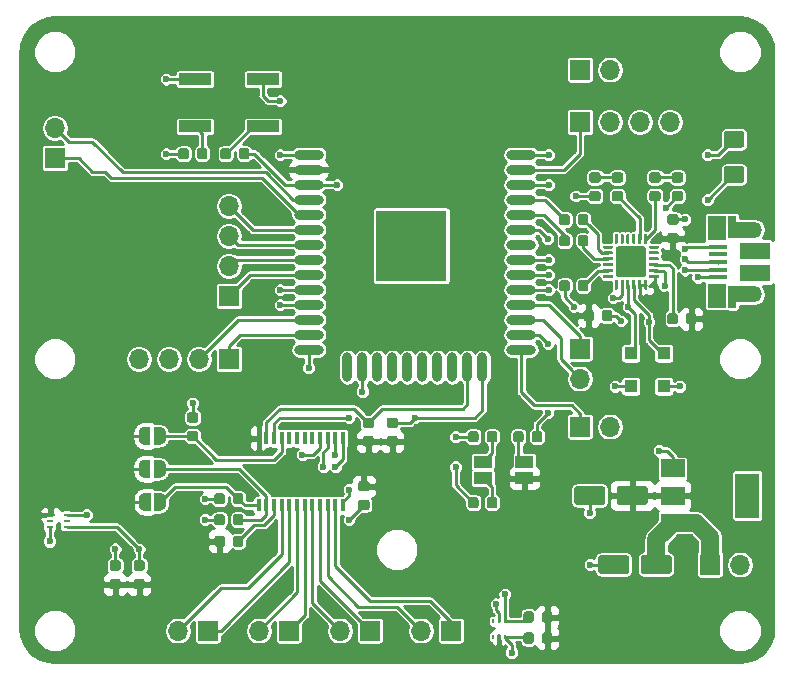
<source format=gtl>
G04 #@! TF.GenerationSoftware,KiCad,Pcbnew,5.0.1+dfsg1-3~bpo9+1*
G04 #@! TF.CreationDate,2019-01-06T07:11:04+00:00*
G04 #@! TF.ProjectId,portia,706F727469612E6B696361645F706362,rev?*
G04 #@! TF.SameCoordinates,Original*
G04 #@! TF.FileFunction,Copper,L1,Top,Signal*
G04 #@! TF.FilePolarity,Positive*
%FSLAX46Y46*%
G04 Gerber Fmt 4.6, Leading zero omitted, Abs format (unit mm)*
G04 Created by KiCad (PCBNEW 5.0.1+dfsg1-3~bpo9+1) date Sun 06 Jan 2019 07:11:04 AM UTC*
%MOMM*%
%LPD*%
G01*
G04 APERTURE LIST*
G04 #@! TA.AperFunction,SMDPad,CuDef*
%ADD10R,1.500000X1.000000*%
G04 #@! TD*
G04 #@! TA.AperFunction,Conductor*
%ADD11C,0.100000*%
G04 #@! TD*
G04 #@! TA.AperFunction,SMDPad,CuDef*
%ADD12C,0.875000*%
G04 #@! TD*
G04 #@! TA.AperFunction,SMDPad,CuDef*
%ADD13R,6.000000X6.000000*%
G04 #@! TD*
G04 #@! TA.AperFunction,SMDPad,CuDef*
%ADD14O,2.500000X0.900000*%
G04 #@! TD*
G04 #@! TA.AperFunction,SMDPad,CuDef*
%ADD15O,0.900000X2.500000*%
G04 #@! TD*
G04 #@! TA.AperFunction,ComponentPad*
%ADD16O,1.700000X1.700000*%
G04 #@! TD*
G04 #@! TA.AperFunction,ComponentPad*
%ADD17R,1.700000X1.700000*%
G04 #@! TD*
G04 #@! TA.AperFunction,SMDPad,CuDef*
%ADD18R,0.599440X0.248920*%
G04 #@! TD*
G04 #@! TA.AperFunction,SMDPad,CuDef*
%ADD19R,0.749300X0.248920*%
G04 #@! TD*
G04 #@! TA.AperFunction,SMDPad,CuDef*
%ADD20R,0.248920X0.398780*%
G04 #@! TD*
G04 #@! TA.AperFunction,SMDPad,CuDef*
%ADD21C,1.600000*%
G04 #@! TD*
G04 #@! TA.AperFunction,SMDPad,CuDef*
%ADD22C,1.425000*%
G04 #@! TD*
G04 #@! TA.AperFunction,SMDPad,CuDef*
%ADD23R,1.100000X1.100000*%
G04 #@! TD*
G04 #@! TA.AperFunction,SMDPad,CuDef*
%ADD24R,2.500000X1.430000*%
G04 #@! TD*
G04 #@! TA.AperFunction,ComponentPad*
%ADD25O,1.700000X1.350000*%
G04 #@! TD*
G04 #@! TA.AperFunction,ComponentPad*
%ADD26O,1.500000X1.100000*%
G04 #@! TD*
G04 #@! TA.AperFunction,SMDPad,CuDef*
%ADD27R,1.650000X0.400000*%
G04 #@! TD*
G04 #@! TA.AperFunction,SMDPad,CuDef*
%ADD28R,1.500000X2.000000*%
G04 #@! TD*
G04 #@! TA.AperFunction,SMDPad,CuDef*
%ADD29R,0.700000X1.825000*%
G04 #@! TD*
G04 #@! TA.AperFunction,SMDPad,CuDef*
%ADD30R,2.000000X1.350000*%
G04 #@! TD*
G04 #@! TA.AperFunction,SMDPad,CuDef*
%ADD31C,0.500000*%
G04 #@! TD*
G04 #@! TA.AperFunction,SMDPad,CuDef*
%ADD32R,2.750000X1.000000*%
G04 #@! TD*
G04 #@! TA.AperFunction,SMDPad,CuDef*
%ADD33C,0.250000*%
G04 #@! TD*
G04 #@! TA.AperFunction,SMDPad,CuDef*
%ADD34C,2.600000*%
G04 #@! TD*
G04 #@! TA.AperFunction,SMDPad,CuDef*
%ADD35R,2.000000X1.500000*%
G04 #@! TD*
G04 #@! TA.AperFunction,SMDPad,CuDef*
%ADD36R,2.000000X3.800000*%
G04 #@! TD*
G04 #@! TA.AperFunction,SMDPad,CuDef*
%ADD37R,0.400000X1.100000*%
G04 #@! TD*
G04 #@! TA.AperFunction,ViaPad*
%ADD38C,0.600000*%
G04 #@! TD*
G04 #@! TA.AperFunction,Conductor*
%ADD39C,0.250000*%
G04 #@! TD*
G04 #@! TA.AperFunction,Conductor*
%ADD40C,1.500000*%
G04 #@! TD*
G04 #@! TA.AperFunction,Conductor*
%ADD41C,0.254000*%
G04 #@! TD*
G04 APERTURE END LIST*
D10*
G04 #@! TO.P,D3,3*
G04 #@! TO.N,Net-(D3-Pad3)*
X196263500Y-115970000D03*
G04 #@! TO.P,D3,4*
G04 #@! TO.N,Net-(D3-Pad4)*
X196263500Y-117370000D03*
G04 #@! TO.P,D3,2*
G04 #@! TO.N,Net-(D3-Pad2)*
X199763500Y-115970000D03*
G04 #@! TO.P,D3,1*
G04 #@! TO.N,+3V3*
X199763500Y-117370000D03*
G04 #@! TD*
D11*
G04 #@! TO.N,Net-(D3-Pad2)*
G04 #@! TO.C,R19*
G36*
X199498191Y-113402053D02*
X199519426Y-113405203D01*
X199540250Y-113410419D01*
X199560462Y-113417651D01*
X199579868Y-113426830D01*
X199598281Y-113437866D01*
X199615524Y-113450654D01*
X199631430Y-113465070D01*
X199645846Y-113480976D01*
X199658634Y-113498219D01*
X199669670Y-113516632D01*
X199678849Y-113536038D01*
X199686081Y-113556250D01*
X199691297Y-113577074D01*
X199694447Y-113598309D01*
X199695500Y-113619750D01*
X199695500Y-114132250D01*
X199694447Y-114153691D01*
X199691297Y-114174926D01*
X199686081Y-114195750D01*
X199678849Y-114215962D01*
X199669670Y-114235368D01*
X199658634Y-114253781D01*
X199645846Y-114271024D01*
X199631430Y-114286930D01*
X199615524Y-114301346D01*
X199598281Y-114314134D01*
X199579868Y-114325170D01*
X199560462Y-114334349D01*
X199540250Y-114341581D01*
X199519426Y-114346797D01*
X199498191Y-114349947D01*
X199476750Y-114351000D01*
X199039250Y-114351000D01*
X199017809Y-114349947D01*
X198996574Y-114346797D01*
X198975750Y-114341581D01*
X198955538Y-114334349D01*
X198936132Y-114325170D01*
X198917719Y-114314134D01*
X198900476Y-114301346D01*
X198884570Y-114286930D01*
X198870154Y-114271024D01*
X198857366Y-114253781D01*
X198846330Y-114235368D01*
X198837151Y-114215962D01*
X198829919Y-114195750D01*
X198824703Y-114174926D01*
X198821553Y-114153691D01*
X198820500Y-114132250D01*
X198820500Y-113619750D01*
X198821553Y-113598309D01*
X198824703Y-113577074D01*
X198829919Y-113556250D01*
X198837151Y-113536038D01*
X198846330Y-113516632D01*
X198857366Y-113498219D01*
X198870154Y-113480976D01*
X198884570Y-113465070D01*
X198900476Y-113450654D01*
X198917719Y-113437866D01*
X198936132Y-113426830D01*
X198955538Y-113417651D01*
X198975750Y-113410419D01*
X198996574Y-113405203D01*
X199017809Y-113402053D01*
X199039250Y-113401000D01*
X199476750Y-113401000D01*
X199498191Y-113402053D01*
X199498191Y-113402053D01*
G37*
D12*
G04 #@! TD*
G04 #@! TO.P,R19,2*
G04 #@! TO.N,Net-(D3-Pad2)*
X199258000Y-113876000D03*
D11*
G04 #@! TO.N,Net-(R19-Pad1)*
G04 #@! TO.C,R19*
G36*
X201073191Y-113402053D02*
X201094426Y-113405203D01*
X201115250Y-113410419D01*
X201135462Y-113417651D01*
X201154868Y-113426830D01*
X201173281Y-113437866D01*
X201190524Y-113450654D01*
X201206430Y-113465070D01*
X201220846Y-113480976D01*
X201233634Y-113498219D01*
X201244670Y-113516632D01*
X201253849Y-113536038D01*
X201261081Y-113556250D01*
X201266297Y-113577074D01*
X201269447Y-113598309D01*
X201270500Y-113619750D01*
X201270500Y-114132250D01*
X201269447Y-114153691D01*
X201266297Y-114174926D01*
X201261081Y-114195750D01*
X201253849Y-114215962D01*
X201244670Y-114235368D01*
X201233634Y-114253781D01*
X201220846Y-114271024D01*
X201206430Y-114286930D01*
X201190524Y-114301346D01*
X201173281Y-114314134D01*
X201154868Y-114325170D01*
X201135462Y-114334349D01*
X201115250Y-114341581D01*
X201094426Y-114346797D01*
X201073191Y-114349947D01*
X201051750Y-114351000D01*
X200614250Y-114351000D01*
X200592809Y-114349947D01*
X200571574Y-114346797D01*
X200550750Y-114341581D01*
X200530538Y-114334349D01*
X200511132Y-114325170D01*
X200492719Y-114314134D01*
X200475476Y-114301346D01*
X200459570Y-114286930D01*
X200445154Y-114271024D01*
X200432366Y-114253781D01*
X200421330Y-114235368D01*
X200412151Y-114215962D01*
X200404919Y-114195750D01*
X200399703Y-114174926D01*
X200396553Y-114153691D01*
X200395500Y-114132250D01*
X200395500Y-113619750D01*
X200396553Y-113598309D01*
X200399703Y-113577074D01*
X200404919Y-113556250D01*
X200412151Y-113536038D01*
X200421330Y-113516632D01*
X200432366Y-113498219D01*
X200445154Y-113480976D01*
X200459570Y-113465070D01*
X200475476Y-113450654D01*
X200492719Y-113437866D01*
X200511132Y-113426830D01*
X200530538Y-113417651D01*
X200550750Y-113410419D01*
X200571574Y-113405203D01*
X200592809Y-113402053D01*
X200614250Y-113401000D01*
X201051750Y-113401000D01*
X201073191Y-113402053D01*
X201073191Y-113402053D01*
G37*
D12*
G04 #@! TD*
G04 #@! TO.P,R19,1*
G04 #@! TO.N,Net-(R19-Pad1)*
X200833000Y-113876000D03*
D11*
G04 #@! TO.N,Net-(D3-Pad3)*
G04 #@! TO.C,R18*
G36*
X197263191Y-113402053D02*
X197284426Y-113405203D01*
X197305250Y-113410419D01*
X197325462Y-113417651D01*
X197344868Y-113426830D01*
X197363281Y-113437866D01*
X197380524Y-113450654D01*
X197396430Y-113465070D01*
X197410846Y-113480976D01*
X197423634Y-113498219D01*
X197434670Y-113516632D01*
X197443849Y-113536038D01*
X197451081Y-113556250D01*
X197456297Y-113577074D01*
X197459447Y-113598309D01*
X197460500Y-113619750D01*
X197460500Y-114132250D01*
X197459447Y-114153691D01*
X197456297Y-114174926D01*
X197451081Y-114195750D01*
X197443849Y-114215962D01*
X197434670Y-114235368D01*
X197423634Y-114253781D01*
X197410846Y-114271024D01*
X197396430Y-114286930D01*
X197380524Y-114301346D01*
X197363281Y-114314134D01*
X197344868Y-114325170D01*
X197325462Y-114334349D01*
X197305250Y-114341581D01*
X197284426Y-114346797D01*
X197263191Y-114349947D01*
X197241750Y-114351000D01*
X196804250Y-114351000D01*
X196782809Y-114349947D01*
X196761574Y-114346797D01*
X196740750Y-114341581D01*
X196720538Y-114334349D01*
X196701132Y-114325170D01*
X196682719Y-114314134D01*
X196665476Y-114301346D01*
X196649570Y-114286930D01*
X196635154Y-114271024D01*
X196622366Y-114253781D01*
X196611330Y-114235368D01*
X196602151Y-114215962D01*
X196594919Y-114195750D01*
X196589703Y-114174926D01*
X196586553Y-114153691D01*
X196585500Y-114132250D01*
X196585500Y-113619750D01*
X196586553Y-113598309D01*
X196589703Y-113577074D01*
X196594919Y-113556250D01*
X196602151Y-113536038D01*
X196611330Y-113516632D01*
X196622366Y-113498219D01*
X196635154Y-113480976D01*
X196649570Y-113465070D01*
X196665476Y-113450654D01*
X196682719Y-113437866D01*
X196701132Y-113426830D01*
X196720538Y-113417651D01*
X196740750Y-113410419D01*
X196761574Y-113405203D01*
X196782809Y-113402053D01*
X196804250Y-113401000D01*
X197241750Y-113401000D01*
X197263191Y-113402053D01*
X197263191Y-113402053D01*
G37*
D12*
G04 #@! TD*
G04 #@! TO.P,R18,2*
G04 #@! TO.N,Net-(D3-Pad3)*
X197023000Y-113876000D03*
D11*
G04 #@! TO.N,Net-(R18-Pad1)*
G04 #@! TO.C,R18*
G36*
X195688191Y-113402053D02*
X195709426Y-113405203D01*
X195730250Y-113410419D01*
X195750462Y-113417651D01*
X195769868Y-113426830D01*
X195788281Y-113437866D01*
X195805524Y-113450654D01*
X195821430Y-113465070D01*
X195835846Y-113480976D01*
X195848634Y-113498219D01*
X195859670Y-113516632D01*
X195868849Y-113536038D01*
X195876081Y-113556250D01*
X195881297Y-113577074D01*
X195884447Y-113598309D01*
X195885500Y-113619750D01*
X195885500Y-114132250D01*
X195884447Y-114153691D01*
X195881297Y-114174926D01*
X195876081Y-114195750D01*
X195868849Y-114215962D01*
X195859670Y-114235368D01*
X195848634Y-114253781D01*
X195835846Y-114271024D01*
X195821430Y-114286930D01*
X195805524Y-114301346D01*
X195788281Y-114314134D01*
X195769868Y-114325170D01*
X195750462Y-114334349D01*
X195730250Y-114341581D01*
X195709426Y-114346797D01*
X195688191Y-114349947D01*
X195666750Y-114351000D01*
X195229250Y-114351000D01*
X195207809Y-114349947D01*
X195186574Y-114346797D01*
X195165750Y-114341581D01*
X195145538Y-114334349D01*
X195126132Y-114325170D01*
X195107719Y-114314134D01*
X195090476Y-114301346D01*
X195074570Y-114286930D01*
X195060154Y-114271024D01*
X195047366Y-114253781D01*
X195036330Y-114235368D01*
X195027151Y-114215962D01*
X195019919Y-114195750D01*
X195014703Y-114174926D01*
X195011553Y-114153691D01*
X195010500Y-114132250D01*
X195010500Y-113619750D01*
X195011553Y-113598309D01*
X195014703Y-113577074D01*
X195019919Y-113556250D01*
X195027151Y-113536038D01*
X195036330Y-113516632D01*
X195047366Y-113498219D01*
X195060154Y-113480976D01*
X195074570Y-113465070D01*
X195090476Y-113450654D01*
X195107719Y-113437866D01*
X195126132Y-113426830D01*
X195145538Y-113417651D01*
X195165750Y-113410419D01*
X195186574Y-113405203D01*
X195207809Y-113402053D01*
X195229250Y-113401000D01*
X195666750Y-113401000D01*
X195688191Y-113402053D01*
X195688191Y-113402053D01*
G37*
D12*
G04 #@! TD*
G04 #@! TO.P,R18,1*
G04 #@! TO.N,Net-(R18-Pad1)*
X195448000Y-113876000D03*
D13*
G04 #@! TO.P,U4,39*
G04 #@! TO.N,GND*
X190200000Y-97700000D03*
D14*
G04 #@! TO.P,U4,1*
X181500000Y-90000000D03*
G04 #@! TO.P,U4,2*
G04 #@! TO.N,+3V3*
X181500000Y-91270000D03*
G04 #@! TO.P,U4,3*
G04 #@! TO.N,/RESET*
X181500000Y-92540000D03*
G04 #@! TO.P,U4,4*
G04 #@! TO.N,Net-(J3-Pad2)*
X181500000Y-93810000D03*
G04 #@! TO.P,U4,5*
G04 #@! TO.N,Net-(J3-Pad1)*
X181500000Y-95080000D03*
G04 #@! TO.P,U4,6*
G04 #@! TO.N,Net-(J4-Pad4)*
X181500000Y-96350000D03*
G04 #@! TO.P,U4,7*
G04 #@! TO.N,Net-(J4-Pad3)*
X181500000Y-97620000D03*
G04 #@! TO.P,U4,8*
G04 #@! TO.N,Net-(J4-Pad2)*
X181500000Y-98890000D03*
G04 #@! TO.P,U4,9*
G04 #@! TO.N,Net-(J4-Pad1)*
X181500000Y-100160000D03*
G04 #@! TO.P,U4,10*
G04 #@! TO.N,Net-(J8-Pad4)*
X181500000Y-101430000D03*
G04 #@! TO.P,U4,11*
G04 #@! TO.N,Net-(J8-Pad3)*
X181500000Y-102700000D03*
G04 #@! TO.P,U4,12*
G04 #@! TO.N,Net-(J8-Pad2)*
X181500000Y-103970000D03*
G04 #@! TO.P,U4,13*
G04 #@! TO.N,Net-(J8-Pad1)*
X181500000Y-105240000D03*
G04 #@! TO.P,U4,14*
G04 #@! TO.N,Net-(R11-Pad1)*
X181500000Y-106510000D03*
D15*
G04 #@! TO.P,U4,15*
G04 #@! TO.N,GND*
X184785000Y-108000000D03*
G04 #@! TO.P,U4,16*
G04 #@! TO.N,Net-(R18-Pad1)*
X186055000Y-108000000D03*
G04 #@! TO.P,U4,17*
G04 #@! TO.N,Net-(U4-Pad17)*
X187325000Y-108000000D03*
G04 #@! TO.P,U4,18*
G04 #@! TO.N,Net-(U4-Pad18)*
X188595000Y-108000000D03*
G04 #@! TO.P,U4,19*
G04 #@! TO.N,Net-(U4-Pad19)*
X189865000Y-108000000D03*
G04 #@! TO.P,U4,20*
G04 #@! TO.N,Net-(U4-Pad20)*
X191135000Y-108000000D03*
G04 #@! TO.P,U4,21*
G04 #@! TO.N,Net-(U4-Pad21)*
X192405000Y-108000000D03*
G04 #@! TO.P,U4,22*
G04 #@! TO.N,Net-(U4-Pad22)*
X193675000Y-108000000D03*
G04 #@! TO.P,U4,23*
G04 #@! TO.N,Net-(R13-Pad1)*
X194945000Y-108000000D03*
G04 #@! TO.P,U4,24*
G04 #@! TO.N,Net-(R14-Pad1)*
X196215000Y-108000000D03*
D14*
G04 #@! TO.P,U4,25*
G04 #@! TO.N,Net-(J15-Pad1)*
X199500000Y-106510000D03*
G04 #@! TO.P,U4,26*
G04 #@! TO.N,Net-(R19-Pad1)*
X199500000Y-105240000D03*
G04 #@! TO.P,U4,27*
G04 #@! TO.N,Net-(J10-Pad2)*
X199500000Y-103970000D03*
G04 #@! TO.P,U4,28*
G04 #@! TO.N,Net-(J10-Pad1)*
X199500000Y-102700000D03*
G04 #@! TO.P,U4,29*
G04 #@! TO.N,Net-(J16-Pad4)*
X199500000Y-101430000D03*
G04 #@! TO.P,U4,30*
G04 #@! TO.N,Net-(J16-Pad3)*
X199500000Y-100160000D03*
G04 #@! TO.P,U4,31*
G04 #@! TO.N,Net-(J16-Pad2)*
X199500000Y-98890000D03*
G04 #@! TO.P,U4,32*
G04 #@! TO.N,Net-(U4-Pad32)*
X199500000Y-97620000D03*
G04 #@! TO.P,U4,33*
G04 #@! TO.N,Net-(J9-Pad2)*
X199500000Y-96350000D03*
G04 #@! TO.P,U4,34*
G04 #@! TO.N,/rxd0*
X199500000Y-95080000D03*
G04 #@! TO.P,U4,35*
G04 #@! TO.N,/txd0*
X199500000Y-93810000D03*
G04 #@! TO.P,U4,36*
G04 #@! TO.N,Net-(J9-Pad1)*
X199500000Y-92540000D03*
G04 #@! TO.P,U4,37*
G04 #@! TO.N,Net-(J16-Pad1)*
X199500000Y-91270000D03*
G04 #@! TO.P,U4,38*
G04 #@! TO.N,GND*
X199500000Y-90000000D03*
G04 #@! TD*
D16*
G04 #@! TO.P,J9,2*
G04 #@! TO.N,Net-(J9-Pad2)*
X207010000Y-82782000D03*
D17*
G04 #@! TO.P,J9,1*
G04 #@! TO.N,Net-(J9-Pad1)*
X204470000Y-82782000D03*
G04 #@! TD*
D16*
G04 #@! TO.P,J10,2*
G04 #@! TO.N,Net-(J10-Pad2)*
X204470000Y-108944000D03*
D17*
G04 #@! TO.P,J10,1*
G04 #@! TO.N,Net-(J10-Pad1)*
X204470000Y-106404000D03*
G04 #@! TD*
D16*
G04 #@! TO.P,J15,2*
G04 #@! TO.N,GND*
X207010000Y-113008000D03*
D17*
G04 #@! TO.P,J15,1*
G04 #@! TO.N,Net-(J15-Pad1)*
X204470000Y-113008000D03*
G04 #@! TD*
D16*
G04 #@! TO.P,J4,4*
G04 #@! TO.N,Net-(J4-Pad4)*
X174752000Y-94339000D03*
G04 #@! TO.P,J4,3*
G04 #@! TO.N,Net-(J4-Pad3)*
X174752000Y-96879000D03*
G04 #@! TO.P,J4,2*
G04 #@! TO.N,Net-(J4-Pad2)*
X174752000Y-99419000D03*
D17*
G04 #@! TO.P,J4,1*
G04 #@! TO.N,Net-(J4-Pad1)*
X174752000Y-101959000D03*
G04 #@! TD*
D16*
G04 #@! TO.P,J8,4*
G04 #@! TO.N,Net-(J8-Pad4)*
X167132000Y-107293000D03*
G04 #@! TO.P,J8,3*
G04 #@! TO.N,Net-(J8-Pad3)*
X169672000Y-107293000D03*
G04 #@! TO.P,J8,2*
G04 #@! TO.N,Net-(J8-Pad2)*
X172212000Y-107293000D03*
D17*
G04 #@! TO.P,J8,1*
G04 #@! TO.N,Net-(J8-Pad1)*
X174752000Y-107293000D03*
G04 #@! TD*
D16*
G04 #@! TO.P,J16,4*
G04 #@! TO.N,Net-(J16-Pad4)*
X212090000Y-87227000D03*
G04 #@! TO.P,J16,3*
G04 #@! TO.N,Net-(J16-Pad3)*
X209550000Y-87227000D03*
G04 #@! TO.P,J16,2*
G04 #@! TO.N,Net-(J16-Pad2)*
X207010000Y-87227000D03*
D17*
G04 #@! TO.P,J16,1*
G04 #@! TO.N,Net-(J16-Pad1)*
X204470000Y-87227000D03*
G04 #@! TD*
D11*
G04 #@! TO.N,Net-(M1-Pad4)*
G04 #@! TO.C,R16*
G36*
X167430691Y-124336053D02*
X167451926Y-124339203D01*
X167472750Y-124344419D01*
X167492962Y-124351651D01*
X167512368Y-124360830D01*
X167530781Y-124371866D01*
X167548024Y-124384654D01*
X167563930Y-124399070D01*
X167578346Y-124414976D01*
X167591134Y-124432219D01*
X167602170Y-124450632D01*
X167611349Y-124470038D01*
X167618581Y-124490250D01*
X167623797Y-124511074D01*
X167626947Y-124532309D01*
X167628000Y-124553750D01*
X167628000Y-124991250D01*
X167626947Y-125012691D01*
X167623797Y-125033926D01*
X167618581Y-125054750D01*
X167611349Y-125074962D01*
X167602170Y-125094368D01*
X167591134Y-125112781D01*
X167578346Y-125130024D01*
X167563930Y-125145930D01*
X167548024Y-125160346D01*
X167530781Y-125173134D01*
X167512368Y-125184170D01*
X167492962Y-125193349D01*
X167472750Y-125200581D01*
X167451926Y-125205797D01*
X167430691Y-125208947D01*
X167409250Y-125210000D01*
X166896750Y-125210000D01*
X166875309Y-125208947D01*
X166854074Y-125205797D01*
X166833250Y-125200581D01*
X166813038Y-125193349D01*
X166793632Y-125184170D01*
X166775219Y-125173134D01*
X166757976Y-125160346D01*
X166742070Y-125145930D01*
X166727654Y-125130024D01*
X166714866Y-125112781D01*
X166703830Y-125094368D01*
X166694651Y-125074962D01*
X166687419Y-125054750D01*
X166682203Y-125033926D01*
X166679053Y-125012691D01*
X166678000Y-124991250D01*
X166678000Y-124553750D01*
X166679053Y-124532309D01*
X166682203Y-124511074D01*
X166687419Y-124490250D01*
X166694651Y-124470038D01*
X166703830Y-124450632D01*
X166714866Y-124432219D01*
X166727654Y-124414976D01*
X166742070Y-124399070D01*
X166757976Y-124384654D01*
X166775219Y-124371866D01*
X166793632Y-124360830D01*
X166813038Y-124351651D01*
X166833250Y-124344419D01*
X166854074Y-124339203D01*
X166875309Y-124336053D01*
X166896750Y-124335000D01*
X167409250Y-124335000D01*
X167430691Y-124336053D01*
X167430691Y-124336053D01*
G37*
D12*
G04 #@! TD*
G04 #@! TO.P,R16,2*
G04 #@! TO.N,Net-(M1-Pad4)*
X167153000Y-124772500D03*
D11*
G04 #@! TO.N,+3V3*
G04 #@! TO.C,R16*
G36*
X167430691Y-125911053D02*
X167451926Y-125914203D01*
X167472750Y-125919419D01*
X167492962Y-125926651D01*
X167512368Y-125935830D01*
X167530781Y-125946866D01*
X167548024Y-125959654D01*
X167563930Y-125974070D01*
X167578346Y-125989976D01*
X167591134Y-126007219D01*
X167602170Y-126025632D01*
X167611349Y-126045038D01*
X167618581Y-126065250D01*
X167623797Y-126086074D01*
X167626947Y-126107309D01*
X167628000Y-126128750D01*
X167628000Y-126566250D01*
X167626947Y-126587691D01*
X167623797Y-126608926D01*
X167618581Y-126629750D01*
X167611349Y-126649962D01*
X167602170Y-126669368D01*
X167591134Y-126687781D01*
X167578346Y-126705024D01*
X167563930Y-126720930D01*
X167548024Y-126735346D01*
X167530781Y-126748134D01*
X167512368Y-126759170D01*
X167492962Y-126768349D01*
X167472750Y-126775581D01*
X167451926Y-126780797D01*
X167430691Y-126783947D01*
X167409250Y-126785000D01*
X166896750Y-126785000D01*
X166875309Y-126783947D01*
X166854074Y-126780797D01*
X166833250Y-126775581D01*
X166813038Y-126768349D01*
X166793632Y-126759170D01*
X166775219Y-126748134D01*
X166757976Y-126735346D01*
X166742070Y-126720930D01*
X166727654Y-126705024D01*
X166714866Y-126687781D01*
X166703830Y-126669368D01*
X166694651Y-126649962D01*
X166687419Y-126629750D01*
X166682203Y-126608926D01*
X166679053Y-126587691D01*
X166678000Y-126566250D01*
X166678000Y-126128750D01*
X166679053Y-126107309D01*
X166682203Y-126086074D01*
X166687419Y-126065250D01*
X166694651Y-126045038D01*
X166703830Y-126025632D01*
X166714866Y-126007219D01*
X166727654Y-125989976D01*
X166742070Y-125974070D01*
X166757976Y-125959654D01*
X166775219Y-125946866D01*
X166793632Y-125935830D01*
X166813038Y-125926651D01*
X166833250Y-125919419D01*
X166854074Y-125914203D01*
X166875309Y-125911053D01*
X166896750Y-125910000D01*
X167409250Y-125910000D01*
X167430691Y-125911053D01*
X167430691Y-125911053D01*
G37*
D12*
G04 #@! TD*
G04 #@! TO.P,R16,1*
G04 #@! TO.N,+3V3*
X167153000Y-126347500D03*
D11*
G04 #@! TO.N,Net-(M1-Pad6)*
G04 #@! TO.C,R12*
G36*
X165398691Y-124336053D02*
X165419926Y-124339203D01*
X165440750Y-124344419D01*
X165460962Y-124351651D01*
X165480368Y-124360830D01*
X165498781Y-124371866D01*
X165516024Y-124384654D01*
X165531930Y-124399070D01*
X165546346Y-124414976D01*
X165559134Y-124432219D01*
X165570170Y-124450632D01*
X165579349Y-124470038D01*
X165586581Y-124490250D01*
X165591797Y-124511074D01*
X165594947Y-124532309D01*
X165596000Y-124553750D01*
X165596000Y-124991250D01*
X165594947Y-125012691D01*
X165591797Y-125033926D01*
X165586581Y-125054750D01*
X165579349Y-125074962D01*
X165570170Y-125094368D01*
X165559134Y-125112781D01*
X165546346Y-125130024D01*
X165531930Y-125145930D01*
X165516024Y-125160346D01*
X165498781Y-125173134D01*
X165480368Y-125184170D01*
X165460962Y-125193349D01*
X165440750Y-125200581D01*
X165419926Y-125205797D01*
X165398691Y-125208947D01*
X165377250Y-125210000D01*
X164864750Y-125210000D01*
X164843309Y-125208947D01*
X164822074Y-125205797D01*
X164801250Y-125200581D01*
X164781038Y-125193349D01*
X164761632Y-125184170D01*
X164743219Y-125173134D01*
X164725976Y-125160346D01*
X164710070Y-125145930D01*
X164695654Y-125130024D01*
X164682866Y-125112781D01*
X164671830Y-125094368D01*
X164662651Y-125074962D01*
X164655419Y-125054750D01*
X164650203Y-125033926D01*
X164647053Y-125012691D01*
X164646000Y-124991250D01*
X164646000Y-124553750D01*
X164647053Y-124532309D01*
X164650203Y-124511074D01*
X164655419Y-124490250D01*
X164662651Y-124470038D01*
X164671830Y-124450632D01*
X164682866Y-124432219D01*
X164695654Y-124414976D01*
X164710070Y-124399070D01*
X164725976Y-124384654D01*
X164743219Y-124371866D01*
X164761632Y-124360830D01*
X164781038Y-124351651D01*
X164801250Y-124344419D01*
X164822074Y-124339203D01*
X164843309Y-124336053D01*
X164864750Y-124335000D01*
X165377250Y-124335000D01*
X165398691Y-124336053D01*
X165398691Y-124336053D01*
G37*
D12*
G04 #@! TD*
G04 #@! TO.P,R12,2*
G04 #@! TO.N,Net-(M1-Pad6)*
X165121000Y-124772500D03*
D11*
G04 #@! TO.N,+3V3*
G04 #@! TO.C,R12*
G36*
X165398691Y-125911053D02*
X165419926Y-125914203D01*
X165440750Y-125919419D01*
X165460962Y-125926651D01*
X165480368Y-125935830D01*
X165498781Y-125946866D01*
X165516024Y-125959654D01*
X165531930Y-125974070D01*
X165546346Y-125989976D01*
X165559134Y-126007219D01*
X165570170Y-126025632D01*
X165579349Y-126045038D01*
X165586581Y-126065250D01*
X165591797Y-126086074D01*
X165594947Y-126107309D01*
X165596000Y-126128750D01*
X165596000Y-126566250D01*
X165594947Y-126587691D01*
X165591797Y-126608926D01*
X165586581Y-126629750D01*
X165579349Y-126649962D01*
X165570170Y-126669368D01*
X165559134Y-126687781D01*
X165546346Y-126705024D01*
X165531930Y-126720930D01*
X165516024Y-126735346D01*
X165498781Y-126748134D01*
X165480368Y-126759170D01*
X165460962Y-126768349D01*
X165440750Y-126775581D01*
X165419926Y-126780797D01*
X165398691Y-126783947D01*
X165377250Y-126785000D01*
X164864750Y-126785000D01*
X164843309Y-126783947D01*
X164822074Y-126780797D01*
X164801250Y-126775581D01*
X164781038Y-126768349D01*
X164761632Y-126759170D01*
X164743219Y-126748134D01*
X164725976Y-126735346D01*
X164710070Y-126720930D01*
X164695654Y-126705024D01*
X164682866Y-126687781D01*
X164671830Y-126669368D01*
X164662651Y-126649962D01*
X164655419Y-126629750D01*
X164650203Y-126608926D01*
X164647053Y-126587691D01*
X164646000Y-126566250D01*
X164646000Y-126128750D01*
X164647053Y-126107309D01*
X164650203Y-126086074D01*
X164655419Y-126065250D01*
X164662651Y-126045038D01*
X164671830Y-126025632D01*
X164682866Y-126007219D01*
X164695654Y-125989976D01*
X164710070Y-125974070D01*
X164725976Y-125959654D01*
X164743219Y-125946866D01*
X164761632Y-125935830D01*
X164781038Y-125926651D01*
X164801250Y-125919419D01*
X164822074Y-125914203D01*
X164843309Y-125911053D01*
X164864750Y-125910000D01*
X165377250Y-125910000D01*
X165398691Y-125911053D01*
X165398691Y-125911053D01*
G37*
D12*
G04 #@! TD*
G04 #@! TO.P,R12,1*
G04 #@! TO.N,+3V3*
X165121000Y-126347500D03*
D11*
G04 #@! TO.N,+3V3*
G04 #@! TO.C,R10*
G36*
X174204691Y-122249553D02*
X174225926Y-122252703D01*
X174246750Y-122257919D01*
X174266962Y-122265151D01*
X174286368Y-122274330D01*
X174304781Y-122285366D01*
X174322024Y-122298154D01*
X174337930Y-122312570D01*
X174352346Y-122328476D01*
X174365134Y-122345719D01*
X174376170Y-122364132D01*
X174385349Y-122383538D01*
X174392581Y-122403750D01*
X174397797Y-122424574D01*
X174400947Y-122445809D01*
X174402000Y-122467250D01*
X174402000Y-122979750D01*
X174400947Y-123001191D01*
X174397797Y-123022426D01*
X174392581Y-123043250D01*
X174385349Y-123063462D01*
X174376170Y-123082868D01*
X174365134Y-123101281D01*
X174352346Y-123118524D01*
X174337930Y-123134430D01*
X174322024Y-123148846D01*
X174304781Y-123161634D01*
X174286368Y-123172670D01*
X174266962Y-123181849D01*
X174246750Y-123189081D01*
X174225926Y-123194297D01*
X174204691Y-123197447D01*
X174183250Y-123198500D01*
X173745750Y-123198500D01*
X173724309Y-123197447D01*
X173703074Y-123194297D01*
X173682250Y-123189081D01*
X173662038Y-123181849D01*
X173642632Y-123172670D01*
X173624219Y-123161634D01*
X173606976Y-123148846D01*
X173591070Y-123134430D01*
X173576654Y-123118524D01*
X173563866Y-123101281D01*
X173552830Y-123082868D01*
X173543651Y-123063462D01*
X173536419Y-123043250D01*
X173531203Y-123022426D01*
X173528053Y-123001191D01*
X173527000Y-122979750D01*
X173527000Y-122467250D01*
X173528053Y-122445809D01*
X173531203Y-122424574D01*
X173536419Y-122403750D01*
X173543651Y-122383538D01*
X173552830Y-122364132D01*
X173563866Y-122345719D01*
X173576654Y-122328476D01*
X173591070Y-122312570D01*
X173606976Y-122298154D01*
X173624219Y-122285366D01*
X173642632Y-122274330D01*
X173662038Y-122265151D01*
X173682250Y-122257919D01*
X173703074Y-122252703D01*
X173724309Y-122249553D01*
X173745750Y-122248500D01*
X174183250Y-122248500D01*
X174204691Y-122249553D01*
X174204691Y-122249553D01*
G37*
D12*
G04 #@! TD*
G04 #@! TO.P,R10,2*
G04 #@! TO.N,+3V3*
X173964500Y-122723500D03*
D11*
G04 #@! TO.N,Net-(R10-Pad1)*
G04 #@! TO.C,R10*
G36*
X175779691Y-122249553D02*
X175800926Y-122252703D01*
X175821750Y-122257919D01*
X175841962Y-122265151D01*
X175861368Y-122274330D01*
X175879781Y-122285366D01*
X175897024Y-122298154D01*
X175912930Y-122312570D01*
X175927346Y-122328476D01*
X175940134Y-122345719D01*
X175951170Y-122364132D01*
X175960349Y-122383538D01*
X175967581Y-122403750D01*
X175972797Y-122424574D01*
X175975947Y-122445809D01*
X175977000Y-122467250D01*
X175977000Y-122979750D01*
X175975947Y-123001191D01*
X175972797Y-123022426D01*
X175967581Y-123043250D01*
X175960349Y-123063462D01*
X175951170Y-123082868D01*
X175940134Y-123101281D01*
X175927346Y-123118524D01*
X175912930Y-123134430D01*
X175897024Y-123148846D01*
X175879781Y-123161634D01*
X175861368Y-123172670D01*
X175841962Y-123181849D01*
X175821750Y-123189081D01*
X175800926Y-123194297D01*
X175779691Y-123197447D01*
X175758250Y-123198500D01*
X175320750Y-123198500D01*
X175299309Y-123197447D01*
X175278074Y-123194297D01*
X175257250Y-123189081D01*
X175237038Y-123181849D01*
X175217632Y-123172670D01*
X175199219Y-123161634D01*
X175181976Y-123148846D01*
X175166070Y-123134430D01*
X175151654Y-123118524D01*
X175138866Y-123101281D01*
X175127830Y-123082868D01*
X175118651Y-123063462D01*
X175111419Y-123043250D01*
X175106203Y-123022426D01*
X175103053Y-123001191D01*
X175102000Y-122979750D01*
X175102000Y-122467250D01*
X175103053Y-122445809D01*
X175106203Y-122424574D01*
X175111419Y-122403750D01*
X175118651Y-122383538D01*
X175127830Y-122364132D01*
X175138866Y-122345719D01*
X175151654Y-122328476D01*
X175166070Y-122312570D01*
X175181976Y-122298154D01*
X175199219Y-122285366D01*
X175217632Y-122274330D01*
X175237038Y-122265151D01*
X175257250Y-122257919D01*
X175278074Y-122252703D01*
X175299309Y-122249553D01*
X175320750Y-122248500D01*
X175758250Y-122248500D01*
X175779691Y-122249553D01*
X175779691Y-122249553D01*
G37*
D12*
G04 #@! TD*
G04 #@! TO.P,R10,1*
G04 #@! TO.N,Net-(R10-Pad1)*
X175539500Y-122723500D03*
D11*
G04 #@! TO.N,+3V3*
G04 #@! TO.C,R15*
G36*
X201941691Y-130441053D02*
X201962926Y-130444203D01*
X201983750Y-130449419D01*
X202003962Y-130456651D01*
X202023368Y-130465830D01*
X202041781Y-130476866D01*
X202059024Y-130489654D01*
X202074930Y-130504070D01*
X202089346Y-130519976D01*
X202102134Y-130537219D01*
X202113170Y-130555632D01*
X202122349Y-130575038D01*
X202129581Y-130595250D01*
X202134797Y-130616074D01*
X202137947Y-130637309D01*
X202139000Y-130658750D01*
X202139000Y-131171250D01*
X202137947Y-131192691D01*
X202134797Y-131213926D01*
X202129581Y-131234750D01*
X202122349Y-131254962D01*
X202113170Y-131274368D01*
X202102134Y-131292781D01*
X202089346Y-131310024D01*
X202074930Y-131325930D01*
X202059024Y-131340346D01*
X202041781Y-131353134D01*
X202023368Y-131364170D01*
X202003962Y-131373349D01*
X201983750Y-131380581D01*
X201962926Y-131385797D01*
X201941691Y-131388947D01*
X201920250Y-131390000D01*
X201482750Y-131390000D01*
X201461309Y-131388947D01*
X201440074Y-131385797D01*
X201419250Y-131380581D01*
X201399038Y-131373349D01*
X201379632Y-131364170D01*
X201361219Y-131353134D01*
X201343976Y-131340346D01*
X201328070Y-131325930D01*
X201313654Y-131310024D01*
X201300866Y-131292781D01*
X201289830Y-131274368D01*
X201280651Y-131254962D01*
X201273419Y-131234750D01*
X201268203Y-131213926D01*
X201265053Y-131192691D01*
X201264000Y-131171250D01*
X201264000Y-130658750D01*
X201265053Y-130637309D01*
X201268203Y-130616074D01*
X201273419Y-130595250D01*
X201280651Y-130575038D01*
X201289830Y-130555632D01*
X201300866Y-130537219D01*
X201313654Y-130519976D01*
X201328070Y-130504070D01*
X201343976Y-130489654D01*
X201361219Y-130476866D01*
X201379632Y-130465830D01*
X201399038Y-130456651D01*
X201419250Y-130449419D01*
X201440074Y-130444203D01*
X201461309Y-130441053D01*
X201482750Y-130440000D01*
X201920250Y-130440000D01*
X201941691Y-130441053D01*
X201941691Y-130441053D01*
G37*
D12*
G04 #@! TD*
G04 #@! TO.P,R15,2*
G04 #@! TO.N,+3V3*
X201701500Y-130915000D03*
D11*
G04 #@! TO.N,Net-(R15-Pad1)*
G04 #@! TO.C,R15*
G36*
X200366691Y-130441053D02*
X200387926Y-130444203D01*
X200408750Y-130449419D01*
X200428962Y-130456651D01*
X200448368Y-130465830D01*
X200466781Y-130476866D01*
X200484024Y-130489654D01*
X200499930Y-130504070D01*
X200514346Y-130519976D01*
X200527134Y-130537219D01*
X200538170Y-130555632D01*
X200547349Y-130575038D01*
X200554581Y-130595250D01*
X200559797Y-130616074D01*
X200562947Y-130637309D01*
X200564000Y-130658750D01*
X200564000Y-131171250D01*
X200562947Y-131192691D01*
X200559797Y-131213926D01*
X200554581Y-131234750D01*
X200547349Y-131254962D01*
X200538170Y-131274368D01*
X200527134Y-131292781D01*
X200514346Y-131310024D01*
X200499930Y-131325930D01*
X200484024Y-131340346D01*
X200466781Y-131353134D01*
X200448368Y-131364170D01*
X200428962Y-131373349D01*
X200408750Y-131380581D01*
X200387926Y-131385797D01*
X200366691Y-131388947D01*
X200345250Y-131390000D01*
X199907750Y-131390000D01*
X199886309Y-131388947D01*
X199865074Y-131385797D01*
X199844250Y-131380581D01*
X199824038Y-131373349D01*
X199804632Y-131364170D01*
X199786219Y-131353134D01*
X199768976Y-131340346D01*
X199753070Y-131325930D01*
X199738654Y-131310024D01*
X199725866Y-131292781D01*
X199714830Y-131274368D01*
X199705651Y-131254962D01*
X199698419Y-131234750D01*
X199693203Y-131213926D01*
X199690053Y-131192691D01*
X199689000Y-131171250D01*
X199689000Y-130658750D01*
X199690053Y-130637309D01*
X199693203Y-130616074D01*
X199698419Y-130595250D01*
X199705651Y-130575038D01*
X199714830Y-130555632D01*
X199725866Y-130537219D01*
X199738654Y-130519976D01*
X199753070Y-130504070D01*
X199768976Y-130489654D01*
X199786219Y-130476866D01*
X199804632Y-130465830D01*
X199824038Y-130456651D01*
X199844250Y-130449419D01*
X199865074Y-130444203D01*
X199886309Y-130441053D01*
X199907750Y-130440000D01*
X200345250Y-130440000D01*
X200366691Y-130441053D01*
X200366691Y-130441053D01*
G37*
D12*
G04 #@! TD*
G04 #@! TO.P,R15,1*
G04 #@! TO.N,Net-(R15-Pad1)*
X200126500Y-130915000D03*
D11*
G04 #@! TO.N,+3V3*
G04 #@! TO.C,R17*
G36*
X201941691Y-128663053D02*
X201962926Y-128666203D01*
X201983750Y-128671419D01*
X202003962Y-128678651D01*
X202023368Y-128687830D01*
X202041781Y-128698866D01*
X202059024Y-128711654D01*
X202074930Y-128726070D01*
X202089346Y-128741976D01*
X202102134Y-128759219D01*
X202113170Y-128777632D01*
X202122349Y-128797038D01*
X202129581Y-128817250D01*
X202134797Y-128838074D01*
X202137947Y-128859309D01*
X202139000Y-128880750D01*
X202139000Y-129393250D01*
X202137947Y-129414691D01*
X202134797Y-129435926D01*
X202129581Y-129456750D01*
X202122349Y-129476962D01*
X202113170Y-129496368D01*
X202102134Y-129514781D01*
X202089346Y-129532024D01*
X202074930Y-129547930D01*
X202059024Y-129562346D01*
X202041781Y-129575134D01*
X202023368Y-129586170D01*
X202003962Y-129595349D01*
X201983750Y-129602581D01*
X201962926Y-129607797D01*
X201941691Y-129610947D01*
X201920250Y-129612000D01*
X201482750Y-129612000D01*
X201461309Y-129610947D01*
X201440074Y-129607797D01*
X201419250Y-129602581D01*
X201399038Y-129595349D01*
X201379632Y-129586170D01*
X201361219Y-129575134D01*
X201343976Y-129562346D01*
X201328070Y-129547930D01*
X201313654Y-129532024D01*
X201300866Y-129514781D01*
X201289830Y-129496368D01*
X201280651Y-129476962D01*
X201273419Y-129456750D01*
X201268203Y-129435926D01*
X201265053Y-129414691D01*
X201264000Y-129393250D01*
X201264000Y-128880750D01*
X201265053Y-128859309D01*
X201268203Y-128838074D01*
X201273419Y-128817250D01*
X201280651Y-128797038D01*
X201289830Y-128777632D01*
X201300866Y-128759219D01*
X201313654Y-128741976D01*
X201328070Y-128726070D01*
X201343976Y-128711654D01*
X201361219Y-128698866D01*
X201379632Y-128687830D01*
X201399038Y-128678651D01*
X201419250Y-128671419D01*
X201440074Y-128666203D01*
X201461309Y-128663053D01*
X201482750Y-128662000D01*
X201920250Y-128662000D01*
X201941691Y-128663053D01*
X201941691Y-128663053D01*
G37*
D12*
G04 #@! TD*
G04 #@! TO.P,R17,2*
G04 #@! TO.N,+3V3*
X201701500Y-129137000D03*
D11*
G04 #@! TO.N,Net-(R17-Pad1)*
G04 #@! TO.C,R17*
G36*
X200366691Y-128663053D02*
X200387926Y-128666203D01*
X200408750Y-128671419D01*
X200428962Y-128678651D01*
X200448368Y-128687830D01*
X200466781Y-128698866D01*
X200484024Y-128711654D01*
X200499930Y-128726070D01*
X200514346Y-128741976D01*
X200527134Y-128759219D01*
X200538170Y-128777632D01*
X200547349Y-128797038D01*
X200554581Y-128817250D01*
X200559797Y-128838074D01*
X200562947Y-128859309D01*
X200564000Y-128880750D01*
X200564000Y-129393250D01*
X200562947Y-129414691D01*
X200559797Y-129435926D01*
X200554581Y-129456750D01*
X200547349Y-129476962D01*
X200538170Y-129496368D01*
X200527134Y-129514781D01*
X200514346Y-129532024D01*
X200499930Y-129547930D01*
X200484024Y-129562346D01*
X200466781Y-129575134D01*
X200448368Y-129586170D01*
X200428962Y-129595349D01*
X200408750Y-129602581D01*
X200387926Y-129607797D01*
X200366691Y-129610947D01*
X200345250Y-129612000D01*
X199907750Y-129612000D01*
X199886309Y-129610947D01*
X199865074Y-129607797D01*
X199844250Y-129602581D01*
X199824038Y-129595349D01*
X199804632Y-129586170D01*
X199786219Y-129575134D01*
X199768976Y-129562346D01*
X199753070Y-129547930D01*
X199738654Y-129532024D01*
X199725866Y-129514781D01*
X199714830Y-129496368D01*
X199705651Y-129476962D01*
X199698419Y-129456750D01*
X199693203Y-129435926D01*
X199690053Y-129414691D01*
X199689000Y-129393250D01*
X199689000Y-128880750D01*
X199690053Y-128859309D01*
X199693203Y-128838074D01*
X199698419Y-128817250D01*
X199705651Y-128797038D01*
X199714830Y-128777632D01*
X199725866Y-128759219D01*
X199738654Y-128741976D01*
X199753070Y-128726070D01*
X199768976Y-128711654D01*
X199786219Y-128698866D01*
X199804632Y-128687830D01*
X199824038Y-128678651D01*
X199844250Y-128671419D01*
X199865074Y-128666203D01*
X199886309Y-128663053D01*
X199907750Y-128662000D01*
X200345250Y-128662000D01*
X200366691Y-128663053D01*
X200366691Y-128663053D01*
G37*
D12*
G04 #@! TD*
G04 #@! TO.P,R17,1*
G04 #@! TO.N,Net-(R17-Pad1)*
X200126500Y-129137000D03*
D18*
G04 #@! TO.P,M1,6*
G04 #@! TO.N,Net-(M1-Pad6)*
X161013820Y-120490160D03*
G04 #@! TO.P,M1,5*
G04 #@! TO.N,Net-(M1-Pad5)*
X161013820Y-120988000D03*
G04 #@! TO.P,M1,4*
G04 #@! TO.N,Net-(M1-Pad4)*
X161013820Y-121485840D03*
G04 #@! TO.P,M1,3*
G04 #@! TO.N,GND*
X159576180Y-121485840D03*
G04 #@! TO.P,M1,2*
G04 #@! TO.N,N/C*
X159576180Y-120988000D03*
D19*
G04 #@! TO.P,M1,1*
G04 #@! TO.N,+3V3*
X159652380Y-120490160D03*
G04 #@! TD*
D20*
G04 #@! TO.P,U2,6*
G04 #@! TO.N,Net-(R15-Pad1)*
X198109840Y-130821020D03*
G04 #@! TO.P,U2,5*
G04 #@! TO.N,+3V3*
X197612000Y-130810860D03*
G04 #@! TO.P,U2,4*
G04 #@! TO.N,Net-(U2-Pad4)*
X197114160Y-130810860D03*
G04 #@! TO.P,U2,3*
G04 #@! TO.N,Net-(U2-Pad3)*
X197114160Y-129495140D03*
G04 #@! TO.P,U2,2*
G04 #@! TO.N,GND*
X197612000Y-129495140D03*
G04 #@! TO.P,U2,1*
G04 #@! TO.N,Net-(R17-Pad1)*
X198109840Y-129495140D03*
G04 #@! TD*
D11*
G04 #@! TO.N,GND*
G04 #@! TO.C,C9*
G36*
X208404504Y-123893204D02*
X208428773Y-123896804D01*
X208452571Y-123902765D01*
X208475671Y-123911030D01*
X208497849Y-123921520D01*
X208518893Y-123934133D01*
X208538598Y-123948747D01*
X208556777Y-123965223D01*
X208573253Y-123983402D01*
X208587867Y-124003107D01*
X208600480Y-124024151D01*
X208610970Y-124046329D01*
X208619235Y-124069429D01*
X208625196Y-124093227D01*
X208628796Y-124117496D01*
X208630000Y-124142000D01*
X208630000Y-125242000D01*
X208628796Y-125266504D01*
X208625196Y-125290773D01*
X208619235Y-125314571D01*
X208610970Y-125337671D01*
X208600480Y-125359849D01*
X208587867Y-125380893D01*
X208573253Y-125400598D01*
X208556777Y-125418777D01*
X208538598Y-125435253D01*
X208518893Y-125449867D01*
X208497849Y-125462480D01*
X208475671Y-125472970D01*
X208452571Y-125481235D01*
X208428773Y-125487196D01*
X208404504Y-125490796D01*
X208380000Y-125492000D01*
X206280000Y-125492000D01*
X206255496Y-125490796D01*
X206231227Y-125487196D01*
X206207429Y-125481235D01*
X206184329Y-125472970D01*
X206162151Y-125462480D01*
X206141107Y-125449867D01*
X206121402Y-125435253D01*
X206103223Y-125418777D01*
X206086747Y-125400598D01*
X206072133Y-125380893D01*
X206059520Y-125359849D01*
X206049030Y-125337671D01*
X206040765Y-125314571D01*
X206034804Y-125290773D01*
X206031204Y-125266504D01*
X206030000Y-125242000D01*
X206030000Y-124142000D01*
X206031204Y-124117496D01*
X206034804Y-124093227D01*
X206040765Y-124069429D01*
X206049030Y-124046329D01*
X206059520Y-124024151D01*
X206072133Y-124003107D01*
X206086747Y-123983402D01*
X206103223Y-123965223D01*
X206121402Y-123948747D01*
X206141107Y-123934133D01*
X206162151Y-123921520D01*
X206184329Y-123911030D01*
X206207429Y-123902765D01*
X206231227Y-123896804D01*
X206255496Y-123893204D01*
X206280000Y-123892000D01*
X208380000Y-123892000D01*
X208404504Y-123893204D01*
X208404504Y-123893204D01*
G37*
D21*
G04 #@! TD*
G04 #@! TO.P,C9,2*
G04 #@! TO.N,GND*
X207330000Y-124692000D03*
D11*
G04 #@! TO.N,VCC*
G04 #@! TO.C,C9*
G36*
X212004504Y-123893204D02*
X212028773Y-123896804D01*
X212052571Y-123902765D01*
X212075671Y-123911030D01*
X212097849Y-123921520D01*
X212118893Y-123934133D01*
X212138598Y-123948747D01*
X212156777Y-123965223D01*
X212173253Y-123983402D01*
X212187867Y-124003107D01*
X212200480Y-124024151D01*
X212210970Y-124046329D01*
X212219235Y-124069429D01*
X212225196Y-124093227D01*
X212228796Y-124117496D01*
X212230000Y-124142000D01*
X212230000Y-125242000D01*
X212228796Y-125266504D01*
X212225196Y-125290773D01*
X212219235Y-125314571D01*
X212210970Y-125337671D01*
X212200480Y-125359849D01*
X212187867Y-125380893D01*
X212173253Y-125400598D01*
X212156777Y-125418777D01*
X212138598Y-125435253D01*
X212118893Y-125449867D01*
X212097849Y-125462480D01*
X212075671Y-125472970D01*
X212052571Y-125481235D01*
X212028773Y-125487196D01*
X212004504Y-125490796D01*
X211980000Y-125492000D01*
X209880000Y-125492000D01*
X209855496Y-125490796D01*
X209831227Y-125487196D01*
X209807429Y-125481235D01*
X209784329Y-125472970D01*
X209762151Y-125462480D01*
X209741107Y-125449867D01*
X209721402Y-125435253D01*
X209703223Y-125418777D01*
X209686747Y-125400598D01*
X209672133Y-125380893D01*
X209659520Y-125359849D01*
X209649030Y-125337671D01*
X209640765Y-125314571D01*
X209634804Y-125290773D01*
X209631204Y-125266504D01*
X209630000Y-125242000D01*
X209630000Y-124142000D01*
X209631204Y-124117496D01*
X209634804Y-124093227D01*
X209640765Y-124069429D01*
X209649030Y-124046329D01*
X209659520Y-124024151D01*
X209672133Y-124003107D01*
X209686747Y-123983402D01*
X209703223Y-123965223D01*
X209721402Y-123948747D01*
X209741107Y-123934133D01*
X209762151Y-123921520D01*
X209784329Y-123911030D01*
X209807429Y-123902765D01*
X209831227Y-123896804D01*
X209855496Y-123893204D01*
X209880000Y-123892000D01*
X211980000Y-123892000D01*
X212004504Y-123893204D01*
X212004504Y-123893204D01*
G37*
D21*
G04 #@! TD*
G04 #@! TO.P,C9,1*
G04 #@! TO.N,VCC*
X210930000Y-124692000D03*
D11*
G04 #@! TO.N,+5V*
G04 #@! TO.C,F1*
G36*
X218161504Y-90946204D02*
X218185773Y-90949804D01*
X218209571Y-90955765D01*
X218232671Y-90964030D01*
X218254849Y-90974520D01*
X218275893Y-90987133D01*
X218295598Y-91001747D01*
X218313777Y-91018223D01*
X218330253Y-91036402D01*
X218344867Y-91056107D01*
X218357480Y-91077151D01*
X218367970Y-91099329D01*
X218376235Y-91122429D01*
X218382196Y-91146227D01*
X218385796Y-91170496D01*
X218387000Y-91195000D01*
X218387000Y-92120000D01*
X218385796Y-92144504D01*
X218382196Y-92168773D01*
X218376235Y-92192571D01*
X218367970Y-92215671D01*
X218357480Y-92237849D01*
X218344867Y-92258893D01*
X218330253Y-92278598D01*
X218313777Y-92296777D01*
X218295598Y-92313253D01*
X218275893Y-92327867D01*
X218254849Y-92340480D01*
X218232671Y-92350970D01*
X218209571Y-92359235D01*
X218185773Y-92365196D01*
X218161504Y-92368796D01*
X218137000Y-92370000D01*
X216887000Y-92370000D01*
X216862496Y-92368796D01*
X216838227Y-92365196D01*
X216814429Y-92359235D01*
X216791329Y-92350970D01*
X216769151Y-92340480D01*
X216748107Y-92327867D01*
X216728402Y-92313253D01*
X216710223Y-92296777D01*
X216693747Y-92278598D01*
X216679133Y-92258893D01*
X216666520Y-92237849D01*
X216656030Y-92215671D01*
X216647765Y-92192571D01*
X216641804Y-92168773D01*
X216638204Y-92144504D01*
X216637000Y-92120000D01*
X216637000Y-91195000D01*
X216638204Y-91170496D01*
X216641804Y-91146227D01*
X216647765Y-91122429D01*
X216656030Y-91099329D01*
X216666520Y-91077151D01*
X216679133Y-91056107D01*
X216693747Y-91036402D01*
X216710223Y-91018223D01*
X216728402Y-91001747D01*
X216748107Y-90987133D01*
X216769151Y-90974520D01*
X216791329Y-90964030D01*
X216814429Y-90955765D01*
X216838227Y-90949804D01*
X216862496Y-90946204D01*
X216887000Y-90945000D01*
X218137000Y-90945000D01*
X218161504Y-90946204D01*
X218161504Y-90946204D01*
G37*
D22*
G04 #@! TD*
G04 #@! TO.P,F1,2*
G04 #@! TO.N,+5V*
X217512000Y-91657500D03*
D11*
G04 #@! TO.N,Net-(F1-Pad1)*
G04 #@! TO.C,F1*
G36*
X218161504Y-87971204D02*
X218185773Y-87974804D01*
X218209571Y-87980765D01*
X218232671Y-87989030D01*
X218254849Y-87999520D01*
X218275893Y-88012133D01*
X218295598Y-88026747D01*
X218313777Y-88043223D01*
X218330253Y-88061402D01*
X218344867Y-88081107D01*
X218357480Y-88102151D01*
X218367970Y-88124329D01*
X218376235Y-88147429D01*
X218382196Y-88171227D01*
X218385796Y-88195496D01*
X218387000Y-88220000D01*
X218387000Y-89145000D01*
X218385796Y-89169504D01*
X218382196Y-89193773D01*
X218376235Y-89217571D01*
X218367970Y-89240671D01*
X218357480Y-89262849D01*
X218344867Y-89283893D01*
X218330253Y-89303598D01*
X218313777Y-89321777D01*
X218295598Y-89338253D01*
X218275893Y-89352867D01*
X218254849Y-89365480D01*
X218232671Y-89375970D01*
X218209571Y-89384235D01*
X218185773Y-89390196D01*
X218161504Y-89393796D01*
X218137000Y-89395000D01*
X216887000Y-89395000D01*
X216862496Y-89393796D01*
X216838227Y-89390196D01*
X216814429Y-89384235D01*
X216791329Y-89375970D01*
X216769151Y-89365480D01*
X216748107Y-89352867D01*
X216728402Y-89338253D01*
X216710223Y-89321777D01*
X216693747Y-89303598D01*
X216679133Y-89283893D01*
X216666520Y-89262849D01*
X216656030Y-89240671D01*
X216647765Y-89217571D01*
X216641804Y-89193773D01*
X216638204Y-89169504D01*
X216637000Y-89145000D01*
X216637000Y-88220000D01*
X216638204Y-88195496D01*
X216641804Y-88171227D01*
X216647765Y-88147429D01*
X216656030Y-88124329D01*
X216666520Y-88102151D01*
X216679133Y-88081107D01*
X216693747Y-88061402D01*
X216710223Y-88043223D01*
X216728402Y-88026747D01*
X216748107Y-88012133D01*
X216769151Y-87999520D01*
X216791329Y-87989030D01*
X216814429Y-87980765D01*
X216838227Y-87974804D01*
X216862496Y-87971204D01*
X216887000Y-87970000D01*
X218137000Y-87970000D01*
X218161504Y-87971204D01*
X218161504Y-87971204D01*
G37*
D22*
G04 #@! TD*
G04 #@! TO.P,F1,1*
G04 #@! TO.N,Net-(F1-Pad1)*
X217512000Y-88682500D03*
D11*
G04 #@! TO.N,+3V3*
G04 #@! TO.C,R13*
G36*
X186833691Y-113825553D02*
X186854926Y-113828703D01*
X186875750Y-113833919D01*
X186895962Y-113841151D01*
X186915368Y-113850330D01*
X186933781Y-113861366D01*
X186951024Y-113874154D01*
X186966930Y-113888570D01*
X186981346Y-113904476D01*
X186994134Y-113921719D01*
X187005170Y-113940132D01*
X187014349Y-113959538D01*
X187021581Y-113979750D01*
X187026797Y-114000574D01*
X187029947Y-114021809D01*
X187031000Y-114043250D01*
X187031000Y-114480750D01*
X187029947Y-114502191D01*
X187026797Y-114523426D01*
X187021581Y-114544250D01*
X187014349Y-114564462D01*
X187005170Y-114583868D01*
X186994134Y-114602281D01*
X186981346Y-114619524D01*
X186966930Y-114635430D01*
X186951024Y-114649846D01*
X186933781Y-114662634D01*
X186915368Y-114673670D01*
X186895962Y-114682849D01*
X186875750Y-114690081D01*
X186854926Y-114695297D01*
X186833691Y-114698447D01*
X186812250Y-114699500D01*
X186299750Y-114699500D01*
X186278309Y-114698447D01*
X186257074Y-114695297D01*
X186236250Y-114690081D01*
X186216038Y-114682849D01*
X186196632Y-114673670D01*
X186178219Y-114662634D01*
X186160976Y-114649846D01*
X186145070Y-114635430D01*
X186130654Y-114619524D01*
X186117866Y-114602281D01*
X186106830Y-114583868D01*
X186097651Y-114564462D01*
X186090419Y-114544250D01*
X186085203Y-114523426D01*
X186082053Y-114502191D01*
X186081000Y-114480750D01*
X186081000Y-114043250D01*
X186082053Y-114021809D01*
X186085203Y-114000574D01*
X186090419Y-113979750D01*
X186097651Y-113959538D01*
X186106830Y-113940132D01*
X186117866Y-113921719D01*
X186130654Y-113904476D01*
X186145070Y-113888570D01*
X186160976Y-113874154D01*
X186178219Y-113861366D01*
X186196632Y-113850330D01*
X186216038Y-113841151D01*
X186236250Y-113833919D01*
X186257074Y-113828703D01*
X186278309Y-113825553D01*
X186299750Y-113824500D01*
X186812250Y-113824500D01*
X186833691Y-113825553D01*
X186833691Y-113825553D01*
G37*
D12*
G04 #@! TD*
G04 #@! TO.P,R13,2*
G04 #@! TO.N,+3V3*
X186556000Y-114262000D03*
D11*
G04 #@! TO.N,Net-(R13-Pad1)*
G04 #@! TO.C,R13*
G36*
X186833691Y-112250553D02*
X186854926Y-112253703D01*
X186875750Y-112258919D01*
X186895962Y-112266151D01*
X186915368Y-112275330D01*
X186933781Y-112286366D01*
X186951024Y-112299154D01*
X186966930Y-112313570D01*
X186981346Y-112329476D01*
X186994134Y-112346719D01*
X187005170Y-112365132D01*
X187014349Y-112384538D01*
X187021581Y-112404750D01*
X187026797Y-112425574D01*
X187029947Y-112446809D01*
X187031000Y-112468250D01*
X187031000Y-112905750D01*
X187029947Y-112927191D01*
X187026797Y-112948426D01*
X187021581Y-112969250D01*
X187014349Y-112989462D01*
X187005170Y-113008868D01*
X186994134Y-113027281D01*
X186981346Y-113044524D01*
X186966930Y-113060430D01*
X186951024Y-113074846D01*
X186933781Y-113087634D01*
X186915368Y-113098670D01*
X186895962Y-113107849D01*
X186875750Y-113115081D01*
X186854926Y-113120297D01*
X186833691Y-113123447D01*
X186812250Y-113124500D01*
X186299750Y-113124500D01*
X186278309Y-113123447D01*
X186257074Y-113120297D01*
X186236250Y-113115081D01*
X186216038Y-113107849D01*
X186196632Y-113098670D01*
X186178219Y-113087634D01*
X186160976Y-113074846D01*
X186145070Y-113060430D01*
X186130654Y-113044524D01*
X186117866Y-113027281D01*
X186106830Y-113008868D01*
X186097651Y-112989462D01*
X186090419Y-112969250D01*
X186085203Y-112948426D01*
X186082053Y-112927191D01*
X186081000Y-112905750D01*
X186081000Y-112468250D01*
X186082053Y-112446809D01*
X186085203Y-112425574D01*
X186090419Y-112404750D01*
X186097651Y-112384538D01*
X186106830Y-112365132D01*
X186117866Y-112346719D01*
X186130654Y-112329476D01*
X186145070Y-112313570D01*
X186160976Y-112299154D01*
X186178219Y-112286366D01*
X186196632Y-112275330D01*
X186216038Y-112266151D01*
X186236250Y-112258919D01*
X186257074Y-112253703D01*
X186278309Y-112250553D01*
X186299750Y-112249500D01*
X186812250Y-112249500D01*
X186833691Y-112250553D01*
X186833691Y-112250553D01*
G37*
D12*
G04 #@! TD*
G04 #@! TO.P,R13,1*
G04 #@! TO.N,Net-(R13-Pad1)*
X186556000Y-112687000D03*
D11*
G04 #@! TO.N,+3V3*
G04 #@! TO.C,R14*
G36*
X188865691Y-113825553D02*
X188886926Y-113828703D01*
X188907750Y-113833919D01*
X188927962Y-113841151D01*
X188947368Y-113850330D01*
X188965781Y-113861366D01*
X188983024Y-113874154D01*
X188998930Y-113888570D01*
X189013346Y-113904476D01*
X189026134Y-113921719D01*
X189037170Y-113940132D01*
X189046349Y-113959538D01*
X189053581Y-113979750D01*
X189058797Y-114000574D01*
X189061947Y-114021809D01*
X189063000Y-114043250D01*
X189063000Y-114480750D01*
X189061947Y-114502191D01*
X189058797Y-114523426D01*
X189053581Y-114544250D01*
X189046349Y-114564462D01*
X189037170Y-114583868D01*
X189026134Y-114602281D01*
X189013346Y-114619524D01*
X188998930Y-114635430D01*
X188983024Y-114649846D01*
X188965781Y-114662634D01*
X188947368Y-114673670D01*
X188927962Y-114682849D01*
X188907750Y-114690081D01*
X188886926Y-114695297D01*
X188865691Y-114698447D01*
X188844250Y-114699500D01*
X188331750Y-114699500D01*
X188310309Y-114698447D01*
X188289074Y-114695297D01*
X188268250Y-114690081D01*
X188248038Y-114682849D01*
X188228632Y-114673670D01*
X188210219Y-114662634D01*
X188192976Y-114649846D01*
X188177070Y-114635430D01*
X188162654Y-114619524D01*
X188149866Y-114602281D01*
X188138830Y-114583868D01*
X188129651Y-114564462D01*
X188122419Y-114544250D01*
X188117203Y-114523426D01*
X188114053Y-114502191D01*
X188113000Y-114480750D01*
X188113000Y-114043250D01*
X188114053Y-114021809D01*
X188117203Y-114000574D01*
X188122419Y-113979750D01*
X188129651Y-113959538D01*
X188138830Y-113940132D01*
X188149866Y-113921719D01*
X188162654Y-113904476D01*
X188177070Y-113888570D01*
X188192976Y-113874154D01*
X188210219Y-113861366D01*
X188228632Y-113850330D01*
X188248038Y-113841151D01*
X188268250Y-113833919D01*
X188289074Y-113828703D01*
X188310309Y-113825553D01*
X188331750Y-113824500D01*
X188844250Y-113824500D01*
X188865691Y-113825553D01*
X188865691Y-113825553D01*
G37*
D12*
G04 #@! TD*
G04 #@! TO.P,R14,2*
G04 #@! TO.N,+3V3*
X188588000Y-114262000D03*
D11*
G04 #@! TO.N,Net-(R14-Pad1)*
G04 #@! TO.C,R14*
G36*
X188865691Y-112250553D02*
X188886926Y-112253703D01*
X188907750Y-112258919D01*
X188927962Y-112266151D01*
X188947368Y-112275330D01*
X188965781Y-112286366D01*
X188983024Y-112299154D01*
X188998930Y-112313570D01*
X189013346Y-112329476D01*
X189026134Y-112346719D01*
X189037170Y-112365132D01*
X189046349Y-112384538D01*
X189053581Y-112404750D01*
X189058797Y-112425574D01*
X189061947Y-112446809D01*
X189063000Y-112468250D01*
X189063000Y-112905750D01*
X189061947Y-112927191D01*
X189058797Y-112948426D01*
X189053581Y-112969250D01*
X189046349Y-112989462D01*
X189037170Y-113008868D01*
X189026134Y-113027281D01*
X189013346Y-113044524D01*
X188998930Y-113060430D01*
X188983024Y-113074846D01*
X188965781Y-113087634D01*
X188947368Y-113098670D01*
X188927962Y-113107849D01*
X188907750Y-113115081D01*
X188886926Y-113120297D01*
X188865691Y-113123447D01*
X188844250Y-113124500D01*
X188331750Y-113124500D01*
X188310309Y-113123447D01*
X188289074Y-113120297D01*
X188268250Y-113115081D01*
X188248038Y-113107849D01*
X188228632Y-113098670D01*
X188210219Y-113087634D01*
X188192976Y-113074846D01*
X188177070Y-113060430D01*
X188162654Y-113044524D01*
X188149866Y-113027281D01*
X188138830Y-113008868D01*
X188129651Y-112989462D01*
X188122419Y-112969250D01*
X188117203Y-112948426D01*
X188114053Y-112927191D01*
X188113000Y-112905750D01*
X188113000Y-112468250D01*
X188114053Y-112446809D01*
X188117203Y-112425574D01*
X188122419Y-112404750D01*
X188129651Y-112384538D01*
X188138830Y-112365132D01*
X188149866Y-112346719D01*
X188162654Y-112329476D01*
X188177070Y-112313570D01*
X188192976Y-112299154D01*
X188210219Y-112286366D01*
X188228632Y-112275330D01*
X188248038Y-112266151D01*
X188268250Y-112258919D01*
X188289074Y-112253703D01*
X188310309Y-112250553D01*
X188331750Y-112249500D01*
X188844250Y-112249500D01*
X188865691Y-112250553D01*
X188865691Y-112250553D01*
G37*
D12*
G04 #@! TD*
G04 #@! TO.P,R14,1*
G04 #@! TO.N,Net-(R14-Pad1)*
X188588000Y-112687000D03*
D16*
G04 #@! TO.P,J13,2*
G04 #@! TO.N,Net-(J13-Pad2)*
X184150000Y-130280000D03*
D17*
G04 #@! TO.P,J13,1*
G04 #@! TO.N,Net-(J13-Pad1)*
X186690000Y-130280000D03*
G04 #@! TD*
D23*
G04 #@! TO.P,D1,2*
G04 #@! TO.N,GND*
X211582000Y-109604000D03*
G04 #@! TO.P,D1,1*
G04 #@! TO.N,Net-(D1-Pad1)*
X211582000Y-106804000D03*
G04 #@! TD*
G04 #@! TO.P,D2,2*
G04 #@! TO.N,GND*
X208788000Y-109604000D03*
G04 #@! TO.P,D2,1*
G04 #@! TO.N,Net-(D2-Pad1)*
X208788000Y-106804000D03*
G04 #@! TD*
D11*
G04 #@! TO.N,GND*
G04 #@! TO.C,C1*
G36*
X212621691Y-95042053D02*
X212642926Y-95045203D01*
X212663750Y-95050419D01*
X212683962Y-95057651D01*
X212703368Y-95066830D01*
X212721781Y-95077866D01*
X212739024Y-95090654D01*
X212754930Y-95105070D01*
X212769346Y-95120976D01*
X212782134Y-95138219D01*
X212793170Y-95156632D01*
X212802349Y-95176038D01*
X212809581Y-95196250D01*
X212814797Y-95217074D01*
X212817947Y-95238309D01*
X212819000Y-95259750D01*
X212819000Y-95697250D01*
X212817947Y-95718691D01*
X212814797Y-95739926D01*
X212809581Y-95760750D01*
X212802349Y-95780962D01*
X212793170Y-95800368D01*
X212782134Y-95818781D01*
X212769346Y-95836024D01*
X212754930Y-95851930D01*
X212739024Y-95866346D01*
X212721781Y-95879134D01*
X212703368Y-95890170D01*
X212683962Y-95899349D01*
X212663750Y-95906581D01*
X212642926Y-95911797D01*
X212621691Y-95914947D01*
X212600250Y-95916000D01*
X212087750Y-95916000D01*
X212066309Y-95914947D01*
X212045074Y-95911797D01*
X212024250Y-95906581D01*
X212004038Y-95899349D01*
X211984632Y-95890170D01*
X211966219Y-95879134D01*
X211948976Y-95866346D01*
X211933070Y-95851930D01*
X211918654Y-95836024D01*
X211905866Y-95818781D01*
X211894830Y-95800368D01*
X211885651Y-95780962D01*
X211878419Y-95760750D01*
X211873203Y-95739926D01*
X211870053Y-95718691D01*
X211869000Y-95697250D01*
X211869000Y-95259750D01*
X211870053Y-95238309D01*
X211873203Y-95217074D01*
X211878419Y-95196250D01*
X211885651Y-95176038D01*
X211894830Y-95156632D01*
X211905866Y-95138219D01*
X211918654Y-95120976D01*
X211933070Y-95105070D01*
X211948976Y-95090654D01*
X211966219Y-95077866D01*
X211984632Y-95066830D01*
X212004038Y-95057651D01*
X212024250Y-95050419D01*
X212045074Y-95045203D01*
X212066309Y-95042053D01*
X212087750Y-95041000D01*
X212600250Y-95041000D01*
X212621691Y-95042053D01*
X212621691Y-95042053D01*
G37*
D12*
G04 #@! TD*
G04 #@! TO.P,C1,2*
G04 #@! TO.N,GND*
X212344000Y-95478500D03*
D11*
G04 #@! TO.N,+3V3*
G04 #@! TO.C,C1*
G36*
X212621691Y-96617053D02*
X212642926Y-96620203D01*
X212663750Y-96625419D01*
X212683962Y-96632651D01*
X212703368Y-96641830D01*
X212721781Y-96652866D01*
X212739024Y-96665654D01*
X212754930Y-96680070D01*
X212769346Y-96695976D01*
X212782134Y-96713219D01*
X212793170Y-96731632D01*
X212802349Y-96751038D01*
X212809581Y-96771250D01*
X212814797Y-96792074D01*
X212817947Y-96813309D01*
X212819000Y-96834750D01*
X212819000Y-97272250D01*
X212817947Y-97293691D01*
X212814797Y-97314926D01*
X212809581Y-97335750D01*
X212802349Y-97355962D01*
X212793170Y-97375368D01*
X212782134Y-97393781D01*
X212769346Y-97411024D01*
X212754930Y-97426930D01*
X212739024Y-97441346D01*
X212721781Y-97454134D01*
X212703368Y-97465170D01*
X212683962Y-97474349D01*
X212663750Y-97481581D01*
X212642926Y-97486797D01*
X212621691Y-97489947D01*
X212600250Y-97491000D01*
X212087750Y-97491000D01*
X212066309Y-97489947D01*
X212045074Y-97486797D01*
X212024250Y-97481581D01*
X212004038Y-97474349D01*
X211984632Y-97465170D01*
X211966219Y-97454134D01*
X211948976Y-97441346D01*
X211933070Y-97426930D01*
X211918654Y-97411024D01*
X211905866Y-97393781D01*
X211894830Y-97375368D01*
X211885651Y-97355962D01*
X211878419Y-97335750D01*
X211873203Y-97314926D01*
X211870053Y-97293691D01*
X211869000Y-97272250D01*
X211869000Y-96834750D01*
X211870053Y-96813309D01*
X211873203Y-96792074D01*
X211878419Y-96771250D01*
X211885651Y-96751038D01*
X211894830Y-96731632D01*
X211905866Y-96713219D01*
X211918654Y-96695976D01*
X211933070Y-96680070D01*
X211948976Y-96665654D01*
X211966219Y-96652866D01*
X211984632Y-96641830D01*
X212004038Y-96632651D01*
X212024250Y-96625419D01*
X212045074Y-96620203D01*
X212066309Y-96617053D01*
X212087750Y-96616000D01*
X212600250Y-96616000D01*
X212621691Y-96617053D01*
X212621691Y-96617053D01*
G37*
D12*
G04 #@! TD*
G04 #@! TO.P,C1,1*
G04 #@! TO.N,+3V3*
X212344000Y-97053500D03*
D11*
G04 #@! TO.N,GND*
G04 #@! TO.C,C2*
G36*
X207021691Y-103136053D02*
X207042926Y-103139203D01*
X207063750Y-103144419D01*
X207083962Y-103151651D01*
X207103368Y-103160830D01*
X207121781Y-103171866D01*
X207139024Y-103184654D01*
X207154930Y-103199070D01*
X207169346Y-103214976D01*
X207182134Y-103232219D01*
X207193170Y-103250632D01*
X207202349Y-103270038D01*
X207209581Y-103290250D01*
X207214797Y-103311074D01*
X207217947Y-103332309D01*
X207219000Y-103353750D01*
X207219000Y-103866250D01*
X207217947Y-103887691D01*
X207214797Y-103908926D01*
X207209581Y-103929750D01*
X207202349Y-103949962D01*
X207193170Y-103969368D01*
X207182134Y-103987781D01*
X207169346Y-104005024D01*
X207154930Y-104020930D01*
X207139024Y-104035346D01*
X207121781Y-104048134D01*
X207103368Y-104059170D01*
X207083962Y-104068349D01*
X207063750Y-104075581D01*
X207042926Y-104080797D01*
X207021691Y-104083947D01*
X207000250Y-104085000D01*
X206562750Y-104085000D01*
X206541309Y-104083947D01*
X206520074Y-104080797D01*
X206499250Y-104075581D01*
X206479038Y-104068349D01*
X206459632Y-104059170D01*
X206441219Y-104048134D01*
X206423976Y-104035346D01*
X206408070Y-104020930D01*
X206393654Y-104005024D01*
X206380866Y-103987781D01*
X206369830Y-103969368D01*
X206360651Y-103949962D01*
X206353419Y-103929750D01*
X206348203Y-103908926D01*
X206345053Y-103887691D01*
X206344000Y-103866250D01*
X206344000Y-103353750D01*
X206345053Y-103332309D01*
X206348203Y-103311074D01*
X206353419Y-103290250D01*
X206360651Y-103270038D01*
X206369830Y-103250632D01*
X206380866Y-103232219D01*
X206393654Y-103214976D01*
X206408070Y-103199070D01*
X206423976Y-103184654D01*
X206441219Y-103171866D01*
X206459632Y-103160830D01*
X206479038Y-103151651D01*
X206499250Y-103144419D01*
X206520074Y-103139203D01*
X206541309Y-103136053D01*
X206562750Y-103135000D01*
X207000250Y-103135000D01*
X207021691Y-103136053D01*
X207021691Y-103136053D01*
G37*
D12*
G04 #@! TD*
G04 #@! TO.P,C2,2*
G04 #@! TO.N,GND*
X206781500Y-103610000D03*
D11*
G04 #@! TO.N,+3V3*
G04 #@! TO.C,C2*
G36*
X205446691Y-103136053D02*
X205467926Y-103139203D01*
X205488750Y-103144419D01*
X205508962Y-103151651D01*
X205528368Y-103160830D01*
X205546781Y-103171866D01*
X205564024Y-103184654D01*
X205579930Y-103199070D01*
X205594346Y-103214976D01*
X205607134Y-103232219D01*
X205618170Y-103250632D01*
X205627349Y-103270038D01*
X205634581Y-103290250D01*
X205639797Y-103311074D01*
X205642947Y-103332309D01*
X205644000Y-103353750D01*
X205644000Y-103866250D01*
X205642947Y-103887691D01*
X205639797Y-103908926D01*
X205634581Y-103929750D01*
X205627349Y-103949962D01*
X205618170Y-103969368D01*
X205607134Y-103987781D01*
X205594346Y-104005024D01*
X205579930Y-104020930D01*
X205564024Y-104035346D01*
X205546781Y-104048134D01*
X205528368Y-104059170D01*
X205508962Y-104068349D01*
X205488750Y-104075581D01*
X205467926Y-104080797D01*
X205446691Y-104083947D01*
X205425250Y-104085000D01*
X204987750Y-104085000D01*
X204966309Y-104083947D01*
X204945074Y-104080797D01*
X204924250Y-104075581D01*
X204904038Y-104068349D01*
X204884632Y-104059170D01*
X204866219Y-104048134D01*
X204848976Y-104035346D01*
X204833070Y-104020930D01*
X204818654Y-104005024D01*
X204805866Y-103987781D01*
X204794830Y-103969368D01*
X204785651Y-103949962D01*
X204778419Y-103929750D01*
X204773203Y-103908926D01*
X204770053Y-103887691D01*
X204769000Y-103866250D01*
X204769000Y-103353750D01*
X204770053Y-103332309D01*
X204773203Y-103311074D01*
X204778419Y-103290250D01*
X204785651Y-103270038D01*
X204794830Y-103250632D01*
X204805866Y-103232219D01*
X204818654Y-103214976D01*
X204833070Y-103199070D01*
X204848976Y-103184654D01*
X204866219Y-103171866D01*
X204884632Y-103160830D01*
X204904038Y-103151651D01*
X204924250Y-103144419D01*
X204945074Y-103139203D01*
X204966309Y-103136053D01*
X204987750Y-103135000D01*
X205425250Y-103135000D01*
X205446691Y-103136053D01*
X205446691Y-103136053D01*
G37*
D12*
G04 #@! TD*
G04 #@! TO.P,C2,1*
G04 #@! TO.N,+3V3*
X205206500Y-103610000D03*
D11*
G04 #@! TO.N,Net-(C7-Pad2)*
G04 #@! TO.C,C7*
G36*
X204989691Y-100618053D02*
X205010926Y-100621203D01*
X205031750Y-100626419D01*
X205051962Y-100633651D01*
X205071368Y-100642830D01*
X205089781Y-100653866D01*
X205107024Y-100666654D01*
X205122930Y-100681070D01*
X205137346Y-100696976D01*
X205150134Y-100714219D01*
X205161170Y-100732632D01*
X205170349Y-100752038D01*
X205177581Y-100772250D01*
X205182797Y-100793074D01*
X205185947Y-100814309D01*
X205187000Y-100835750D01*
X205187000Y-101348250D01*
X205185947Y-101369691D01*
X205182797Y-101390926D01*
X205177581Y-101411750D01*
X205170349Y-101431962D01*
X205161170Y-101451368D01*
X205150134Y-101469781D01*
X205137346Y-101487024D01*
X205122930Y-101502930D01*
X205107024Y-101517346D01*
X205089781Y-101530134D01*
X205071368Y-101541170D01*
X205051962Y-101550349D01*
X205031750Y-101557581D01*
X205010926Y-101562797D01*
X204989691Y-101565947D01*
X204968250Y-101567000D01*
X204530750Y-101567000D01*
X204509309Y-101565947D01*
X204488074Y-101562797D01*
X204467250Y-101557581D01*
X204447038Y-101550349D01*
X204427632Y-101541170D01*
X204409219Y-101530134D01*
X204391976Y-101517346D01*
X204376070Y-101502930D01*
X204361654Y-101487024D01*
X204348866Y-101469781D01*
X204337830Y-101451368D01*
X204328651Y-101431962D01*
X204321419Y-101411750D01*
X204316203Y-101390926D01*
X204313053Y-101369691D01*
X204312000Y-101348250D01*
X204312000Y-100835750D01*
X204313053Y-100814309D01*
X204316203Y-100793074D01*
X204321419Y-100772250D01*
X204328651Y-100752038D01*
X204337830Y-100732632D01*
X204348866Y-100714219D01*
X204361654Y-100696976D01*
X204376070Y-100681070D01*
X204391976Y-100666654D01*
X204409219Y-100653866D01*
X204427632Y-100642830D01*
X204447038Y-100633651D01*
X204467250Y-100626419D01*
X204488074Y-100621203D01*
X204509309Y-100618053D01*
X204530750Y-100617000D01*
X204968250Y-100617000D01*
X204989691Y-100618053D01*
X204989691Y-100618053D01*
G37*
D12*
G04 #@! TD*
G04 #@! TO.P,C7,2*
G04 #@! TO.N,Net-(C7-Pad2)*
X204749500Y-101092000D03*
D11*
G04 #@! TO.N,/RESET*
G04 #@! TO.C,C7*
G36*
X203414691Y-100618053D02*
X203435926Y-100621203D01*
X203456750Y-100626419D01*
X203476962Y-100633651D01*
X203496368Y-100642830D01*
X203514781Y-100653866D01*
X203532024Y-100666654D01*
X203547930Y-100681070D01*
X203562346Y-100696976D01*
X203575134Y-100714219D01*
X203586170Y-100732632D01*
X203595349Y-100752038D01*
X203602581Y-100772250D01*
X203607797Y-100793074D01*
X203610947Y-100814309D01*
X203612000Y-100835750D01*
X203612000Y-101348250D01*
X203610947Y-101369691D01*
X203607797Y-101390926D01*
X203602581Y-101411750D01*
X203595349Y-101431962D01*
X203586170Y-101451368D01*
X203575134Y-101469781D01*
X203562346Y-101487024D01*
X203547930Y-101502930D01*
X203532024Y-101517346D01*
X203514781Y-101530134D01*
X203496368Y-101541170D01*
X203476962Y-101550349D01*
X203456750Y-101557581D01*
X203435926Y-101562797D01*
X203414691Y-101565947D01*
X203393250Y-101567000D01*
X202955750Y-101567000D01*
X202934309Y-101565947D01*
X202913074Y-101562797D01*
X202892250Y-101557581D01*
X202872038Y-101550349D01*
X202852632Y-101541170D01*
X202834219Y-101530134D01*
X202816976Y-101517346D01*
X202801070Y-101502930D01*
X202786654Y-101487024D01*
X202773866Y-101469781D01*
X202762830Y-101451368D01*
X202753651Y-101431962D01*
X202746419Y-101411750D01*
X202741203Y-101390926D01*
X202738053Y-101369691D01*
X202737000Y-101348250D01*
X202737000Y-100835750D01*
X202738053Y-100814309D01*
X202741203Y-100793074D01*
X202746419Y-100772250D01*
X202753651Y-100752038D01*
X202762830Y-100732632D01*
X202773866Y-100714219D01*
X202786654Y-100696976D01*
X202801070Y-100681070D01*
X202816976Y-100666654D01*
X202834219Y-100653866D01*
X202852632Y-100642830D01*
X202872038Y-100633651D01*
X202892250Y-100626419D01*
X202913074Y-100621203D01*
X202934309Y-100618053D01*
X202955750Y-100617000D01*
X203393250Y-100617000D01*
X203414691Y-100618053D01*
X203414691Y-100618053D01*
G37*
D12*
G04 #@! TD*
G04 #@! TO.P,C7,1*
G04 #@! TO.N,/RESET*
X203174500Y-101092000D03*
D11*
G04 #@! TO.N,Net-(C8-Pad2)*
G04 #@! TO.C,C8*
G36*
X172731691Y-89442053D02*
X172752926Y-89445203D01*
X172773750Y-89450419D01*
X172793962Y-89457651D01*
X172813368Y-89466830D01*
X172831781Y-89477866D01*
X172849024Y-89490654D01*
X172864930Y-89505070D01*
X172879346Y-89520976D01*
X172892134Y-89538219D01*
X172903170Y-89556632D01*
X172912349Y-89576038D01*
X172919581Y-89596250D01*
X172924797Y-89617074D01*
X172927947Y-89638309D01*
X172929000Y-89659750D01*
X172929000Y-90172250D01*
X172927947Y-90193691D01*
X172924797Y-90214926D01*
X172919581Y-90235750D01*
X172912349Y-90255962D01*
X172903170Y-90275368D01*
X172892134Y-90293781D01*
X172879346Y-90311024D01*
X172864930Y-90326930D01*
X172849024Y-90341346D01*
X172831781Y-90354134D01*
X172813368Y-90365170D01*
X172793962Y-90374349D01*
X172773750Y-90381581D01*
X172752926Y-90386797D01*
X172731691Y-90389947D01*
X172710250Y-90391000D01*
X172272750Y-90391000D01*
X172251309Y-90389947D01*
X172230074Y-90386797D01*
X172209250Y-90381581D01*
X172189038Y-90374349D01*
X172169632Y-90365170D01*
X172151219Y-90354134D01*
X172133976Y-90341346D01*
X172118070Y-90326930D01*
X172103654Y-90311024D01*
X172090866Y-90293781D01*
X172079830Y-90275368D01*
X172070651Y-90255962D01*
X172063419Y-90235750D01*
X172058203Y-90214926D01*
X172055053Y-90193691D01*
X172054000Y-90172250D01*
X172054000Y-89659750D01*
X172055053Y-89638309D01*
X172058203Y-89617074D01*
X172063419Y-89596250D01*
X172070651Y-89576038D01*
X172079830Y-89556632D01*
X172090866Y-89538219D01*
X172103654Y-89520976D01*
X172118070Y-89505070D01*
X172133976Y-89490654D01*
X172151219Y-89477866D01*
X172169632Y-89466830D01*
X172189038Y-89457651D01*
X172209250Y-89450419D01*
X172230074Y-89445203D01*
X172251309Y-89442053D01*
X172272750Y-89441000D01*
X172710250Y-89441000D01*
X172731691Y-89442053D01*
X172731691Y-89442053D01*
G37*
D12*
G04 #@! TD*
G04 #@! TO.P,C8,2*
G04 #@! TO.N,Net-(C8-Pad2)*
X172491500Y-89916000D03*
D11*
G04 #@! TO.N,GND*
G04 #@! TO.C,C8*
G36*
X171156691Y-89442053D02*
X171177926Y-89445203D01*
X171198750Y-89450419D01*
X171218962Y-89457651D01*
X171238368Y-89466830D01*
X171256781Y-89477866D01*
X171274024Y-89490654D01*
X171289930Y-89505070D01*
X171304346Y-89520976D01*
X171317134Y-89538219D01*
X171328170Y-89556632D01*
X171337349Y-89576038D01*
X171344581Y-89596250D01*
X171349797Y-89617074D01*
X171352947Y-89638309D01*
X171354000Y-89659750D01*
X171354000Y-90172250D01*
X171352947Y-90193691D01*
X171349797Y-90214926D01*
X171344581Y-90235750D01*
X171337349Y-90255962D01*
X171328170Y-90275368D01*
X171317134Y-90293781D01*
X171304346Y-90311024D01*
X171289930Y-90326930D01*
X171274024Y-90341346D01*
X171256781Y-90354134D01*
X171238368Y-90365170D01*
X171218962Y-90374349D01*
X171198750Y-90381581D01*
X171177926Y-90386797D01*
X171156691Y-90389947D01*
X171135250Y-90391000D01*
X170697750Y-90391000D01*
X170676309Y-90389947D01*
X170655074Y-90386797D01*
X170634250Y-90381581D01*
X170614038Y-90374349D01*
X170594632Y-90365170D01*
X170576219Y-90354134D01*
X170558976Y-90341346D01*
X170543070Y-90326930D01*
X170528654Y-90311024D01*
X170515866Y-90293781D01*
X170504830Y-90275368D01*
X170495651Y-90255962D01*
X170488419Y-90235750D01*
X170483203Y-90214926D01*
X170480053Y-90193691D01*
X170479000Y-90172250D01*
X170479000Y-89659750D01*
X170480053Y-89638309D01*
X170483203Y-89617074D01*
X170488419Y-89596250D01*
X170495651Y-89576038D01*
X170504830Y-89556632D01*
X170515866Y-89538219D01*
X170528654Y-89520976D01*
X170543070Y-89505070D01*
X170558976Y-89490654D01*
X170576219Y-89477866D01*
X170594632Y-89466830D01*
X170614038Y-89457651D01*
X170634250Y-89450419D01*
X170655074Y-89445203D01*
X170676309Y-89442053D01*
X170697750Y-89441000D01*
X171135250Y-89441000D01*
X171156691Y-89442053D01*
X171156691Y-89442053D01*
G37*
D12*
G04 #@! TD*
G04 #@! TO.P,C8,1*
G04 #@! TO.N,GND*
X170916500Y-89916000D03*
D11*
G04 #@! TO.N,GND*
G04 #@! TO.C,C10*
G36*
X206372504Y-118051204D02*
X206396773Y-118054804D01*
X206420571Y-118060765D01*
X206443671Y-118069030D01*
X206465849Y-118079520D01*
X206486893Y-118092133D01*
X206506598Y-118106747D01*
X206524777Y-118123223D01*
X206541253Y-118141402D01*
X206555867Y-118161107D01*
X206568480Y-118182151D01*
X206578970Y-118204329D01*
X206587235Y-118227429D01*
X206593196Y-118251227D01*
X206596796Y-118275496D01*
X206598000Y-118300000D01*
X206598000Y-119400000D01*
X206596796Y-119424504D01*
X206593196Y-119448773D01*
X206587235Y-119472571D01*
X206578970Y-119495671D01*
X206568480Y-119517849D01*
X206555867Y-119538893D01*
X206541253Y-119558598D01*
X206524777Y-119576777D01*
X206506598Y-119593253D01*
X206486893Y-119607867D01*
X206465849Y-119620480D01*
X206443671Y-119630970D01*
X206420571Y-119639235D01*
X206396773Y-119645196D01*
X206372504Y-119648796D01*
X206348000Y-119650000D01*
X204248000Y-119650000D01*
X204223496Y-119648796D01*
X204199227Y-119645196D01*
X204175429Y-119639235D01*
X204152329Y-119630970D01*
X204130151Y-119620480D01*
X204109107Y-119607867D01*
X204089402Y-119593253D01*
X204071223Y-119576777D01*
X204054747Y-119558598D01*
X204040133Y-119538893D01*
X204027520Y-119517849D01*
X204017030Y-119495671D01*
X204008765Y-119472571D01*
X204002804Y-119448773D01*
X203999204Y-119424504D01*
X203998000Y-119400000D01*
X203998000Y-118300000D01*
X203999204Y-118275496D01*
X204002804Y-118251227D01*
X204008765Y-118227429D01*
X204017030Y-118204329D01*
X204027520Y-118182151D01*
X204040133Y-118161107D01*
X204054747Y-118141402D01*
X204071223Y-118123223D01*
X204089402Y-118106747D01*
X204109107Y-118092133D01*
X204130151Y-118079520D01*
X204152329Y-118069030D01*
X204175429Y-118060765D01*
X204199227Y-118054804D01*
X204223496Y-118051204D01*
X204248000Y-118050000D01*
X206348000Y-118050000D01*
X206372504Y-118051204D01*
X206372504Y-118051204D01*
G37*
D21*
G04 #@! TD*
G04 #@! TO.P,C10,2*
G04 #@! TO.N,GND*
X205298000Y-118850000D03*
D11*
G04 #@! TO.N,+3V3*
G04 #@! TO.C,C10*
G36*
X209972504Y-118051204D02*
X209996773Y-118054804D01*
X210020571Y-118060765D01*
X210043671Y-118069030D01*
X210065849Y-118079520D01*
X210086893Y-118092133D01*
X210106598Y-118106747D01*
X210124777Y-118123223D01*
X210141253Y-118141402D01*
X210155867Y-118161107D01*
X210168480Y-118182151D01*
X210178970Y-118204329D01*
X210187235Y-118227429D01*
X210193196Y-118251227D01*
X210196796Y-118275496D01*
X210198000Y-118300000D01*
X210198000Y-119400000D01*
X210196796Y-119424504D01*
X210193196Y-119448773D01*
X210187235Y-119472571D01*
X210178970Y-119495671D01*
X210168480Y-119517849D01*
X210155867Y-119538893D01*
X210141253Y-119558598D01*
X210124777Y-119576777D01*
X210106598Y-119593253D01*
X210086893Y-119607867D01*
X210065849Y-119620480D01*
X210043671Y-119630970D01*
X210020571Y-119639235D01*
X209996773Y-119645196D01*
X209972504Y-119648796D01*
X209948000Y-119650000D01*
X207848000Y-119650000D01*
X207823496Y-119648796D01*
X207799227Y-119645196D01*
X207775429Y-119639235D01*
X207752329Y-119630970D01*
X207730151Y-119620480D01*
X207709107Y-119607867D01*
X207689402Y-119593253D01*
X207671223Y-119576777D01*
X207654747Y-119558598D01*
X207640133Y-119538893D01*
X207627520Y-119517849D01*
X207617030Y-119495671D01*
X207608765Y-119472571D01*
X207602804Y-119448773D01*
X207599204Y-119424504D01*
X207598000Y-119400000D01*
X207598000Y-118300000D01*
X207599204Y-118275496D01*
X207602804Y-118251227D01*
X207608765Y-118227429D01*
X207617030Y-118204329D01*
X207627520Y-118182151D01*
X207640133Y-118161107D01*
X207654747Y-118141402D01*
X207671223Y-118123223D01*
X207689402Y-118106747D01*
X207709107Y-118092133D01*
X207730151Y-118079520D01*
X207752329Y-118069030D01*
X207775429Y-118060765D01*
X207799227Y-118054804D01*
X207823496Y-118051204D01*
X207848000Y-118050000D01*
X209948000Y-118050000D01*
X209972504Y-118051204D01*
X209972504Y-118051204D01*
G37*
D21*
G04 #@! TD*
G04 #@! TO.P,C10,1*
G04 #@! TO.N,+3V3*
X208898000Y-118850000D03*
D11*
G04 #@! TO.N,GND*
G04 #@! TO.C,C11*
G36*
X186459691Y-119201053D02*
X186480926Y-119204203D01*
X186501750Y-119209419D01*
X186521962Y-119216651D01*
X186541368Y-119225830D01*
X186559781Y-119236866D01*
X186577024Y-119249654D01*
X186592930Y-119264070D01*
X186607346Y-119279976D01*
X186620134Y-119297219D01*
X186631170Y-119315632D01*
X186640349Y-119335038D01*
X186647581Y-119355250D01*
X186652797Y-119376074D01*
X186655947Y-119397309D01*
X186657000Y-119418750D01*
X186657000Y-119856250D01*
X186655947Y-119877691D01*
X186652797Y-119898926D01*
X186647581Y-119919750D01*
X186640349Y-119939962D01*
X186631170Y-119959368D01*
X186620134Y-119977781D01*
X186607346Y-119995024D01*
X186592930Y-120010930D01*
X186577024Y-120025346D01*
X186559781Y-120038134D01*
X186541368Y-120049170D01*
X186521962Y-120058349D01*
X186501750Y-120065581D01*
X186480926Y-120070797D01*
X186459691Y-120073947D01*
X186438250Y-120075000D01*
X185925750Y-120075000D01*
X185904309Y-120073947D01*
X185883074Y-120070797D01*
X185862250Y-120065581D01*
X185842038Y-120058349D01*
X185822632Y-120049170D01*
X185804219Y-120038134D01*
X185786976Y-120025346D01*
X185771070Y-120010930D01*
X185756654Y-119995024D01*
X185743866Y-119977781D01*
X185732830Y-119959368D01*
X185723651Y-119939962D01*
X185716419Y-119919750D01*
X185711203Y-119898926D01*
X185708053Y-119877691D01*
X185707000Y-119856250D01*
X185707000Y-119418750D01*
X185708053Y-119397309D01*
X185711203Y-119376074D01*
X185716419Y-119355250D01*
X185723651Y-119335038D01*
X185732830Y-119315632D01*
X185743866Y-119297219D01*
X185756654Y-119279976D01*
X185771070Y-119264070D01*
X185786976Y-119249654D01*
X185804219Y-119236866D01*
X185822632Y-119225830D01*
X185842038Y-119216651D01*
X185862250Y-119209419D01*
X185883074Y-119204203D01*
X185904309Y-119201053D01*
X185925750Y-119200000D01*
X186438250Y-119200000D01*
X186459691Y-119201053D01*
X186459691Y-119201053D01*
G37*
D12*
G04 #@! TD*
G04 #@! TO.P,C11,2*
G04 #@! TO.N,GND*
X186182000Y-119637500D03*
D11*
G04 #@! TO.N,+3V3*
G04 #@! TO.C,C11*
G36*
X186459691Y-117626053D02*
X186480926Y-117629203D01*
X186501750Y-117634419D01*
X186521962Y-117641651D01*
X186541368Y-117650830D01*
X186559781Y-117661866D01*
X186577024Y-117674654D01*
X186592930Y-117689070D01*
X186607346Y-117704976D01*
X186620134Y-117722219D01*
X186631170Y-117740632D01*
X186640349Y-117760038D01*
X186647581Y-117780250D01*
X186652797Y-117801074D01*
X186655947Y-117822309D01*
X186657000Y-117843750D01*
X186657000Y-118281250D01*
X186655947Y-118302691D01*
X186652797Y-118323926D01*
X186647581Y-118344750D01*
X186640349Y-118364962D01*
X186631170Y-118384368D01*
X186620134Y-118402781D01*
X186607346Y-118420024D01*
X186592930Y-118435930D01*
X186577024Y-118450346D01*
X186559781Y-118463134D01*
X186541368Y-118474170D01*
X186521962Y-118483349D01*
X186501750Y-118490581D01*
X186480926Y-118495797D01*
X186459691Y-118498947D01*
X186438250Y-118500000D01*
X185925750Y-118500000D01*
X185904309Y-118498947D01*
X185883074Y-118495797D01*
X185862250Y-118490581D01*
X185842038Y-118483349D01*
X185822632Y-118474170D01*
X185804219Y-118463134D01*
X185786976Y-118450346D01*
X185771070Y-118435930D01*
X185756654Y-118420024D01*
X185743866Y-118402781D01*
X185732830Y-118384368D01*
X185723651Y-118364962D01*
X185716419Y-118344750D01*
X185711203Y-118323926D01*
X185708053Y-118302691D01*
X185707000Y-118281250D01*
X185707000Y-117843750D01*
X185708053Y-117822309D01*
X185711203Y-117801074D01*
X185716419Y-117780250D01*
X185723651Y-117760038D01*
X185732830Y-117740632D01*
X185743866Y-117722219D01*
X185756654Y-117704976D01*
X185771070Y-117689070D01*
X185786976Y-117674654D01*
X185804219Y-117661866D01*
X185822632Y-117650830D01*
X185842038Y-117641651D01*
X185862250Y-117634419D01*
X185883074Y-117629203D01*
X185904309Y-117626053D01*
X185925750Y-117625000D01*
X186438250Y-117625000D01*
X186459691Y-117626053D01*
X186459691Y-117626053D01*
G37*
D12*
G04 #@! TD*
G04 #@! TO.P,C11,1*
G04 #@! TO.N,+3V3*
X186182000Y-118062500D03*
D11*
G04 #@! TO.N,Net-(D4-Pad2)*
G04 #@! TO.C,D4*
G36*
X213002691Y-91486053D02*
X213023926Y-91489203D01*
X213044750Y-91494419D01*
X213064962Y-91501651D01*
X213084368Y-91510830D01*
X213102781Y-91521866D01*
X213120024Y-91534654D01*
X213135930Y-91549070D01*
X213150346Y-91564976D01*
X213163134Y-91582219D01*
X213174170Y-91600632D01*
X213183349Y-91620038D01*
X213190581Y-91640250D01*
X213195797Y-91661074D01*
X213198947Y-91682309D01*
X213200000Y-91703750D01*
X213200000Y-92141250D01*
X213198947Y-92162691D01*
X213195797Y-92183926D01*
X213190581Y-92204750D01*
X213183349Y-92224962D01*
X213174170Y-92244368D01*
X213163134Y-92262781D01*
X213150346Y-92280024D01*
X213135930Y-92295930D01*
X213120024Y-92310346D01*
X213102781Y-92323134D01*
X213084368Y-92334170D01*
X213064962Y-92343349D01*
X213044750Y-92350581D01*
X213023926Y-92355797D01*
X213002691Y-92358947D01*
X212981250Y-92360000D01*
X212468750Y-92360000D01*
X212447309Y-92358947D01*
X212426074Y-92355797D01*
X212405250Y-92350581D01*
X212385038Y-92343349D01*
X212365632Y-92334170D01*
X212347219Y-92323134D01*
X212329976Y-92310346D01*
X212314070Y-92295930D01*
X212299654Y-92280024D01*
X212286866Y-92262781D01*
X212275830Y-92244368D01*
X212266651Y-92224962D01*
X212259419Y-92204750D01*
X212254203Y-92183926D01*
X212251053Y-92162691D01*
X212250000Y-92141250D01*
X212250000Y-91703750D01*
X212251053Y-91682309D01*
X212254203Y-91661074D01*
X212259419Y-91640250D01*
X212266651Y-91620038D01*
X212275830Y-91600632D01*
X212286866Y-91582219D01*
X212299654Y-91564976D01*
X212314070Y-91549070D01*
X212329976Y-91534654D01*
X212347219Y-91521866D01*
X212365632Y-91510830D01*
X212385038Y-91501651D01*
X212405250Y-91494419D01*
X212426074Y-91489203D01*
X212447309Y-91486053D01*
X212468750Y-91485000D01*
X212981250Y-91485000D01*
X213002691Y-91486053D01*
X213002691Y-91486053D01*
G37*
D12*
G04 #@! TD*
G04 #@! TO.P,D4,2*
G04 #@! TO.N,Net-(D4-Pad2)*
X212725000Y-91922500D03*
D11*
G04 #@! TO.N,GND*
G04 #@! TO.C,D4*
G36*
X213002691Y-93061053D02*
X213023926Y-93064203D01*
X213044750Y-93069419D01*
X213064962Y-93076651D01*
X213084368Y-93085830D01*
X213102781Y-93096866D01*
X213120024Y-93109654D01*
X213135930Y-93124070D01*
X213150346Y-93139976D01*
X213163134Y-93157219D01*
X213174170Y-93175632D01*
X213183349Y-93195038D01*
X213190581Y-93215250D01*
X213195797Y-93236074D01*
X213198947Y-93257309D01*
X213200000Y-93278750D01*
X213200000Y-93716250D01*
X213198947Y-93737691D01*
X213195797Y-93758926D01*
X213190581Y-93779750D01*
X213183349Y-93799962D01*
X213174170Y-93819368D01*
X213163134Y-93837781D01*
X213150346Y-93855024D01*
X213135930Y-93870930D01*
X213120024Y-93885346D01*
X213102781Y-93898134D01*
X213084368Y-93909170D01*
X213064962Y-93918349D01*
X213044750Y-93925581D01*
X213023926Y-93930797D01*
X213002691Y-93933947D01*
X212981250Y-93935000D01*
X212468750Y-93935000D01*
X212447309Y-93933947D01*
X212426074Y-93930797D01*
X212405250Y-93925581D01*
X212385038Y-93918349D01*
X212365632Y-93909170D01*
X212347219Y-93898134D01*
X212329976Y-93885346D01*
X212314070Y-93870930D01*
X212299654Y-93855024D01*
X212286866Y-93837781D01*
X212275830Y-93819368D01*
X212266651Y-93799962D01*
X212259419Y-93779750D01*
X212254203Y-93758926D01*
X212251053Y-93737691D01*
X212250000Y-93716250D01*
X212250000Y-93278750D01*
X212251053Y-93257309D01*
X212254203Y-93236074D01*
X212259419Y-93215250D01*
X212266651Y-93195038D01*
X212275830Y-93175632D01*
X212286866Y-93157219D01*
X212299654Y-93139976D01*
X212314070Y-93124070D01*
X212329976Y-93109654D01*
X212347219Y-93096866D01*
X212365632Y-93085830D01*
X212385038Y-93076651D01*
X212405250Y-93069419D01*
X212426074Y-93064203D01*
X212447309Y-93061053D01*
X212468750Y-93060000D01*
X212981250Y-93060000D01*
X213002691Y-93061053D01*
X213002691Y-93061053D01*
G37*
D12*
G04 #@! TD*
G04 #@! TO.P,D4,1*
G04 #@! TO.N,GND*
X212725000Y-93497500D03*
D11*
G04 #@! TO.N,Net-(D5-Pad2)*
G04 #@! TO.C,D5*
G36*
X206017691Y-91486053D02*
X206038926Y-91489203D01*
X206059750Y-91494419D01*
X206079962Y-91501651D01*
X206099368Y-91510830D01*
X206117781Y-91521866D01*
X206135024Y-91534654D01*
X206150930Y-91549070D01*
X206165346Y-91564976D01*
X206178134Y-91582219D01*
X206189170Y-91600632D01*
X206198349Y-91620038D01*
X206205581Y-91640250D01*
X206210797Y-91661074D01*
X206213947Y-91682309D01*
X206215000Y-91703750D01*
X206215000Y-92141250D01*
X206213947Y-92162691D01*
X206210797Y-92183926D01*
X206205581Y-92204750D01*
X206198349Y-92224962D01*
X206189170Y-92244368D01*
X206178134Y-92262781D01*
X206165346Y-92280024D01*
X206150930Y-92295930D01*
X206135024Y-92310346D01*
X206117781Y-92323134D01*
X206099368Y-92334170D01*
X206079962Y-92343349D01*
X206059750Y-92350581D01*
X206038926Y-92355797D01*
X206017691Y-92358947D01*
X205996250Y-92360000D01*
X205483750Y-92360000D01*
X205462309Y-92358947D01*
X205441074Y-92355797D01*
X205420250Y-92350581D01*
X205400038Y-92343349D01*
X205380632Y-92334170D01*
X205362219Y-92323134D01*
X205344976Y-92310346D01*
X205329070Y-92295930D01*
X205314654Y-92280024D01*
X205301866Y-92262781D01*
X205290830Y-92244368D01*
X205281651Y-92224962D01*
X205274419Y-92204750D01*
X205269203Y-92183926D01*
X205266053Y-92162691D01*
X205265000Y-92141250D01*
X205265000Y-91703750D01*
X205266053Y-91682309D01*
X205269203Y-91661074D01*
X205274419Y-91640250D01*
X205281651Y-91620038D01*
X205290830Y-91600632D01*
X205301866Y-91582219D01*
X205314654Y-91564976D01*
X205329070Y-91549070D01*
X205344976Y-91534654D01*
X205362219Y-91521866D01*
X205380632Y-91510830D01*
X205400038Y-91501651D01*
X205420250Y-91494419D01*
X205441074Y-91489203D01*
X205462309Y-91486053D01*
X205483750Y-91485000D01*
X205996250Y-91485000D01*
X206017691Y-91486053D01*
X206017691Y-91486053D01*
G37*
D12*
G04 #@! TD*
G04 #@! TO.P,D5,2*
G04 #@! TO.N,Net-(D5-Pad2)*
X205740000Y-91922500D03*
D11*
G04 #@! TO.N,GND*
G04 #@! TO.C,D5*
G36*
X206017691Y-93061053D02*
X206038926Y-93064203D01*
X206059750Y-93069419D01*
X206079962Y-93076651D01*
X206099368Y-93085830D01*
X206117781Y-93096866D01*
X206135024Y-93109654D01*
X206150930Y-93124070D01*
X206165346Y-93139976D01*
X206178134Y-93157219D01*
X206189170Y-93175632D01*
X206198349Y-93195038D01*
X206205581Y-93215250D01*
X206210797Y-93236074D01*
X206213947Y-93257309D01*
X206215000Y-93278750D01*
X206215000Y-93716250D01*
X206213947Y-93737691D01*
X206210797Y-93758926D01*
X206205581Y-93779750D01*
X206198349Y-93799962D01*
X206189170Y-93819368D01*
X206178134Y-93837781D01*
X206165346Y-93855024D01*
X206150930Y-93870930D01*
X206135024Y-93885346D01*
X206117781Y-93898134D01*
X206099368Y-93909170D01*
X206079962Y-93918349D01*
X206059750Y-93925581D01*
X206038926Y-93930797D01*
X206017691Y-93933947D01*
X205996250Y-93935000D01*
X205483750Y-93935000D01*
X205462309Y-93933947D01*
X205441074Y-93930797D01*
X205420250Y-93925581D01*
X205400038Y-93918349D01*
X205380632Y-93909170D01*
X205362219Y-93898134D01*
X205344976Y-93885346D01*
X205329070Y-93870930D01*
X205314654Y-93855024D01*
X205301866Y-93837781D01*
X205290830Y-93819368D01*
X205281651Y-93799962D01*
X205274419Y-93779750D01*
X205269203Y-93758926D01*
X205266053Y-93737691D01*
X205265000Y-93716250D01*
X205265000Y-93278750D01*
X205266053Y-93257309D01*
X205269203Y-93236074D01*
X205274419Y-93215250D01*
X205281651Y-93195038D01*
X205290830Y-93175632D01*
X205301866Y-93157219D01*
X205314654Y-93139976D01*
X205329070Y-93124070D01*
X205344976Y-93109654D01*
X205362219Y-93096866D01*
X205380632Y-93085830D01*
X205400038Y-93076651D01*
X205420250Y-93069419D01*
X205441074Y-93064203D01*
X205462309Y-93061053D01*
X205483750Y-93060000D01*
X205996250Y-93060000D01*
X206017691Y-93061053D01*
X206017691Y-93061053D01*
G37*
D12*
G04 #@! TD*
G04 #@! TO.P,D5,1*
G04 #@! TO.N,GND*
X205740000Y-93497500D03*
D24*
G04 #@! TO.P,J1,6*
G04 #@! TO.N,Net-(J1-Pad6)*
X219317000Y-98125000D03*
X219317000Y-100045000D03*
D25*
X219047000Y-96355000D03*
X219047000Y-101815000D03*
D26*
X216047000Y-96665000D03*
X216047000Y-101505000D03*
D27*
G04 #@! TO.P,J1,5*
G04 #@! TO.N,GND*
X216167000Y-97785000D03*
G04 #@! TO.P,J1,4*
G04 #@! TO.N,Net-(J1-Pad4)*
X216167000Y-98435000D03*
G04 #@! TO.P,J1,3*
G04 #@! TO.N,Net-(D2-Pad1)*
X216167000Y-99085000D03*
G04 #@! TO.P,J1,2*
G04 #@! TO.N,Net-(D1-Pad1)*
X216167000Y-99735000D03*
G04 #@! TO.P,J1,1*
G04 #@! TO.N,+5V*
X216167000Y-100385000D03*
D28*
G04 #@! TO.P,J1,6*
G04 #@! TO.N,Net-(J1-Pad6)*
X216047000Y-96185000D03*
X216067000Y-101935000D03*
D29*
X217367000Y-96085000D03*
X217367000Y-102035000D03*
D30*
X218117000Y-101815000D03*
X218117000Y-96335000D03*
G04 #@! TD*
D16*
G04 #@! TO.P,J3,2*
G04 #@! TO.N,Net-(J3-Pad2)*
X160020000Y-87735000D03*
D17*
G04 #@! TO.P,J3,1*
G04 #@! TO.N,Net-(J3-Pad1)*
X160020000Y-90275000D03*
G04 #@! TD*
D16*
G04 #@! TO.P,J7,2*
G04 #@! TO.N,GND*
X218020000Y-124692000D03*
D17*
G04 #@! TO.P,J7,1*
G04 #@! TO.N,VCC*
X215480000Y-124692000D03*
G04 #@! TD*
D16*
G04 #@! TO.P,J11,2*
G04 #@! TO.N,Net-(J11-Pad2)*
X170434000Y-130280000D03*
D17*
G04 #@! TO.P,J11,1*
G04 #@! TO.N,Net-(J11-Pad1)*
X172974000Y-130280000D03*
G04 #@! TD*
D16*
G04 #@! TO.P,J12,2*
G04 #@! TO.N,Net-(J12-Pad2)*
X177292000Y-130280000D03*
D17*
G04 #@! TO.P,J12,1*
G04 #@! TO.N,Net-(J12-Pad1)*
X179832000Y-130280000D03*
G04 #@! TD*
D16*
G04 #@! TO.P,J14,2*
G04 #@! TO.N,Net-(J14-Pad2)*
X191008000Y-130280000D03*
D17*
G04 #@! TO.P,J14,1*
G04 #@! TO.N,Net-(J14-Pad1)*
X193548000Y-130280000D03*
G04 #@! TD*
D31*
G04 #@! TO.P,JP1,2*
G04 #@! TO.N,+3V3*
X167614500Y-119380000D03*
D11*
G04 #@! TD*
G04 #@! TO.N,+3V3*
G04 #@! TO.C,JP1*
G36*
X167614500Y-120129398D02*
X167589966Y-120129398D01*
X167541135Y-120124588D01*
X167493010Y-120115016D01*
X167446055Y-120100772D01*
X167400722Y-120081995D01*
X167357449Y-120058864D01*
X167316650Y-120031604D01*
X167278721Y-120000476D01*
X167244024Y-119965779D01*
X167212896Y-119927850D01*
X167185636Y-119887051D01*
X167162505Y-119843778D01*
X167143728Y-119798445D01*
X167129484Y-119751490D01*
X167119912Y-119703365D01*
X167115102Y-119654534D01*
X167115102Y-119630000D01*
X167114500Y-119630000D01*
X167114500Y-119130000D01*
X167115102Y-119130000D01*
X167115102Y-119105466D01*
X167119912Y-119056635D01*
X167129484Y-119008510D01*
X167143728Y-118961555D01*
X167162505Y-118916222D01*
X167185636Y-118872949D01*
X167212896Y-118832150D01*
X167244024Y-118794221D01*
X167278721Y-118759524D01*
X167316650Y-118728396D01*
X167357449Y-118701136D01*
X167400722Y-118678005D01*
X167446055Y-118659228D01*
X167493010Y-118644984D01*
X167541135Y-118635412D01*
X167589966Y-118630602D01*
X167614500Y-118630602D01*
X167614500Y-118630000D01*
X168114500Y-118630000D01*
X168114500Y-120130000D01*
X167614500Y-120130000D01*
X167614500Y-120129398D01*
X167614500Y-120129398D01*
G37*
D31*
G04 #@! TO.P,JP1,1*
G04 #@! TO.N,Net-(JP1-Pad1)*
X168914500Y-119380000D03*
D11*
G04 #@! TD*
G04 #@! TO.N,Net-(JP1-Pad1)*
G04 #@! TO.C,JP1*
G36*
X168414500Y-118630000D02*
X168914500Y-118630000D01*
X168914500Y-118630602D01*
X168939034Y-118630602D01*
X168987865Y-118635412D01*
X169035990Y-118644984D01*
X169082945Y-118659228D01*
X169128278Y-118678005D01*
X169171551Y-118701136D01*
X169212350Y-118728396D01*
X169250279Y-118759524D01*
X169284976Y-118794221D01*
X169316104Y-118832150D01*
X169343364Y-118872949D01*
X169366495Y-118916222D01*
X169385272Y-118961555D01*
X169399516Y-119008510D01*
X169409088Y-119056635D01*
X169413898Y-119105466D01*
X169413898Y-119130000D01*
X169414500Y-119130000D01*
X169414500Y-119630000D01*
X169413898Y-119630000D01*
X169413898Y-119654534D01*
X169409088Y-119703365D01*
X169399516Y-119751490D01*
X169385272Y-119798445D01*
X169366495Y-119843778D01*
X169343364Y-119887051D01*
X169316104Y-119927850D01*
X169284976Y-119965779D01*
X169250279Y-120000476D01*
X169212350Y-120031604D01*
X169171551Y-120058864D01*
X169128278Y-120081995D01*
X169082945Y-120100772D01*
X169035990Y-120115016D01*
X168987865Y-120124588D01*
X168939034Y-120129398D01*
X168914500Y-120129398D01*
X168914500Y-120130000D01*
X168414500Y-120130000D01*
X168414500Y-118630000D01*
X168414500Y-118630000D01*
G37*
D31*
G04 #@! TO.P,JP2,2*
G04 #@! TO.N,+3V3*
X167599500Y-116586000D03*
D11*
G04 #@! TD*
G04 #@! TO.N,+3V3*
G04 #@! TO.C,JP2*
G36*
X167599500Y-117335398D02*
X167574966Y-117335398D01*
X167526135Y-117330588D01*
X167478010Y-117321016D01*
X167431055Y-117306772D01*
X167385722Y-117287995D01*
X167342449Y-117264864D01*
X167301650Y-117237604D01*
X167263721Y-117206476D01*
X167229024Y-117171779D01*
X167197896Y-117133850D01*
X167170636Y-117093051D01*
X167147505Y-117049778D01*
X167128728Y-117004445D01*
X167114484Y-116957490D01*
X167104912Y-116909365D01*
X167100102Y-116860534D01*
X167100102Y-116836000D01*
X167099500Y-116836000D01*
X167099500Y-116336000D01*
X167100102Y-116336000D01*
X167100102Y-116311466D01*
X167104912Y-116262635D01*
X167114484Y-116214510D01*
X167128728Y-116167555D01*
X167147505Y-116122222D01*
X167170636Y-116078949D01*
X167197896Y-116038150D01*
X167229024Y-116000221D01*
X167263721Y-115965524D01*
X167301650Y-115934396D01*
X167342449Y-115907136D01*
X167385722Y-115884005D01*
X167431055Y-115865228D01*
X167478010Y-115850984D01*
X167526135Y-115841412D01*
X167574966Y-115836602D01*
X167599500Y-115836602D01*
X167599500Y-115836000D01*
X168099500Y-115836000D01*
X168099500Y-117336000D01*
X167599500Y-117336000D01*
X167599500Y-117335398D01*
X167599500Y-117335398D01*
G37*
D31*
G04 #@! TO.P,JP2,1*
G04 #@! TO.N,Net-(JP2-Pad1)*
X168899500Y-116586000D03*
D11*
G04 #@! TD*
G04 #@! TO.N,Net-(JP2-Pad1)*
G04 #@! TO.C,JP2*
G36*
X168399500Y-115836000D02*
X168899500Y-115836000D01*
X168899500Y-115836602D01*
X168924034Y-115836602D01*
X168972865Y-115841412D01*
X169020990Y-115850984D01*
X169067945Y-115865228D01*
X169113278Y-115884005D01*
X169156551Y-115907136D01*
X169197350Y-115934396D01*
X169235279Y-115965524D01*
X169269976Y-116000221D01*
X169301104Y-116038150D01*
X169328364Y-116078949D01*
X169351495Y-116122222D01*
X169370272Y-116167555D01*
X169384516Y-116214510D01*
X169394088Y-116262635D01*
X169398898Y-116311466D01*
X169398898Y-116336000D01*
X169399500Y-116336000D01*
X169399500Y-116836000D01*
X169398898Y-116836000D01*
X169398898Y-116860534D01*
X169394088Y-116909365D01*
X169384516Y-116957490D01*
X169370272Y-117004445D01*
X169351495Y-117049778D01*
X169328364Y-117093051D01*
X169301104Y-117133850D01*
X169269976Y-117171779D01*
X169235279Y-117206476D01*
X169197350Y-117237604D01*
X169156551Y-117264864D01*
X169113278Y-117287995D01*
X169067945Y-117306772D01*
X169020990Y-117321016D01*
X168972865Y-117330588D01*
X168924034Y-117335398D01*
X168899500Y-117335398D01*
X168899500Y-117336000D01*
X168399500Y-117336000D01*
X168399500Y-115836000D01*
X168399500Y-115836000D01*
G37*
D31*
G04 #@! TO.P,JP3,2*
G04 #@! TO.N,+3V3*
X167599500Y-113792000D03*
D11*
G04 #@! TD*
G04 #@! TO.N,+3V3*
G04 #@! TO.C,JP3*
G36*
X167599500Y-114541398D02*
X167574966Y-114541398D01*
X167526135Y-114536588D01*
X167478010Y-114527016D01*
X167431055Y-114512772D01*
X167385722Y-114493995D01*
X167342449Y-114470864D01*
X167301650Y-114443604D01*
X167263721Y-114412476D01*
X167229024Y-114377779D01*
X167197896Y-114339850D01*
X167170636Y-114299051D01*
X167147505Y-114255778D01*
X167128728Y-114210445D01*
X167114484Y-114163490D01*
X167104912Y-114115365D01*
X167100102Y-114066534D01*
X167100102Y-114042000D01*
X167099500Y-114042000D01*
X167099500Y-113542000D01*
X167100102Y-113542000D01*
X167100102Y-113517466D01*
X167104912Y-113468635D01*
X167114484Y-113420510D01*
X167128728Y-113373555D01*
X167147505Y-113328222D01*
X167170636Y-113284949D01*
X167197896Y-113244150D01*
X167229024Y-113206221D01*
X167263721Y-113171524D01*
X167301650Y-113140396D01*
X167342449Y-113113136D01*
X167385722Y-113090005D01*
X167431055Y-113071228D01*
X167478010Y-113056984D01*
X167526135Y-113047412D01*
X167574966Y-113042602D01*
X167599500Y-113042602D01*
X167599500Y-113042000D01*
X168099500Y-113042000D01*
X168099500Y-114542000D01*
X167599500Y-114542000D01*
X167599500Y-114541398D01*
X167599500Y-114541398D01*
G37*
D31*
G04 #@! TO.P,JP3,1*
G04 #@! TO.N,Net-(JP3-Pad1)*
X168899500Y-113792000D03*
D11*
G04 #@! TD*
G04 #@! TO.N,Net-(JP3-Pad1)*
G04 #@! TO.C,JP3*
G36*
X168399500Y-113042000D02*
X168899500Y-113042000D01*
X168899500Y-113042602D01*
X168924034Y-113042602D01*
X168972865Y-113047412D01*
X169020990Y-113056984D01*
X169067945Y-113071228D01*
X169113278Y-113090005D01*
X169156551Y-113113136D01*
X169197350Y-113140396D01*
X169235279Y-113171524D01*
X169269976Y-113206221D01*
X169301104Y-113244150D01*
X169328364Y-113284949D01*
X169351495Y-113328222D01*
X169370272Y-113373555D01*
X169384516Y-113420510D01*
X169394088Y-113468635D01*
X169398898Y-113517466D01*
X169398898Y-113542000D01*
X169399500Y-113542000D01*
X169399500Y-114042000D01*
X169398898Y-114042000D01*
X169398898Y-114066534D01*
X169394088Y-114115365D01*
X169384516Y-114163490D01*
X169370272Y-114210445D01*
X169351495Y-114255778D01*
X169328364Y-114299051D01*
X169301104Y-114339850D01*
X169269976Y-114377779D01*
X169235279Y-114412476D01*
X169197350Y-114443604D01*
X169156551Y-114470864D01*
X169113278Y-114493995D01*
X169067945Y-114512772D01*
X169020990Y-114527016D01*
X168972865Y-114536588D01*
X168924034Y-114541398D01*
X168899500Y-114541398D01*
X168899500Y-114542000D01*
X168399500Y-114542000D01*
X168399500Y-113042000D01*
X168399500Y-113042000D01*
G37*
G04 #@! TO.N,Net-(R1-Pad2)*
G04 #@! TO.C,R1*
G36*
X212558691Y-103412053D02*
X212579926Y-103415203D01*
X212600750Y-103420419D01*
X212620962Y-103427651D01*
X212640368Y-103436830D01*
X212658781Y-103447866D01*
X212676024Y-103460654D01*
X212691930Y-103475070D01*
X212706346Y-103490976D01*
X212719134Y-103508219D01*
X212730170Y-103526632D01*
X212739349Y-103546038D01*
X212746581Y-103566250D01*
X212751797Y-103587074D01*
X212754947Y-103608309D01*
X212756000Y-103629750D01*
X212756000Y-104142250D01*
X212754947Y-104163691D01*
X212751797Y-104184926D01*
X212746581Y-104205750D01*
X212739349Y-104225962D01*
X212730170Y-104245368D01*
X212719134Y-104263781D01*
X212706346Y-104281024D01*
X212691930Y-104296930D01*
X212676024Y-104311346D01*
X212658781Y-104324134D01*
X212640368Y-104335170D01*
X212620962Y-104344349D01*
X212600750Y-104351581D01*
X212579926Y-104356797D01*
X212558691Y-104359947D01*
X212537250Y-104361000D01*
X212099750Y-104361000D01*
X212078309Y-104359947D01*
X212057074Y-104356797D01*
X212036250Y-104351581D01*
X212016038Y-104344349D01*
X211996632Y-104335170D01*
X211978219Y-104324134D01*
X211960976Y-104311346D01*
X211945070Y-104296930D01*
X211930654Y-104281024D01*
X211917866Y-104263781D01*
X211906830Y-104245368D01*
X211897651Y-104225962D01*
X211890419Y-104205750D01*
X211885203Y-104184926D01*
X211882053Y-104163691D01*
X211881000Y-104142250D01*
X211881000Y-103629750D01*
X211882053Y-103608309D01*
X211885203Y-103587074D01*
X211890419Y-103566250D01*
X211897651Y-103546038D01*
X211906830Y-103526632D01*
X211917866Y-103508219D01*
X211930654Y-103490976D01*
X211945070Y-103475070D01*
X211960976Y-103460654D01*
X211978219Y-103447866D01*
X211996632Y-103436830D01*
X212016038Y-103427651D01*
X212036250Y-103420419D01*
X212057074Y-103415203D01*
X212078309Y-103412053D01*
X212099750Y-103411000D01*
X212537250Y-103411000D01*
X212558691Y-103412053D01*
X212558691Y-103412053D01*
G37*
D12*
G04 #@! TD*
G04 #@! TO.P,R1,2*
G04 #@! TO.N,Net-(R1-Pad2)*
X212318500Y-103886000D03*
D11*
G04 #@! TO.N,+3V3*
G04 #@! TO.C,R1*
G36*
X214133691Y-103412053D02*
X214154926Y-103415203D01*
X214175750Y-103420419D01*
X214195962Y-103427651D01*
X214215368Y-103436830D01*
X214233781Y-103447866D01*
X214251024Y-103460654D01*
X214266930Y-103475070D01*
X214281346Y-103490976D01*
X214294134Y-103508219D01*
X214305170Y-103526632D01*
X214314349Y-103546038D01*
X214321581Y-103566250D01*
X214326797Y-103587074D01*
X214329947Y-103608309D01*
X214331000Y-103629750D01*
X214331000Y-104142250D01*
X214329947Y-104163691D01*
X214326797Y-104184926D01*
X214321581Y-104205750D01*
X214314349Y-104225962D01*
X214305170Y-104245368D01*
X214294134Y-104263781D01*
X214281346Y-104281024D01*
X214266930Y-104296930D01*
X214251024Y-104311346D01*
X214233781Y-104324134D01*
X214215368Y-104335170D01*
X214195962Y-104344349D01*
X214175750Y-104351581D01*
X214154926Y-104356797D01*
X214133691Y-104359947D01*
X214112250Y-104361000D01*
X213674750Y-104361000D01*
X213653309Y-104359947D01*
X213632074Y-104356797D01*
X213611250Y-104351581D01*
X213591038Y-104344349D01*
X213571632Y-104335170D01*
X213553219Y-104324134D01*
X213535976Y-104311346D01*
X213520070Y-104296930D01*
X213505654Y-104281024D01*
X213492866Y-104263781D01*
X213481830Y-104245368D01*
X213472651Y-104225962D01*
X213465419Y-104205750D01*
X213460203Y-104184926D01*
X213457053Y-104163691D01*
X213456000Y-104142250D01*
X213456000Y-103629750D01*
X213457053Y-103608309D01*
X213460203Y-103587074D01*
X213465419Y-103566250D01*
X213472651Y-103546038D01*
X213481830Y-103526632D01*
X213492866Y-103508219D01*
X213505654Y-103490976D01*
X213520070Y-103475070D01*
X213535976Y-103460654D01*
X213553219Y-103447866D01*
X213571632Y-103436830D01*
X213591038Y-103427651D01*
X213611250Y-103420419D01*
X213632074Y-103415203D01*
X213653309Y-103412053D01*
X213674750Y-103411000D01*
X214112250Y-103411000D01*
X214133691Y-103412053D01*
X214133691Y-103412053D01*
G37*
D12*
G04 #@! TD*
G04 #@! TO.P,R1,1*
G04 #@! TO.N,+3V3*
X213893500Y-103886000D03*
D11*
G04 #@! TO.N,Net-(R2-Pad2)*
G04 #@! TO.C,R2*
G36*
X211097691Y-93061053D02*
X211118926Y-93064203D01*
X211139750Y-93069419D01*
X211159962Y-93076651D01*
X211179368Y-93085830D01*
X211197781Y-93096866D01*
X211215024Y-93109654D01*
X211230930Y-93124070D01*
X211245346Y-93139976D01*
X211258134Y-93157219D01*
X211269170Y-93175632D01*
X211278349Y-93195038D01*
X211285581Y-93215250D01*
X211290797Y-93236074D01*
X211293947Y-93257309D01*
X211295000Y-93278750D01*
X211295000Y-93716250D01*
X211293947Y-93737691D01*
X211290797Y-93758926D01*
X211285581Y-93779750D01*
X211278349Y-93799962D01*
X211269170Y-93819368D01*
X211258134Y-93837781D01*
X211245346Y-93855024D01*
X211230930Y-93870930D01*
X211215024Y-93885346D01*
X211197781Y-93898134D01*
X211179368Y-93909170D01*
X211159962Y-93918349D01*
X211139750Y-93925581D01*
X211118926Y-93930797D01*
X211097691Y-93933947D01*
X211076250Y-93935000D01*
X210563750Y-93935000D01*
X210542309Y-93933947D01*
X210521074Y-93930797D01*
X210500250Y-93925581D01*
X210480038Y-93918349D01*
X210460632Y-93909170D01*
X210442219Y-93898134D01*
X210424976Y-93885346D01*
X210409070Y-93870930D01*
X210394654Y-93855024D01*
X210381866Y-93837781D01*
X210370830Y-93819368D01*
X210361651Y-93799962D01*
X210354419Y-93779750D01*
X210349203Y-93758926D01*
X210346053Y-93737691D01*
X210345000Y-93716250D01*
X210345000Y-93278750D01*
X210346053Y-93257309D01*
X210349203Y-93236074D01*
X210354419Y-93215250D01*
X210361651Y-93195038D01*
X210370830Y-93175632D01*
X210381866Y-93157219D01*
X210394654Y-93139976D01*
X210409070Y-93124070D01*
X210424976Y-93109654D01*
X210442219Y-93096866D01*
X210460632Y-93085830D01*
X210480038Y-93076651D01*
X210500250Y-93069419D01*
X210521074Y-93064203D01*
X210542309Y-93061053D01*
X210563750Y-93060000D01*
X211076250Y-93060000D01*
X211097691Y-93061053D01*
X211097691Y-93061053D01*
G37*
D12*
G04 #@! TD*
G04 #@! TO.P,R2,2*
G04 #@! TO.N,Net-(R2-Pad2)*
X210820000Y-93497500D03*
D11*
G04 #@! TO.N,Net-(D4-Pad2)*
G04 #@! TO.C,R2*
G36*
X211097691Y-91486053D02*
X211118926Y-91489203D01*
X211139750Y-91494419D01*
X211159962Y-91501651D01*
X211179368Y-91510830D01*
X211197781Y-91521866D01*
X211215024Y-91534654D01*
X211230930Y-91549070D01*
X211245346Y-91564976D01*
X211258134Y-91582219D01*
X211269170Y-91600632D01*
X211278349Y-91620038D01*
X211285581Y-91640250D01*
X211290797Y-91661074D01*
X211293947Y-91682309D01*
X211295000Y-91703750D01*
X211295000Y-92141250D01*
X211293947Y-92162691D01*
X211290797Y-92183926D01*
X211285581Y-92204750D01*
X211278349Y-92224962D01*
X211269170Y-92244368D01*
X211258134Y-92262781D01*
X211245346Y-92280024D01*
X211230930Y-92295930D01*
X211215024Y-92310346D01*
X211197781Y-92323134D01*
X211179368Y-92334170D01*
X211159962Y-92343349D01*
X211139750Y-92350581D01*
X211118926Y-92355797D01*
X211097691Y-92358947D01*
X211076250Y-92360000D01*
X210563750Y-92360000D01*
X210542309Y-92358947D01*
X210521074Y-92355797D01*
X210500250Y-92350581D01*
X210480038Y-92343349D01*
X210460632Y-92334170D01*
X210442219Y-92323134D01*
X210424976Y-92310346D01*
X210409070Y-92295930D01*
X210394654Y-92280024D01*
X210381866Y-92262781D01*
X210370830Y-92244368D01*
X210361651Y-92224962D01*
X210354419Y-92204750D01*
X210349203Y-92183926D01*
X210346053Y-92162691D01*
X210345000Y-92141250D01*
X210345000Y-91703750D01*
X210346053Y-91682309D01*
X210349203Y-91661074D01*
X210354419Y-91640250D01*
X210361651Y-91620038D01*
X210370830Y-91600632D01*
X210381866Y-91582219D01*
X210394654Y-91564976D01*
X210409070Y-91549070D01*
X210424976Y-91534654D01*
X210442219Y-91521866D01*
X210460632Y-91510830D01*
X210480038Y-91501651D01*
X210500250Y-91494419D01*
X210521074Y-91489203D01*
X210542309Y-91486053D01*
X210563750Y-91485000D01*
X211076250Y-91485000D01*
X211097691Y-91486053D01*
X211097691Y-91486053D01*
G37*
D12*
G04 #@! TD*
G04 #@! TO.P,R2,1*
G04 #@! TO.N,Net-(D4-Pad2)*
X210820000Y-91922500D03*
D11*
G04 #@! TO.N,Net-(R3-Pad2)*
G04 #@! TO.C,R3*
G36*
X207922691Y-93061053D02*
X207943926Y-93064203D01*
X207964750Y-93069419D01*
X207984962Y-93076651D01*
X208004368Y-93085830D01*
X208022781Y-93096866D01*
X208040024Y-93109654D01*
X208055930Y-93124070D01*
X208070346Y-93139976D01*
X208083134Y-93157219D01*
X208094170Y-93175632D01*
X208103349Y-93195038D01*
X208110581Y-93215250D01*
X208115797Y-93236074D01*
X208118947Y-93257309D01*
X208120000Y-93278750D01*
X208120000Y-93716250D01*
X208118947Y-93737691D01*
X208115797Y-93758926D01*
X208110581Y-93779750D01*
X208103349Y-93799962D01*
X208094170Y-93819368D01*
X208083134Y-93837781D01*
X208070346Y-93855024D01*
X208055930Y-93870930D01*
X208040024Y-93885346D01*
X208022781Y-93898134D01*
X208004368Y-93909170D01*
X207984962Y-93918349D01*
X207964750Y-93925581D01*
X207943926Y-93930797D01*
X207922691Y-93933947D01*
X207901250Y-93935000D01*
X207388750Y-93935000D01*
X207367309Y-93933947D01*
X207346074Y-93930797D01*
X207325250Y-93925581D01*
X207305038Y-93918349D01*
X207285632Y-93909170D01*
X207267219Y-93898134D01*
X207249976Y-93885346D01*
X207234070Y-93870930D01*
X207219654Y-93855024D01*
X207206866Y-93837781D01*
X207195830Y-93819368D01*
X207186651Y-93799962D01*
X207179419Y-93779750D01*
X207174203Y-93758926D01*
X207171053Y-93737691D01*
X207170000Y-93716250D01*
X207170000Y-93278750D01*
X207171053Y-93257309D01*
X207174203Y-93236074D01*
X207179419Y-93215250D01*
X207186651Y-93195038D01*
X207195830Y-93175632D01*
X207206866Y-93157219D01*
X207219654Y-93139976D01*
X207234070Y-93124070D01*
X207249976Y-93109654D01*
X207267219Y-93096866D01*
X207285632Y-93085830D01*
X207305038Y-93076651D01*
X207325250Y-93069419D01*
X207346074Y-93064203D01*
X207367309Y-93061053D01*
X207388750Y-93060000D01*
X207901250Y-93060000D01*
X207922691Y-93061053D01*
X207922691Y-93061053D01*
G37*
D12*
G04 #@! TD*
G04 #@! TO.P,R3,2*
G04 #@! TO.N,Net-(R3-Pad2)*
X207645000Y-93497500D03*
D11*
G04 #@! TO.N,Net-(D5-Pad2)*
G04 #@! TO.C,R3*
G36*
X207922691Y-91486053D02*
X207943926Y-91489203D01*
X207964750Y-91494419D01*
X207984962Y-91501651D01*
X208004368Y-91510830D01*
X208022781Y-91521866D01*
X208040024Y-91534654D01*
X208055930Y-91549070D01*
X208070346Y-91564976D01*
X208083134Y-91582219D01*
X208094170Y-91600632D01*
X208103349Y-91620038D01*
X208110581Y-91640250D01*
X208115797Y-91661074D01*
X208118947Y-91682309D01*
X208120000Y-91703750D01*
X208120000Y-92141250D01*
X208118947Y-92162691D01*
X208115797Y-92183926D01*
X208110581Y-92204750D01*
X208103349Y-92224962D01*
X208094170Y-92244368D01*
X208083134Y-92262781D01*
X208070346Y-92280024D01*
X208055930Y-92295930D01*
X208040024Y-92310346D01*
X208022781Y-92323134D01*
X208004368Y-92334170D01*
X207984962Y-92343349D01*
X207964750Y-92350581D01*
X207943926Y-92355797D01*
X207922691Y-92358947D01*
X207901250Y-92360000D01*
X207388750Y-92360000D01*
X207367309Y-92358947D01*
X207346074Y-92355797D01*
X207325250Y-92350581D01*
X207305038Y-92343349D01*
X207285632Y-92334170D01*
X207267219Y-92323134D01*
X207249976Y-92310346D01*
X207234070Y-92295930D01*
X207219654Y-92280024D01*
X207206866Y-92262781D01*
X207195830Y-92244368D01*
X207186651Y-92224962D01*
X207179419Y-92204750D01*
X207174203Y-92183926D01*
X207171053Y-92162691D01*
X207170000Y-92141250D01*
X207170000Y-91703750D01*
X207171053Y-91682309D01*
X207174203Y-91661074D01*
X207179419Y-91640250D01*
X207186651Y-91620038D01*
X207195830Y-91600632D01*
X207206866Y-91582219D01*
X207219654Y-91564976D01*
X207234070Y-91549070D01*
X207249976Y-91534654D01*
X207267219Y-91521866D01*
X207285632Y-91510830D01*
X207305038Y-91501651D01*
X207325250Y-91494419D01*
X207346074Y-91489203D01*
X207367309Y-91486053D01*
X207388750Y-91485000D01*
X207901250Y-91485000D01*
X207922691Y-91486053D01*
X207922691Y-91486053D01*
G37*
D12*
G04 #@! TD*
G04 #@! TO.P,R3,1*
G04 #@! TO.N,Net-(D5-Pad2)*
X207645000Y-91922500D03*
D11*
G04 #@! TO.N,Net-(R4-Pad2)*
G04 #@! TO.C,R4*
G36*
X204989691Y-95030053D02*
X205010926Y-95033203D01*
X205031750Y-95038419D01*
X205051962Y-95045651D01*
X205071368Y-95054830D01*
X205089781Y-95065866D01*
X205107024Y-95078654D01*
X205122930Y-95093070D01*
X205137346Y-95108976D01*
X205150134Y-95126219D01*
X205161170Y-95144632D01*
X205170349Y-95164038D01*
X205177581Y-95184250D01*
X205182797Y-95205074D01*
X205185947Y-95226309D01*
X205187000Y-95247750D01*
X205187000Y-95760250D01*
X205185947Y-95781691D01*
X205182797Y-95802926D01*
X205177581Y-95823750D01*
X205170349Y-95843962D01*
X205161170Y-95863368D01*
X205150134Y-95881781D01*
X205137346Y-95899024D01*
X205122930Y-95914930D01*
X205107024Y-95929346D01*
X205089781Y-95942134D01*
X205071368Y-95953170D01*
X205051962Y-95962349D01*
X205031750Y-95969581D01*
X205010926Y-95974797D01*
X204989691Y-95977947D01*
X204968250Y-95979000D01*
X204530750Y-95979000D01*
X204509309Y-95977947D01*
X204488074Y-95974797D01*
X204467250Y-95969581D01*
X204447038Y-95962349D01*
X204427632Y-95953170D01*
X204409219Y-95942134D01*
X204391976Y-95929346D01*
X204376070Y-95914930D01*
X204361654Y-95899024D01*
X204348866Y-95881781D01*
X204337830Y-95863368D01*
X204328651Y-95843962D01*
X204321419Y-95823750D01*
X204316203Y-95802926D01*
X204313053Y-95781691D01*
X204312000Y-95760250D01*
X204312000Y-95247750D01*
X204313053Y-95226309D01*
X204316203Y-95205074D01*
X204321419Y-95184250D01*
X204328651Y-95164038D01*
X204337830Y-95144632D01*
X204348866Y-95126219D01*
X204361654Y-95108976D01*
X204376070Y-95093070D01*
X204391976Y-95078654D01*
X204409219Y-95065866D01*
X204427632Y-95054830D01*
X204447038Y-95045651D01*
X204467250Y-95038419D01*
X204488074Y-95033203D01*
X204509309Y-95030053D01*
X204530750Y-95029000D01*
X204968250Y-95029000D01*
X204989691Y-95030053D01*
X204989691Y-95030053D01*
G37*
D12*
G04 #@! TD*
G04 #@! TO.P,R4,2*
G04 #@! TO.N,Net-(R4-Pad2)*
X204749500Y-95504000D03*
D11*
G04 #@! TO.N,/txd0*
G04 #@! TO.C,R4*
G36*
X203414691Y-95030053D02*
X203435926Y-95033203D01*
X203456750Y-95038419D01*
X203476962Y-95045651D01*
X203496368Y-95054830D01*
X203514781Y-95065866D01*
X203532024Y-95078654D01*
X203547930Y-95093070D01*
X203562346Y-95108976D01*
X203575134Y-95126219D01*
X203586170Y-95144632D01*
X203595349Y-95164038D01*
X203602581Y-95184250D01*
X203607797Y-95205074D01*
X203610947Y-95226309D01*
X203612000Y-95247750D01*
X203612000Y-95760250D01*
X203610947Y-95781691D01*
X203607797Y-95802926D01*
X203602581Y-95823750D01*
X203595349Y-95843962D01*
X203586170Y-95863368D01*
X203575134Y-95881781D01*
X203562346Y-95899024D01*
X203547930Y-95914930D01*
X203532024Y-95929346D01*
X203514781Y-95942134D01*
X203496368Y-95953170D01*
X203476962Y-95962349D01*
X203456750Y-95969581D01*
X203435926Y-95974797D01*
X203414691Y-95977947D01*
X203393250Y-95979000D01*
X202955750Y-95979000D01*
X202934309Y-95977947D01*
X202913074Y-95974797D01*
X202892250Y-95969581D01*
X202872038Y-95962349D01*
X202852632Y-95953170D01*
X202834219Y-95942134D01*
X202816976Y-95929346D01*
X202801070Y-95914930D01*
X202786654Y-95899024D01*
X202773866Y-95881781D01*
X202762830Y-95863368D01*
X202753651Y-95843962D01*
X202746419Y-95823750D01*
X202741203Y-95802926D01*
X202738053Y-95781691D01*
X202737000Y-95760250D01*
X202737000Y-95247750D01*
X202738053Y-95226309D01*
X202741203Y-95205074D01*
X202746419Y-95184250D01*
X202753651Y-95164038D01*
X202762830Y-95144632D01*
X202773866Y-95126219D01*
X202786654Y-95108976D01*
X202801070Y-95093070D01*
X202816976Y-95078654D01*
X202834219Y-95065866D01*
X202852632Y-95054830D01*
X202872038Y-95045651D01*
X202892250Y-95038419D01*
X202913074Y-95033203D01*
X202934309Y-95030053D01*
X202955750Y-95029000D01*
X203393250Y-95029000D01*
X203414691Y-95030053D01*
X203414691Y-95030053D01*
G37*
D12*
G04 #@! TD*
G04 #@! TO.P,R4,1*
G04 #@! TO.N,/txd0*
X203174500Y-95504000D03*
D11*
G04 #@! TO.N,Net-(R5-Pad2)*
G04 #@! TO.C,R5*
G36*
X204989691Y-96808053D02*
X205010926Y-96811203D01*
X205031750Y-96816419D01*
X205051962Y-96823651D01*
X205071368Y-96832830D01*
X205089781Y-96843866D01*
X205107024Y-96856654D01*
X205122930Y-96871070D01*
X205137346Y-96886976D01*
X205150134Y-96904219D01*
X205161170Y-96922632D01*
X205170349Y-96942038D01*
X205177581Y-96962250D01*
X205182797Y-96983074D01*
X205185947Y-97004309D01*
X205187000Y-97025750D01*
X205187000Y-97538250D01*
X205185947Y-97559691D01*
X205182797Y-97580926D01*
X205177581Y-97601750D01*
X205170349Y-97621962D01*
X205161170Y-97641368D01*
X205150134Y-97659781D01*
X205137346Y-97677024D01*
X205122930Y-97692930D01*
X205107024Y-97707346D01*
X205089781Y-97720134D01*
X205071368Y-97731170D01*
X205051962Y-97740349D01*
X205031750Y-97747581D01*
X205010926Y-97752797D01*
X204989691Y-97755947D01*
X204968250Y-97757000D01*
X204530750Y-97757000D01*
X204509309Y-97755947D01*
X204488074Y-97752797D01*
X204467250Y-97747581D01*
X204447038Y-97740349D01*
X204427632Y-97731170D01*
X204409219Y-97720134D01*
X204391976Y-97707346D01*
X204376070Y-97692930D01*
X204361654Y-97677024D01*
X204348866Y-97659781D01*
X204337830Y-97641368D01*
X204328651Y-97621962D01*
X204321419Y-97601750D01*
X204316203Y-97580926D01*
X204313053Y-97559691D01*
X204312000Y-97538250D01*
X204312000Y-97025750D01*
X204313053Y-97004309D01*
X204316203Y-96983074D01*
X204321419Y-96962250D01*
X204328651Y-96942038D01*
X204337830Y-96922632D01*
X204348866Y-96904219D01*
X204361654Y-96886976D01*
X204376070Y-96871070D01*
X204391976Y-96856654D01*
X204409219Y-96843866D01*
X204427632Y-96832830D01*
X204447038Y-96823651D01*
X204467250Y-96816419D01*
X204488074Y-96811203D01*
X204509309Y-96808053D01*
X204530750Y-96807000D01*
X204968250Y-96807000D01*
X204989691Y-96808053D01*
X204989691Y-96808053D01*
G37*
D12*
G04 #@! TD*
G04 #@! TO.P,R5,2*
G04 #@! TO.N,Net-(R5-Pad2)*
X204749500Y-97282000D03*
D11*
G04 #@! TO.N,/rxd0*
G04 #@! TO.C,R5*
G36*
X203414691Y-96808053D02*
X203435926Y-96811203D01*
X203456750Y-96816419D01*
X203476962Y-96823651D01*
X203496368Y-96832830D01*
X203514781Y-96843866D01*
X203532024Y-96856654D01*
X203547930Y-96871070D01*
X203562346Y-96886976D01*
X203575134Y-96904219D01*
X203586170Y-96922632D01*
X203595349Y-96942038D01*
X203602581Y-96962250D01*
X203607797Y-96983074D01*
X203610947Y-97004309D01*
X203612000Y-97025750D01*
X203612000Y-97538250D01*
X203610947Y-97559691D01*
X203607797Y-97580926D01*
X203602581Y-97601750D01*
X203595349Y-97621962D01*
X203586170Y-97641368D01*
X203575134Y-97659781D01*
X203562346Y-97677024D01*
X203547930Y-97692930D01*
X203532024Y-97707346D01*
X203514781Y-97720134D01*
X203496368Y-97731170D01*
X203476962Y-97740349D01*
X203456750Y-97747581D01*
X203435926Y-97752797D01*
X203414691Y-97755947D01*
X203393250Y-97757000D01*
X202955750Y-97757000D01*
X202934309Y-97755947D01*
X202913074Y-97752797D01*
X202892250Y-97747581D01*
X202872038Y-97740349D01*
X202852632Y-97731170D01*
X202834219Y-97720134D01*
X202816976Y-97707346D01*
X202801070Y-97692930D01*
X202786654Y-97677024D01*
X202773866Y-97659781D01*
X202762830Y-97641368D01*
X202753651Y-97621962D01*
X202746419Y-97601750D01*
X202741203Y-97580926D01*
X202738053Y-97559691D01*
X202737000Y-97538250D01*
X202737000Y-97025750D01*
X202738053Y-97004309D01*
X202741203Y-96983074D01*
X202746419Y-96962250D01*
X202753651Y-96942038D01*
X202762830Y-96922632D01*
X202773866Y-96904219D01*
X202786654Y-96886976D01*
X202801070Y-96871070D01*
X202816976Y-96856654D01*
X202834219Y-96843866D01*
X202852632Y-96832830D01*
X202872038Y-96823651D01*
X202892250Y-96816419D01*
X202913074Y-96811203D01*
X202934309Y-96808053D01*
X202955750Y-96807000D01*
X203393250Y-96807000D01*
X203414691Y-96808053D01*
X203414691Y-96808053D01*
G37*
D12*
G04 #@! TD*
G04 #@! TO.P,R5,1*
G04 #@! TO.N,/rxd0*
X203174500Y-97282000D03*
D11*
G04 #@! TO.N,Net-(C8-Pad2)*
G04 #@! TO.C,R6*
G36*
X174712691Y-89442053D02*
X174733926Y-89445203D01*
X174754750Y-89450419D01*
X174774962Y-89457651D01*
X174794368Y-89466830D01*
X174812781Y-89477866D01*
X174830024Y-89490654D01*
X174845930Y-89505070D01*
X174860346Y-89520976D01*
X174873134Y-89538219D01*
X174884170Y-89556632D01*
X174893349Y-89576038D01*
X174900581Y-89596250D01*
X174905797Y-89617074D01*
X174908947Y-89638309D01*
X174910000Y-89659750D01*
X174910000Y-90172250D01*
X174908947Y-90193691D01*
X174905797Y-90214926D01*
X174900581Y-90235750D01*
X174893349Y-90255962D01*
X174884170Y-90275368D01*
X174873134Y-90293781D01*
X174860346Y-90311024D01*
X174845930Y-90326930D01*
X174830024Y-90341346D01*
X174812781Y-90354134D01*
X174794368Y-90365170D01*
X174774962Y-90374349D01*
X174754750Y-90381581D01*
X174733926Y-90386797D01*
X174712691Y-90389947D01*
X174691250Y-90391000D01*
X174253750Y-90391000D01*
X174232309Y-90389947D01*
X174211074Y-90386797D01*
X174190250Y-90381581D01*
X174170038Y-90374349D01*
X174150632Y-90365170D01*
X174132219Y-90354134D01*
X174114976Y-90341346D01*
X174099070Y-90326930D01*
X174084654Y-90311024D01*
X174071866Y-90293781D01*
X174060830Y-90275368D01*
X174051651Y-90255962D01*
X174044419Y-90235750D01*
X174039203Y-90214926D01*
X174036053Y-90193691D01*
X174035000Y-90172250D01*
X174035000Y-89659750D01*
X174036053Y-89638309D01*
X174039203Y-89617074D01*
X174044419Y-89596250D01*
X174051651Y-89576038D01*
X174060830Y-89556632D01*
X174071866Y-89538219D01*
X174084654Y-89520976D01*
X174099070Y-89505070D01*
X174114976Y-89490654D01*
X174132219Y-89477866D01*
X174150632Y-89466830D01*
X174170038Y-89457651D01*
X174190250Y-89450419D01*
X174211074Y-89445203D01*
X174232309Y-89442053D01*
X174253750Y-89441000D01*
X174691250Y-89441000D01*
X174712691Y-89442053D01*
X174712691Y-89442053D01*
G37*
D12*
G04 #@! TD*
G04 #@! TO.P,R6,2*
G04 #@! TO.N,Net-(C8-Pad2)*
X174472500Y-89916000D03*
D11*
G04 #@! TO.N,/RESET*
G04 #@! TO.C,R6*
G36*
X176287691Y-89442053D02*
X176308926Y-89445203D01*
X176329750Y-89450419D01*
X176349962Y-89457651D01*
X176369368Y-89466830D01*
X176387781Y-89477866D01*
X176405024Y-89490654D01*
X176420930Y-89505070D01*
X176435346Y-89520976D01*
X176448134Y-89538219D01*
X176459170Y-89556632D01*
X176468349Y-89576038D01*
X176475581Y-89596250D01*
X176480797Y-89617074D01*
X176483947Y-89638309D01*
X176485000Y-89659750D01*
X176485000Y-90172250D01*
X176483947Y-90193691D01*
X176480797Y-90214926D01*
X176475581Y-90235750D01*
X176468349Y-90255962D01*
X176459170Y-90275368D01*
X176448134Y-90293781D01*
X176435346Y-90311024D01*
X176420930Y-90326930D01*
X176405024Y-90341346D01*
X176387781Y-90354134D01*
X176369368Y-90365170D01*
X176349962Y-90374349D01*
X176329750Y-90381581D01*
X176308926Y-90386797D01*
X176287691Y-90389947D01*
X176266250Y-90391000D01*
X175828750Y-90391000D01*
X175807309Y-90389947D01*
X175786074Y-90386797D01*
X175765250Y-90381581D01*
X175745038Y-90374349D01*
X175725632Y-90365170D01*
X175707219Y-90354134D01*
X175689976Y-90341346D01*
X175674070Y-90326930D01*
X175659654Y-90311024D01*
X175646866Y-90293781D01*
X175635830Y-90275368D01*
X175626651Y-90255962D01*
X175619419Y-90235750D01*
X175614203Y-90214926D01*
X175611053Y-90193691D01*
X175610000Y-90172250D01*
X175610000Y-89659750D01*
X175611053Y-89638309D01*
X175614203Y-89617074D01*
X175619419Y-89596250D01*
X175626651Y-89576038D01*
X175635830Y-89556632D01*
X175646866Y-89538219D01*
X175659654Y-89520976D01*
X175674070Y-89505070D01*
X175689976Y-89490654D01*
X175707219Y-89477866D01*
X175725632Y-89466830D01*
X175745038Y-89457651D01*
X175765250Y-89450419D01*
X175786074Y-89445203D01*
X175807309Y-89442053D01*
X175828750Y-89441000D01*
X176266250Y-89441000D01*
X176287691Y-89442053D01*
X176287691Y-89442053D01*
G37*
D12*
G04 #@! TD*
G04 #@! TO.P,R6,1*
G04 #@! TO.N,/RESET*
X176047500Y-89916000D03*
D11*
G04 #@! TO.N,GND*
G04 #@! TO.C,R7*
G36*
X171956191Y-111806053D02*
X171977426Y-111809203D01*
X171998250Y-111814419D01*
X172018462Y-111821651D01*
X172037868Y-111830830D01*
X172056281Y-111841866D01*
X172073524Y-111854654D01*
X172089430Y-111869070D01*
X172103846Y-111884976D01*
X172116634Y-111902219D01*
X172127670Y-111920632D01*
X172136849Y-111940038D01*
X172144081Y-111960250D01*
X172149297Y-111981074D01*
X172152447Y-112002309D01*
X172153500Y-112023750D01*
X172153500Y-112461250D01*
X172152447Y-112482691D01*
X172149297Y-112503926D01*
X172144081Y-112524750D01*
X172136849Y-112544962D01*
X172127670Y-112564368D01*
X172116634Y-112582781D01*
X172103846Y-112600024D01*
X172089430Y-112615930D01*
X172073524Y-112630346D01*
X172056281Y-112643134D01*
X172037868Y-112654170D01*
X172018462Y-112663349D01*
X171998250Y-112670581D01*
X171977426Y-112675797D01*
X171956191Y-112678947D01*
X171934750Y-112680000D01*
X171422250Y-112680000D01*
X171400809Y-112678947D01*
X171379574Y-112675797D01*
X171358750Y-112670581D01*
X171338538Y-112663349D01*
X171319132Y-112654170D01*
X171300719Y-112643134D01*
X171283476Y-112630346D01*
X171267570Y-112615930D01*
X171253154Y-112600024D01*
X171240366Y-112582781D01*
X171229330Y-112564368D01*
X171220151Y-112544962D01*
X171212919Y-112524750D01*
X171207703Y-112503926D01*
X171204553Y-112482691D01*
X171203500Y-112461250D01*
X171203500Y-112023750D01*
X171204553Y-112002309D01*
X171207703Y-111981074D01*
X171212919Y-111960250D01*
X171220151Y-111940038D01*
X171229330Y-111920632D01*
X171240366Y-111902219D01*
X171253154Y-111884976D01*
X171267570Y-111869070D01*
X171283476Y-111854654D01*
X171300719Y-111841866D01*
X171319132Y-111830830D01*
X171338538Y-111821651D01*
X171358750Y-111814419D01*
X171379574Y-111809203D01*
X171400809Y-111806053D01*
X171422250Y-111805000D01*
X171934750Y-111805000D01*
X171956191Y-111806053D01*
X171956191Y-111806053D01*
G37*
D12*
G04 #@! TD*
G04 #@! TO.P,R7,2*
G04 #@! TO.N,GND*
X171678500Y-112242500D03*
D11*
G04 #@! TO.N,Net-(JP3-Pad1)*
G04 #@! TO.C,R7*
G36*
X171956191Y-113381053D02*
X171977426Y-113384203D01*
X171998250Y-113389419D01*
X172018462Y-113396651D01*
X172037868Y-113405830D01*
X172056281Y-113416866D01*
X172073524Y-113429654D01*
X172089430Y-113444070D01*
X172103846Y-113459976D01*
X172116634Y-113477219D01*
X172127670Y-113495632D01*
X172136849Y-113515038D01*
X172144081Y-113535250D01*
X172149297Y-113556074D01*
X172152447Y-113577309D01*
X172153500Y-113598750D01*
X172153500Y-114036250D01*
X172152447Y-114057691D01*
X172149297Y-114078926D01*
X172144081Y-114099750D01*
X172136849Y-114119962D01*
X172127670Y-114139368D01*
X172116634Y-114157781D01*
X172103846Y-114175024D01*
X172089430Y-114190930D01*
X172073524Y-114205346D01*
X172056281Y-114218134D01*
X172037868Y-114229170D01*
X172018462Y-114238349D01*
X171998250Y-114245581D01*
X171977426Y-114250797D01*
X171956191Y-114253947D01*
X171934750Y-114255000D01*
X171422250Y-114255000D01*
X171400809Y-114253947D01*
X171379574Y-114250797D01*
X171358750Y-114245581D01*
X171338538Y-114238349D01*
X171319132Y-114229170D01*
X171300719Y-114218134D01*
X171283476Y-114205346D01*
X171267570Y-114190930D01*
X171253154Y-114175024D01*
X171240366Y-114157781D01*
X171229330Y-114139368D01*
X171220151Y-114119962D01*
X171212919Y-114099750D01*
X171207703Y-114078926D01*
X171204553Y-114057691D01*
X171203500Y-114036250D01*
X171203500Y-113598750D01*
X171204553Y-113577309D01*
X171207703Y-113556074D01*
X171212919Y-113535250D01*
X171220151Y-113515038D01*
X171229330Y-113495632D01*
X171240366Y-113477219D01*
X171253154Y-113459976D01*
X171267570Y-113444070D01*
X171283476Y-113429654D01*
X171300719Y-113416866D01*
X171319132Y-113405830D01*
X171338538Y-113396651D01*
X171358750Y-113389419D01*
X171379574Y-113384203D01*
X171400809Y-113381053D01*
X171422250Y-113380000D01*
X171934750Y-113380000D01*
X171956191Y-113381053D01*
X171956191Y-113381053D01*
G37*
D12*
G04 #@! TD*
G04 #@! TO.P,R7,1*
G04 #@! TO.N,Net-(JP3-Pad1)*
X171678500Y-113817500D03*
D11*
G04 #@! TO.N,GND*
G04 #@! TO.C,R8*
G36*
X174204691Y-120430053D02*
X174225926Y-120433203D01*
X174246750Y-120438419D01*
X174266962Y-120445651D01*
X174286368Y-120454830D01*
X174304781Y-120465866D01*
X174322024Y-120478654D01*
X174337930Y-120493070D01*
X174352346Y-120508976D01*
X174365134Y-120526219D01*
X174376170Y-120544632D01*
X174385349Y-120564038D01*
X174392581Y-120584250D01*
X174397797Y-120605074D01*
X174400947Y-120626309D01*
X174402000Y-120647750D01*
X174402000Y-121160250D01*
X174400947Y-121181691D01*
X174397797Y-121202926D01*
X174392581Y-121223750D01*
X174385349Y-121243962D01*
X174376170Y-121263368D01*
X174365134Y-121281781D01*
X174352346Y-121299024D01*
X174337930Y-121314930D01*
X174322024Y-121329346D01*
X174304781Y-121342134D01*
X174286368Y-121353170D01*
X174266962Y-121362349D01*
X174246750Y-121369581D01*
X174225926Y-121374797D01*
X174204691Y-121377947D01*
X174183250Y-121379000D01*
X173745750Y-121379000D01*
X173724309Y-121377947D01*
X173703074Y-121374797D01*
X173682250Y-121369581D01*
X173662038Y-121362349D01*
X173642632Y-121353170D01*
X173624219Y-121342134D01*
X173606976Y-121329346D01*
X173591070Y-121314930D01*
X173576654Y-121299024D01*
X173563866Y-121281781D01*
X173552830Y-121263368D01*
X173543651Y-121243962D01*
X173536419Y-121223750D01*
X173531203Y-121202926D01*
X173528053Y-121181691D01*
X173527000Y-121160250D01*
X173527000Y-120647750D01*
X173528053Y-120626309D01*
X173531203Y-120605074D01*
X173536419Y-120584250D01*
X173543651Y-120564038D01*
X173552830Y-120544632D01*
X173563866Y-120526219D01*
X173576654Y-120508976D01*
X173591070Y-120493070D01*
X173606976Y-120478654D01*
X173624219Y-120465866D01*
X173642632Y-120454830D01*
X173662038Y-120445651D01*
X173682250Y-120438419D01*
X173703074Y-120433203D01*
X173724309Y-120430053D01*
X173745750Y-120429000D01*
X174183250Y-120429000D01*
X174204691Y-120430053D01*
X174204691Y-120430053D01*
G37*
D12*
G04 #@! TD*
G04 #@! TO.P,R8,2*
G04 #@! TO.N,GND*
X173964500Y-120904000D03*
D11*
G04 #@! TO.N,Net-(JP2-Pad1)*
G04 #@! TO.C,R8*
G36*
X175779691Y-120430053D02*
X175800926Y-120433203D01*
X175821750Y-120438419D01*
X175841962Y-120445651D01*
X175861368Y-120454830D01*
X175879781Y-120465866D01*
X175897024Y-120478654D01*
X175912930Y-120493070D01*
X175927346Y-120508976D01*
X175940134Y-120526219D01*
X175951170Y-120544632D01*
X175960349Y-120564038D01*
X175967581Y-120584250D01*
X175972797Y-120605074D01*
X175975947Y-120626309D01*
X175977000Y-120647750D01*
X175977000Y-121160250D01*
X175975947Y-121181691D01*
X175972797Y-121202926D01*
X175967581Y-121223750D01*
X175960349Y-121243962D01*
X175951170Y-121263368D01*
X175940134Y-121281781D01*
X175927346Y-121299024D01*
X175912930Y-121314930D01*
X175897024Y-121329346D01*
X175879781Y-121342134D01*
X175861368Y-121353170D01*
X175841962Y-121362349D01*
X175821750Y-121369581D01*
X175800926Y-121374797D01*
X175779691Y-121377947D01*
X175758250Y-121379000D01*
X175320750Y-121379000D01*
X175299309Y-121377947D01*
X175278074Y-121374797D01*
X175257250Y-121369581D01*
X175237038Y-121362349D01*
X175217632Y-121353170D01*
X175199219Y-121342134D01*
X175181976Y-121329346D01*
X175166070Y-121314930D01*
X175151654Y-121299024D01*
X175138866Y-121281781D01*
X175127830Y-121263368D01*
X175118651Y-121243962D01*
X175111419Y-121223750D01*
X175106203Y-121202926D01*
X175103053Y-121181691D01*
X175102000Y-121160250D01*
X175102000Y-120647750D01*
X175103053Y-120626309D01*
X175106203Y-120605074D01*
X175111419Y-120584250D01*
X175118651Y-120564038D01*
X175127830Y-120544632D01*
X175138866Y-120526219D01*
X175151654Y-120508976D01*
X175166070Y-120493070D01*
X175181976Y-120478654D01*
X175199219Y-120465866D01*
X175217632Y-120454830D01*
X175237038Y-120445651D01*
X175257250Y-120438419D01*
X175278074Y-120433203D01*
X175299309Y-120430053D01*
X175320750Y-120429000D01*
X175758250Y-120429000D01*
X175779691Y-120430053D01*
X175779691Y-120430053D01*
G37*
D12*
G04 #@! TD*
G04 #@! TO.P,R8,1*
G04 #@! TO.N,Net-(JP2-Pad1)*
X175539500Y-120904000D03*
D11*
G04 #@! TO.N,GND*
G04 #@! TO.C,R9*
G36*
X174204691Y-118652053D02*
X174225926Y-118655203D01*
X174246750Y-118660419D01*
X174266962Y-118667651D01*
X174286368Y-118676830D01*
X174304781Y-118687866D01*
X174322024Y-118700654D01*
X174337930Y-118715070D01*
X174352346Y-118730976D01*
X174365134Y-118748219D01*
X174376170Y-118766632D01*
X174385349Y-118786038D01*
X174392581Y-118806250D01*
X174397797Y-118827074D01*
X174400947Y-118848309D01*
X174402000Y-118869750D01*
X174402000Y-119382250D01*
X174400947Y-119403691D01*
X174397797Y-119424926D01*
X174392581Y-119445750D01*
X174385349Y-119465962D01*
X174376170Y-119485368D01*
X174365134Y-119503781D01*
X174352346Y-119521024D01*
X174337930Y-119536930D01*
X174322024Y-119551346D01*
X174304781Y-119564134D01*
X174286368Y-119575170D01*
X174266962Y-119584349D01*
X174246750Y-119591581D01*
X174225926Y-119596797D01*
X174204691Y-119599947D01*
X174183250Y-119601000D01*
X173745750Y-119601000D01*
X173724309Y-119599947D01*
X173703074Y-119596797D01*
X173682250Y-119591581D01*
X173662038Y-119584349D01*
X173642632Y-119575170D01*
X173624219Y-119564134D01*
X173606976Y-119551346D01*
X173591070Y-119536930D01*
X173576654Y-119521024D01*
X173563866Y-119503781D01*
X173552830Y-119485368D01*
X173543651Y-119465962D01*
X173536419Y-119445750D01*
X173531203Y-119424926D01*
X173528053Y-119403691D01*
X173527000Y-119382250D01*
X173527000Y-118869750D01*
X173528053Y-118848309D01*
X173531203Y-118827074D01*
X173536419Y-118806250D01*
X173543651Y-118786038D01*
X173552830Y-118766632D01*
X173563866Y-118748219D01*
X173576654Y-118730976D01*
X173591070Y-118715070D01*
X173606976Y-118700654D01*
X173624219Y-118687866D01*
X173642632Y-118676830D01*
X173662038Y-118667651D01*
X173682250Y-118660419D01*
X173703074Y-118655203D01*
X173724309Y-118652053D01*
X173745750Y-118651000D01*
X174183250Y-118651000D01*
X174204691Y-118652053D01*
X174204691Y-118652053D01*
G37*
D12*
G04 #@! TD*
G04 #@! TO.P,R9,2*
G04 #@! TO.N,GND*
X173964500Y-119126000D03*
D11*
G04 #@! TO.N,Net-(JP1-Pad1)*
G04 #@! TO.C,R9*
G36*
X175779691Y-118652053D02*
X175800926Y-118655203D01*
X175821750Y-118660419D01*
X175841962Y-118667651D01*
X175861368Y-118676830D01*
X175879781Y-118687866D01*
X175897024Y-118700654D01*
X175912930Y-118715070D01*
X175927346Y-118730976D01*
X175940134Y-118748219D01*
X175951170Y-118766632D01*
X175960349Y-118786038D01*
X175967581Y-118806250D01*
X175972797Y-118827074D01*
X175975947Y-118848309D01*
X175977000Y-118869750D01*
X175977000Y-119382250D01*
X175975947Y-119403691D01*
X175972797Y-119424926D01*
X175967581Y-119445750D01*
X175960349Y-119465962D01*
X175951170Y-119485368D01*
X175940134Y-119503781D01*
X175927346Y-119521024D01*
X175912930Y-119536930D01*
X175897024Y-119551346D01*
X175879781Y-119564134D01*
X175861368Y-119575170D01*
X175841962Y-119584349D01*
X175821750Y-119591581D01*
X175800926Y-119596797D01*
X175779691Y-119599947D01*
X175758250Y-119601000D01*
X175320750Y-119601000D01*
X175299309Y-119599947D01*
X175278074Y-119596797D01*
X175257250Y-119591581D01*
X175237038Y-119584349D01*
X175217632Y-119575170D01*
X175199219Y-119564134D01*
X175181976Y-119551346D01*
X175166070Y-119536930D01*
X175151654Y-119521024D01*
X175138866Y-119503781D01*
X175127830Y-119485368D01*
X175118651Y-119465962D01*
X175111419Y-119445750D01*
X175106203Y-119424926D01*
X175103053Y-119403691D01*
X175102000Y-119382250D01*
X175102000Y-118869750D01*
X175103053Y-118848309D01*
X175106203Y-118827074D01*
X175111419Y-118806250D01*
X175118651Y-118786038D01*
X175127830Y-118766632D01*
X175138866Y-118748219D01*
X175151654Y-118730976D01*
X175166070Y-118715070D01*
X175181976Y-118700654D01*
X175199219Y-118687866D01*
X175217632Y-118676830D01*
X175237038Y-118667651D01*
X175257250Y-118660419D01*
X175278074Y-118655203D01*
X175299309Y-118652053D01*
X175320750Y-118651000D01*
X175758250Y-118651000D01*
X175779691Y-118652053D01*
X175779691Y-118652053D01*
G37*
D12*
G04 #@! TD*
G04 #@! TO.P,R9,1*
G04 #@! TO.N,Net-(JP1-Pad1)*
X175539500Y-119126000D03*
D11*
G04 #@! TO.N,Net-(D3-Pad4)*
G04 #@! TO.C,R11*
G36*
X197263191Y-118990053D02*
X197284426Y-118993203D01*
X197305250Y-118998419D01*
X197325462Y-119005651D01*
X197344868Y-119014830D01*
X197363281Y-119025866D01*
X197380524Y-119038654D01*
X197396430Y-119053070D01*
X197410846Y-119068976D01*
X197423634Y-119086219D01*
X197434670Y-119104632D01*
X197443849Y-119124038D01*
X197451081Y-119144250D01*
X197456297Y-119165074D01*
X197459447Y-119186309D01*
X197460500Y-119207750D01*
X197460500Y-119720250D01*
X197459447Y-119741691D01*
X197456297Y-119762926D01*
X197451081Y-119783750D01*
X197443849Y-119803962D01*
X197434670Y-119823368D01*
X197423634Y-119841781D01*
X197410846Y-119859024D01*
X197396430Y-119874930D01*
X197380524Y-119889346D01*
X197363281Y-119902134D01*
X197344868Y-119913170D01*
X197325462Y-119922349D01*
X197305250Y-119929581D01*
X197284426Y-119934797D01*
X197263191Y-119937947D01*
X197241750Y-119939000D01*
X196804250Y-119939000D01*
X196782809Y-119937947D01*
X196761574Y-119934797D01*
X196740750Y-119929581D01*
X196720538Y-119922349D01*
X196701132Y-119913170D01*
X196682719Y-119902134D01*
X196665476Y-119889346D01*
X196649570Y-119874930D01*
X196635154Y-119859024D01*
X196622366Y-119841781D01*
X196611330Y-119823368D01*
X196602151Y-119803962D01*
X196594919Y-119783750D01*
X196589703Y-119762926D01*
X196586553Y-119741691D01*
X196585500Y-119720250D01*
X196585500Y-119207750D01*
X196586553Y-119186309D01*
X196589703Y-119165074D01*
X196594919Y-119144250D01*
X196602151Y-119124038D01*
X196611330Y-119104632D01*
X196622366Y-119086219D01*
X196635154Y-119068976D01*
X196649570Y-119053070D01*
X196665476Y-119038654D01*
X196682719Y-119025866D01*
X196701132Y-119014830D01*
X196720538Y-119005651D01*
X196740750Y-118998419D01*
X196761574Y-118993203D01*
X196782809Y-118990053D01*
X196804250Y-118989000D01*
X197241750Y-118989000D01*
X197263191Y-118990053D01*
X197263191Y-118990053D01*
G37*
D12*
G04 #@! TD*
G04 #@! TO.P,R11,2*
G04 #@! TO.N,Net-(D3-Pad4)*
X197023000Y-119464000D03*
D11*
G04 #@! TO.N,Net-(R11-Pad1)*
G04 #@! TO.C,R11*
G36*
X195688191Y-118990053D02*
X195709426Y-118993203D01*
X195730250Y-118998419D01*
X195750462Y-119005651D01*
X195769868Y-119014830D01*
X195788281Y-119025866D01*
X195805524Y-119038654D01*
X195821430Y-119053070D01*
X195835846Y-119068976D01*
X195848634Y-119086219D01*
X195859670Y-119104632D01*
X195868849Y-119124038D01*
X195876081Y-119144250D01*
X195881297Y-119165074D01*
X195884447Y-119186309D01*
X195885500Y-119207750D01*
X195885500Y-119720250D01*
X195884447Y-119741691D01*
X195881297Y-119762926D01*
X195876081Y-119783750D01*
X195868849Y-119803962D01*
X195859670Y-119823368D01*
X195848634Y-119841781D01*
X195835846Y-119859024D01*
X195821430Y-119874930D01*
X195805524Y-119889346D01*
X195788281Y-119902134D01*
X195769868Y-119913170D01*
X195750462Y-119922349D01*
X195730250Y-119929581D01*
X195709426Y-119934797D01*
X195688191Y-119937947D01*
X195666750Y-119939000D01*
X195229250Y-119939000D01*
X195207809Y-119937947D01*
X195186574Y-119934797D01*
X195165750Y-119929581D01*
X195145538Y-119922349D01*
X195126132Y-119913170D01*
X195107719Y-119902134D01*
X195090476Y-119889346D01*
X195074570Y-119874930D01*
X195060154Y-119859024D01*
X195047366Y-119841781D01*
X195036330Y-119823368D01*
X195027151Y-119803962D01*
X195019919Y-119783750D01*
X195014703Y-119762926D01*
X195011553Y-119741691D01*
X195010500Y-119720250D01*
X195010500Y-119207750D01*
X195011553Y-119186309D01*
X195014703Y-119165074D01*
X195019919Y-119144250D01*
X195027151Y-119124038D01*
X195036330Y-119104632D01*
X195047366Y-119086219D01*
X195060154Y-119068976D01*
X195074570Y-119053070D01*
X195090476Y-119038654D01*
X195107719Y-119025866D01*
X195126132Y-119014830D01*
X195145538Y-119005651D01*
X195165750Y-118998419D01*
X195186574Y-118993203D01*
X195207809Y-118990053D01*
X195229250Y-118989000D01*
X195666750Y-118989000D01*
X195688191Y-118990053D01*
X195688191Y-118990053D01*
G37*
D12*
G04 #@! TD*
G04 #@! TO.P,R11,1*
G04 #@! TO.N,Net-(R11-Pad1)*
X195448000Y-119464000D03*
D32*
G04 #@! TO.P,SW1,2*
G04 #@! TO.N,GND*
X171872000Y-83598000D03*
X177632000Y-83598000D03*
G04 #@! TO.P,SW1,1*
G04 #@! TO.N,Net-(C8-Pad2)*
X177632000Y-87598000D03*
X171872000Y-87598000D03*
G04 #@! TD*
D11*
G04 #@! TO.N,Net-(U1-Pad24)*
G04 #@! TO.C,U1*
G36*
X207206626Y-100185301D02*
X207212693Y-100186201D01*
X207218643Y-100187691D01*
X207224418Y-100189758D01*
X207229962Y-100192380D01*
X207235223Y-100195533D01*
X207240150Y-100199187D01*
X207244694Y-100203306D01*
X207248813Y-100207850D01*
X207252467Y-100212777D01*
X207255620Y-100218038D01*
X207258242Y-100223582D01*
X207260309Y-100229357D01*
X207261799Y-100235307D01*
X207262699Y-100241374D01*
X207263000Y-100247500D01*
X207263000Y-100372500D01*
X207262699Y-100378626D01*
X207261799Y-100384693D01*
X207260309Y-100390643D01*
X207258242Y-100396418D01*
X207255620Y-100401962D01*
X207252467Y-100407223D01*
X207248813Y-100412150D01*
X207244694Y-100416694D01*
X207240150Y-100420813D01*
X207235223Y-100424467D01*
X207229962Y-100427620D01*
X207224418Y-100430242D01*
X207218643Y-100432309D01*
X207212693Y-100433799D01*
X207206626Y-100434699D01*
X207200500Y-100435000D01*
X206500500Y-100435000D01*
X206494374Y-100434699D01*
X206488307Y-100433799D01*
X206482357Y-100432309D01*
X206476582Y-100430242D01*
X206471038Y-100427620D01*
X206465777Y-100424467D01*
X206460850Y-100420813D01*
X206456306Y-100416694D01*
X206452187Y-100412150D01*
X206448533Y-100407223D01*
X206445380Y-100401962D01*
X206442758Y-100396418D01*
X206440691Y-100390643D01*
X206439201Y-100384693D01*
X206438301Y-100378626D01*
X206438000Y-100372500D01*
X206438000Y-100247500D01*
X206438301Y-100241374D01*
X206439201Y-100235307D01*
X206440691Y-100229357D01*
X206442758Y-100223582D01*
X206445380Y-100218038D01*
X206448533Y-100212777D01*
X206452187Y-100207850D01*
X206456306Y-100203306D01*
X206460850Y-100199187D01*
X206465777Y-100195533D01*
X206471038Y-100192380D01*
X206476582Y-100189758D01*
X206482357Y-100187691D01*
X206488307Y-100186201D01*
X206494374Y-100185301D01*
X206500500Y-100185000D01*
X207200500Y-100185000D01*
X207206626Y-100185301D01*
X207206626Y-100185301D01*
G37*
D33*
G04 #@! TD*
G04 #@! TO.P,U1,24*
G04 #@! TO.N,Net-(U1-Pad24)*
X206850500Y-100310000D03*
D11*
G04 #@! TO.N,Net-(C7-Pad2)*
G04 #@! TO.C,U1*
G36*
X207206626Y-99685301D02*
X207212693Y-99686201D01*
X207218643Y-99687691D01*
X207224418Y-99689758D01*
X207229962Y-99692380D01*
X207235223Y-99695533D01*
X207240150Y-99699187D01*
X207244694Y-99703306D01*
X207248813Y-99707850D01*
X207252467Y-99712777D01*
X207255620Y-99718038D01*
X207258242Y-99723582D01*
X207260309Y-99729357D01*
X207261799Y-99735307D01*
X207262699Y-99741374D01*
X207263000Y-99747500D01*
X207263000Y-99872500D01*
X207262699Y-99878626D01*
X207261799Y-99884693D01*
X207260309Y-99890643D01*
X207258242Y-99896418D01*
X207255620Y-99901962D01*
X207252467Y-99907223D01*
X207248813Y-99912150D01*
X207244694Y-99916694D01*
X207240150Y-99920813D01*
X207235223Y-99924467D01*
X207229962Y-99927620D01*
X207224418Y-99930242D01*
X207218643Y-99932309D01*
X207212693Y-99933799D01*
X207206626Y-99934699D01*
X207200500Y-99935000D01*
X206500500Y-99935000D01*
X206494374Y-99934699D01*
X206488307Y-99933799D01*
X206482357Y-99932309D01*
X206476582Y-99930242D01*
X206471038Y-99927620D01*
X206465777Y-99924467D01*
X206460850Y-99920813D01*
X206456306Y-99916694D01*
X206452187Y-99912150D01*
X206448533Y-99907223D01*
X206445380Y-99901962D01*
X206442758Y-99896418D01*
X206440691Y-99890643D01*
X206439201Y-99884693D01*
X206438301Y-99878626D01*
X206438000Y-99872500D01*
X206438000Y-99747500D01*
X206438301Y-99741374D01*
X206439201Y-99735307D01*
X206440691Y-99729357D01*
X206442758Y-99723582D01*
X206445380Y-99718038D01*
X206448533Y-99712777D01*
X206452187Y-99707850D01*
X206456306Y-99703306D01*
X206460850Y-99699187D01*
X206465777Y-99695533D01*
X206471038Y-99692380D01*
X206476582Y-99689758D01*
X206482357Y-99687691D01*
X206488307Y-99686201D01*
X206494374Y-99685301D01*
X206500500Y-99685000D01*
X207200500Y-99685000D01*
X207206626Y-99685301D01*
X207206626Y-99685301D01*
G37*
D33*
G04 #@! TD*
G04 #@! TO.P,U1,23*
G04 #@! TO.N,Net-(C7-Pad2)*
X206850500Y-99810000D03*
D11*
G04 #@! TO.N,Net-(U1-Pad22)*
G04 #@! TO.C,U1*
G36*
X207206626Y-99185301D02*
X207212693Y-99186201D01*
X207218643Y-99187691D01*
X207224418Y-99189758D01*
X207229962Y-99192380D01*
X207235223Y-99195533D01*
X207240150Y-99199187D01*
X207244694Y-99203306D01*
X207248813Y-99207850D01*
X207252467Y-99212777D01*
X207255620Y-99218038D01*
X207258242Y-99223582D01*
X207260309Y-99229357D01*
X207261799Y-99235307D01*
X207262699Y-99241374D01*
X207263000Y-99247500D01*
X207263000Y-99372500D01*
X207262699Y-99378626D01*
X207261799Y-99384693D01*
X207260309Y-99390643D01*
X207258242Y-99396418D01*
X207255620Y-99401962D01*
X207252467Y-99407223D01*
X207248813Y-99412150D01*
X207244694Y-99416694D01*
X207240150Y-99420813D01*
X207235223Y-99424467D01*
X207229962Y-99427620D01*
X207224418Y-99430242D01*
X207218643Y-99432309D01*
X207212693Y-99433799D01*
X207206626Y-99434699D01*
X207200500Y-99435000D01*
X206500500Y-99435000D01*
X206494374Y-99434699D01*
X206488307Y-99433799D01*
X206482357Y-99432309D01*
X206476582Y-99430242D01*
X206471038Y-99427620D01*
X206465777Y-99424467D01*
X206460850Y-99420813D01*
X206456306Y-99416694D01*
X206452187Y-99412150D01*
X206448533Y-99407223D01*
X206445380Y-99401962D01*
X206442758Y-99396418D01*
X206440691Y-99390643D01*
X206439201Y-99384693D01*
X206438301Y-99378626D01*
X206438000Y-99372500D01*
X206438000Y-99247500D01*
X206438301Y-99241374D01*
X206439201Y-99235307D01*
X206440691Y-99229357D01*
X206442758Y-99223582D01*
X206445380Y-99218038D01*
X206448533Y-99212777D01*
X206452187Y-99207850D01*
X206456306Y-99203306D01*
X206460850Y-99199187D01*
X206465777Y-99195533D01*
X206471038Y-99192380D01*
X206476582Y-99189758D01*
X206482357Y-99187691D01*
X206488307Y-99186201D01*
X206494374Y-99185301D01*
X206500500Y-99185000D01*
X207200500Y-99185000D01*
X207206626Y-99185301D01*
X207206626Y-99185301D01*
G37*
D33*
G04 #@! TD*
G04 #@! TO.P,U1,22*
G04 #@! TO.N,Net-(U1-Pad22)*
X206850500Y-99310000D03*
D11*
G04 #@! TO.N,Net-(R5-Pad2)*
G04 #@! TO.C,U1*
G36*
X207206626Y-98685301D02*
X207212693Y-98686201D01*
X207218643Y-98687691D01*
X207224418Y-98689758D01*
X207229962Y-98692380D01*
X207235223Y-98695533D01*
X207240150Y-98699187D01*
X207244694Y-98703306D01*
X207248813Y-98707850D01*
X207252467Y-98712777D01*
X207255620Y-98718038D01*
X207258242Y-98723582D01*
X207260309Y-98729357D01*
X207261799Y-98735307D01*
X207262699Y-98741374D01*
X207263000Y-98747500D01*
X207263000Y-98872500D01*
X207262699Y-98878626D01*
X207261799Y-98884693D01*
X207260309Y-98890643D01*
X207258242Y-98896418D01*
X207255620Y-98901962D01*
X207252467Y-98907223D01*
X207248813Y-98912150D01*
X207244694Y-98916694D01*
X207240150Y-98920813D01*
X207235223Y-98924467D01*
X207229962Y-98927620D01*
X207224418Y-98930242D01*
X207218643Y-98932309D01*
X207212693Y-98933799D01*
X207206626Y-98934699D01*
X207200500Y-98935000D01*
X206500500Y-98935000D01*
X206494374Y-98934699D01*
X206488307Y-98933799D01*
X206482357Y-98932309D01*
X206476582Y-98930242D01*
X206471038Y-98927620D01*
X206465777Y-98924467D01*
X206460850Y-98920813D01*
X206456306Y-98916694D01*
X206452187Y-98912150D01*
X206448533Y-98907223D01*
X206445380Y-98901962D01*
X206442758Y-98896418D01*
X206440691Y-98890643D01*
X206439201Y-98884693D01*
X206438301Y-98878626D01*
X206438000Y-98872500D01*
X206438000Y-98747500D01*
X206438301Y-98741374D01*
X206439201Y-98735307D01*
X206440691Y-98729357D01*
X206442758Y-98723582D01*
X206445380Y-98718038D01*
X206448533Y-98712777D01*
X206452187Y-98707850D01*
X206456306Y-98703306D01*
X206460850Y-98699187D01*
X206465777Y-98695533D01*
X206471038Y-98692380D01*
X206476582Y-98689758D01*
X206482357Y-98687691D01*
X206488307Y-98686201D01*
X206494374Y-98685301D01*
X206500500Y-98685000D01*
X207200500Y-98685000D01*
X207206626Y-98685301D01*
X207206626Y-98685301D01*
G37*
D33*
G04 #@! TD*
G04 #@! TO.P,U1,21*
G04 #@! TO.N,Net-(R5-Pad2)*
X206850500Y-98810000D03*
D11*
G04 #@! TO.N,Net-(R4-Pad2)*
G04 #@! TO.C,U1*
G36*
X207206626Y-98185301D02*
X207212693Y-98186201D01*
X207218643Y-98187691D01*
X207224418Y-98189758D01*
X207229962Y-98192380D01*
X207235223Y-98195533D01*
X207240150Y-98199187D01*
X207244694Y-98203306D01*
X207248813Y-98207850D01*
X207252467Y-98212777D01*
X207255620Y-98218038D01*
X207258242Y-98223582D01*
X207260309Y-98229357D01*
X207261799Y-98235307D01*
X207262699Y-98241374D01*
X207263000Y-98247500D01*
X207263000Y-98372500D01*
X207262699Y-98378626D01*
X207261799Y-98384693D01*
X207260309Y-98390643D01*
X207258242Y-98396418D01*
X207255620Y-98401962D01*
X207252467Y-98407223D01*
X207248813Y-98412150D01*
X207244694Y-98416694D01*
X207240150Y-98420813D01*
X207235223Y-98424467D01*
X207229962Y-98427620D01*
X207224418Y-98430242D01*
X207218643Y-98432309D01*
X207212693Y-98433799D01*
X207206626Y-98434699D01*
X207200500Y-98435000D01*
X206500500Y-98435000D01*
X206494374Y-98434699D01*
X206488307Y-98433799D01*
X206482357Y-98432309D01*
X206476582Y-98430242D01*
X206471038Y-98427620D01*
X206465777Y-98424467D01*
X206460850Y-98420813D01*
X206456306Y-98416694D01*
X206452187Y-98412150D01*
X206448533Y-98407223D01*
X206445380Y-98401962D01*
X206442758Y-98396418D01*
X206440691Y-98390643D01*
X206439201Y-98384693D01*
X206438301Y-98378626D01*
X206438000Y-98372500D01*
X206438000Y-98247500D01*
X206438301Y-98241374D01*
X206439201Y-98235307D01*
X206440691Y-98229357D01*
X206442758Y-98223582D01*
X206445380Y-98218038D01*
X206448533Y-98212777D01*
X206452187Y-98207850D01*
X206456306Y-98203306D01*
X206460850Y-98199187D01*
X206465777Y-98195533D01*
X206471038Y-98192380D01*
X206476582Y-98189758D01*
X206482357Y-98187691D01*
X206488307Y-98186201D01*
X206494374Y-98185301D01*
X206500500Y-98185000D01*
X207200500Y-98185000D01*
X207206626Y-98185301D01*
X207206626Y-98185301D01*
G37*
D33*
G04 #@! TD*
G04 #@! TO.P,U1,20*
G04 #@! TO.N,Net-(R4-Pad2)*
X206850500Y-98310000D03*
D11*
G04 #@! TO.N,Net-(U1-Pad19)*
G04 #@! TO.C,U1*
G36*
X207206626Y-97685301D02*
X207212693Y-97686201D01*
X207218643Y-97687691D01*
X207224418Y-97689758D01*
X207229962Y-97692380D01*
X207235223Y-97695533D01*
X207240150Y-97699187D01*
X207244694Y-97703306D01*
X207248813Y-97707850D01*
X207252467Y-97712777D01*
X207255620Y-97718038D01*
X207258242Y-97723582D01*
X207260309Y-97729357D01*
X207261799Y-97735307D01*
X207262699Y-97741374D01*
X207263000Y-97747500D01*
X207263000Y-97872500D01*
X207262699Y-97878626D01*
X207261799Y-97884693D01*
X207260309Y-97890643D01*
X207258242Y-97896418D01*
X207255620Y-97901962D01*
X207252467Y-97907223D01*
X207248813Y-97912150D01*
X207244694Y-97916694D01*
X207240150Y-97920813D01*
X207235223Y-97924467D01*
X207229962Y-97927620D01*
X207224418Y-97930242D01*
X207218643Y-97932309D01*
X207212693Y-97933799D01*
X207206626Y-97934699D01*
X207200500Y-97935000D01*
X206500500Y-97935000D01*
X206494374Y-97934699D01*
X206488307Y-97933799D01*
X206482357Y-97932309D01*
X206476582Y-97930242D01*
X206471038Y-97927620D01*
X206465777Y-97924467D01*
X206460850Y-97920813D01*
X206456306Y-97916694D01*
X206452187Y-97912150D01*
X206448533Y-97907223D01*
X206445380Y-97901962D01*
X206442758Y-97896418D01*
X206440691Y-97890643D01*
X206439201Y-97884693D01*
X206438301Y-97878626D01*
X206438000Y-97872500D01*
X206438000Y-97747500D01*
X206438301Y-97741374D01*
X206439201Y-97735307D01*
X206440691Y-97729357D01*
X206442758Y-97723582D01*
X206445380Y-97718038D01*
X206448533Y-97712777D01*
X206452187Y-97707850D01*
X206456306Y-97703306D01*
X206460850Y-97699187D01*
X206465777Y-97695533D01*
X206471038Y-97692380D01*
X206476582Y-97689758D01*
X206482357Y-97687691D01*
X206488307Y-97686201D01*
X206494374Y-97685301D01*
X206500500Y-97685000D01*
X207200500Y-97685000D01*
X207206626Y-97685301D01*
X207206626Y-97685301D01*
G37*
D33*
G04 #@! TD*
G04 #@! TO.P,U1,19*
G04 #@! TO.N,Net-(U1-Pad19)*
X206850500Y-97810000D03*
D11*
G04 #@! TO.N,Net-(U1-Pad18)*
G04 #@! TO.C,U1*
G36*
X207606626Y-96710301D02*
X207612693Y-96711201D01*
X207618643Y-96712691D01*
X207624418Y-96714758D01*
X207629962Y-96717380D01*
X207635223Y-96720533D01*
X207640150Y-96724187D01*
X207644694Y-96728306D01*
X207648813Y-96732850D01*
X207652467Y-96737777D01*
X207655620Y-96743038D01*
X207658242Y-96748582D01*
X207660309Y-96754357D01*
X207661799Y-96760307D01*
X207662699Y-96766374D01*
X207663000Y-96772500D01*
X207663000Y-97472500D01*
X207662699Y-97478626D01*
X207661799Y-97484693D01*
X207660309Y-97490643D01*
X207658242Y-97496418D01*
X207655620Y-97501962D01*
X207652467Y-97507223D01*
X207648813Y-97512150D01*
X207644694Y-97516694D01*
X207640150Y-97520813D01*
X207635223Y-97524467D01*
X207629962Y-97527620D01*
X207624418Y-97530242D01*
X207618643Y-97532309D01*
X207612693Y-97533799D01*
X207606626Y-97534699D01*
X207600500Y-97535000D01*
X207475500Y-97535000D01*
X207469374Y-97534699D01*
X207463307Y-97533799D01*
X207457357Y-97532309D01*
X207451582Y-97530242D01*
X207446038Y-97527620D01*
X207440777Y-97524467D01*
X207435850Y-97520813D01*
X207431306Y-97516694D01*
X207427187Y-97512150D01*
X207423533Y-97507223D01*
X207420380Y-97501962D01*
X207417758Y-97496418D01*
X207415691Y-97490643D01*
X207414201Y-97484693D01*
X207413301Y-97478626D01*
X207413000Y-97472500D01*
X207413000Y-96772500D01*
X207413301Y-96766374D01*
X207414201Y-96760307D01*
X207415691Y-96754357D01*
X207417758Y-96748582D01*
X207420380Y-96743038D01*
X207423533Y-96737777D01*
X207427187Y-96732850D01*
X207431306Y-96728306D01*
X207435850Y-96724187D01*
X207440777Y-96720533D01*
X207446038Y-96717380D01*
X207451582Y-96714758D01*
X207457357Y-96712691D01*
X207463307Y-96711201D01*
X207469374Y-96710301D01*
X207475500Y-96710000D01*
X207600500Y-96710000D01*
X207606626Y-96710301D01*
X207606626Y-96710301D01*
G37*
D33*
G04 #@! TD*
G04 #@! TO.P,U1,18*
G04 #@! TO.N,Net-(U1-Pad18)*
X207538000Y-97122500D03*
D11*
G04 #@! TO.N,Net-(U1-Pad17)*
G04 #@! TO.C,U1*
G36*
X208106626Y-96710301D02*
X208112693Y-96711201D01*
X208118643Y-96712691D01*
X208124418Y-96714758D01*
X208129962Y-96717380D01*
X208135223Y-96720533D01*
X208140150Y-96724187D01*
X208144694Y-96728306D01*
X208148813Y-96732850D01*
X208152467Y-96737777D01*
X208155620Y-96743038D01*
X208158242Y-96748582D01*
X208160309Y-96754357D01*
X208161799Y-96760307D01*
X208162699Y-96766374D01*
X208163000Y-96772500D01*
X208163000Y-97472500D01*
X208162699Y-97478626D01*
X208161799Y-97484693D01*
X208160309Y-97490643D01*
X208158242Y-97496418D01*
X208155620Y-97501962D01*
X208152467Y-97507223D01*
X208148813Y-97512150D01*
X208144694Y-97516694D01*
X208140150Y-97520813D01*
X208135223Y-97524467D01*
X208129962Y-97527620D01*
X208124418Y-97530242D01*
X208118643Y-97532309D01*
X208112693Y-97533799D01*
X208106626Y-97534699D01*
X208100500Y-97535000D01*
X207975500Y-97535000D01*
X207969374Y-97534699D01*
X207963307Y-97533799D01*
X207957357Y-97532309D01*
X207951582Y-97530242D01*
X207946038Y-97527620D01*
X207940777Y-97524467D01*
X207935850Y-97520813D01*
X207931306Y-97516694D01*
X207927187Y-97512150D01*
X207923533Y-97507223D01*
X207920380Y-97501962D01*
X207917758Y-97496418D01*
X207915691Y-97490643D01*
X207914201Y-97484693D01*
X207913301Y-97478626D01*
X207913000Y-97472500D01*
X207913000Y-96772500D01*
X207913301Y-96766374D01*
X207914201Y-96760307D01*
X207915691Y-96754357D01*
X207917758Y-96748582D01*
X207920380Y-96743038D01*
X207923533Y-96737777D01*
X207927187Y-96732850D01*
X207931306Y-96728306D01*
X207935850Y-96724187D01*
X207940777Y-96720533D01*
X207946038Y-96717380D01*
X207951582Y-96714758D01*
X207957357Y-96712691D01*
X207963307Y-96711201D01*
X207969374Y-96710301D01*
X207975500Y-96710000D01*
X208100500Y-96710000D01*
X208106626Y-96710301D01*
X208106626Y-96710301D01*
G37*
D33*
G04 #@! TD*
G04 #@! TO.P,U1,17*
G04 #@! TO.N,Net-(U1-Pad17)*
X208038000Y-97122500D03*
D11*
G04 #@! TO.N,Net-(U1-Pad16)*
G04 #@! TO.C,U1*
G36*
X208606626Y-96710301D02*
X208612693Y-96711201D01*
X208618643Y-96712691D01*
X208624418Y-96714758D01*
X208629962Y-96717380D01*
X208635223Y-96720533D01*
X208640150Y-96724187D01*
X208644694Y-96728306D01*
X208648813Y-96732850D01*
X208652467Y-96737777D01*
X208655620Y-96743038D01*
X208658242Y-96748582D01*
X208660309Y-96754357D01*
X208661799Y-96760307D01*
X208662699Y-96766374D01*
X208663000Y-96772500D01*
X208663000Y-97472500D01*
X208662699Y-97478626D01*
X208661799Y-97484693D01*
X208660309Y-97490643D01*
X208658242Y-97496418D01*
X208655620Y-97501962D01*
X208652467Y-97507223D01*
X208648813Y-97512150D01*
X208644694Y-97516694D01*
X208640150Y-97520813D01*
X208635223Y-97524467D01*
X208629962Y-97527620D01*
X208624418Y-97530242D01*
X208618643Y-97532309D01*
X208612693Y-97533799D01*
X208606626Y-97534699D01*
X208600500Y-97535000D01*
X208475500Y-97535000D01*
X208469374Y-97534699D01*
X208463307Y-97533799D01*
X208457357Y-97532309D01*
X208451582Y-97530242D01*
X208446038Y-97527620D01*
X208440777Y-97524467D01*
X208435850Y-97520813D01*
X208431306Y-97516694D01*
X208427187Y-97512150D01*
X208423533Y-97507223D01*
X208420380Y-97501962D01*
X208417758Y-97496418D01*
X208415691Y-97490643D01*
X208414201Y-97484693D01*
X208413301Y-97478626D01*
X208413000Y-97472500D01*
X208413000Y-96772500D01*
X208413301Y-96766374D01*
X208414201Y-96760307D01*
X208415691Y-96754357D01*
X208417758Y-96748582D01*
X208420380Y-96743038D01*
X208423533Y-96737777D01*
X208427187Y-96732850D01*
X208431306Y-96728306D01*
X208435850Y-96724187D01*
X208440777Y-96720533D01*
X208446038Y-96717380D01*
X208451582Y-96714758D01*
X208457357Y-96712691D01*
X208463307Y-96711201D01*
X208469374Y-96710301D01*
X208475500Y-96710000D01*
X208600500Y-96710000D01*
X208606626Y-96710301D01*
X208606626Y-96710301D01*
G37*
D33*
G04 #@! TD*
G04 #@! TO.P,U1,16*
G04 #@! TO.N,Net-(U1-Pad16)*
X208538000Y-97122500D03*
D11*
G04 #@! TO.N,Net-(U1-Pad15)*
G04 #@! TO.C,U1*
G36*
X209106626Y-96710301D02*
X209112693Y-96711201D01*
X209118643Y-96712691D01*
X209124418Y-96714758D01*
X209129962Y-96717380D01*
X209135223Y-96720533D01*
X209140150Y-96724187D01*
X209144694Y-96728306D01*
X209148813Y-96732850D01*
X209152467Y-96737777D01*
X209155620Y-96743038D01*
X209158242Y-96748582D01*
X209160309Y-96754357D01*
X209161799Y-96760307D01*
X209162699Y-96766374D01*
X209163000Y-96772500D01*
X209163000Y-97472500D01*
X209162699Y-97478626D01*
X209161799Y-97484693D01*
X209160309Y-97490643D01*
X209158242Y-97496418D01*
X209155620Y-97501962D01*
X209152467Y-97507223D01*
X209148813Y-97512150D01*
X209144694Y-97516694D01*
X209140150Y-97520813D01*
X209135223Y-97524467D01*
X209129962Y-97527620D01*
X209124418Y-97530242D01*
X209118643Y-97532309D01*
X209112693Y-97533799D01*
X209106626Y-97534699D01*
X209100500Y-97535000D01*
X208975500Y-97535000D01*
X208969374Y-97534699D01*
X208963307Y-97533799D01*
X208957357Y-97532309D01*
X208951582Y-97530242D01*
X208946038Y-97527620D01*
X208940777Y-97524467D01*
X208935850Y-97520813D01*
X208931306Y-97516694D01*
X208927187Y-97512150D01*
X208923533Y-97507223D01*
X208920380Y-97501962D01*
X208917758Y-97496418D01*
X208915691Y-97490643D01*
X208914201Y-97484693D01*
X208913301Y-97478626D01*
X208913000Y-97472500D01*
X208913000Y-96772500D01*
X208913301Y-96766374D01*
X208914201Y-96760307D01*
X208915691Y-96754357D01*
X208917758Y-96748582D01*
X208920380Y-96743038D01*
X208923533Y-96737777D01*
X208927187Y-96732850D01*
X208931306Y-96728306D01*
X208935850Y-96724187D01*
X208940777Y-96720533D01*
X208946038Y-96717380D01*
X208951582Y-96714758D01*
X208957357Y-96712691D01*
X208963307Y-96711201D01*
X208969374Y-96710301D01*
X208975500Y-96710000D01*
X209100500Y-96710000D01*
X209106626Y-96710301D01*
X209106626Y-96710301D01*
G37*
D33*
G04 #@! TD*
G04 #@! TO.P,U1,15*
G04 #@! TO.N,Net-(U1-Pad15)*
X209038000Y-97122500D03*
D11*
G04 #@! TO.N,Net-(R3-Pad2)*
G04 #@! TO.C,U1*
G36*
X209606626Y-96710301D02*
X209612693Y-96711201D01*
X209618643Y-96712691D01*
X209624418Y-96714758D01*
X209629962Y-96717380D01*
X209635223Y-96720533D01*
X209640150Y-96724187D01*
X209644694Y-96728306D01*
X209648813Y-96732850D01*
X209652467Y-96737777D01*
X209655620Y-96743038D01*
X209658242Y-96748582D01*
X209660309Y-96754357D01*
X209661799Y-96760307D01*
X209662699Y-96766374D01*
X209663000Y-96772500D01*
X209663000Y-97472500D01*
X209662699Y-97478626D01*
X209661799Y-97484693D01*
X209660309Y-97490643D01*
X209658242Y-97496418D01*
X209655620Y-97501962D01*
X209652467Y-97507223D01*
X209648813Y-97512150D01*
X209644694Y-97516694D01*
X209640150Y-97520813D01*
X209635223Y-97524467D01*
X209629962Y-97527620D01*
X209624418Y-97530242D01*
X209618643Y-97532309D01*
X209612693Y-97533799D01*
X209606626Y-97534699D01*
X209600500Y-97535000D01*
X209475500Y-97535000D01*
X209469374Y-97534699D01*
X209463307Y-97533799D01*
X209457357Y-97532309D01*
X209451582Y-97530242D01*
X209446038Y-97527620D01*
X209440777Y-97524467D01*
X209435850Y-97520813D01*
X209431306Y-97516694D01*
X209427187Y-97512150D01*
X209423533Y-97507223D01*
X209420380Y-97501962D01*
X209417758Y-97496418D01*
X209415691Y-97490643D01*
X209414201Y-97484693D01*
X209413301Y-97478626D01*
X209413000Y-97472500D01*
X209413000Y-96772500D01*
X209413301Y-96766374D01*
X209414201Y-96760307D01*
X209415691Y-96754357D01*
X209417758Y-96748582D01*
X209420380Y-96743038D01*
X209423533Y-96737777D01*
X209427187Y-96732850D01*
X209431306Y-96728306D01*
X209435850Y-96724187D01*
X209440777Y-96720533D01*
X209446038Y-96717380D01*
X209451582Y-96714758D01*
X209457357Y-96712691D01*
X209463307Y-96711201D01*
X209469374Y-96710301D01*
X209475500Y-96710000D01*
X209600500Y-96710000D01*
X209606626Y-96710301D01*
X209606626Y-96710301D01*
G37*
D33*
G04 #@! TD*
G04 #@! TO.P,U1,14*
G04 #@! TO.N,Net-(R3-Pad2)*
X209538000Y-97122500D03*
D11*
G04 #@! TO.N,Net-(R2-Pad2)*
G04 #@! TO.C,U1*
G36*
X210106626Y-96710301D02*
X210112693Y-96711201D01*
X210118643Y-96712691D01*
X210124418Y-96714758D01*
X210129962Y-96717380D01*
X210135223Y-96720533D01*
X210140150Y-96724187D01*
X210144694Y-96728306D01*
X210148813Y-96732850D01*
X210152467Y-96737777D01*
X210155620Y-96743038D01*
X210158242Y-96748582D01*
X210160309Y-96754357D01*
X210161799Y-96760307D01*
X210162699Y-96766374D01*
X210163000Y-96772500D01*
X210163000Y-97472500D01*
X210162699Y-97478626D01*
X210161799Y-97484693D01*
X210160309Y-97490643D01*
X210158242Y-97496418D01*
X210155620Y-97501962D01*
X210152467Y-97507223D01*
X210148813Y-97512150D01*
X210144694Y-97516694D01*
X210140150Y-97520813D01*
X210135223Y-97524467D01*
X210129962Y-97527620D01*
X210124418Y-97530242D01*
X210118643Y-97532309D01*
X210112693Y-97533799D01*
X210106626Y-97534699D01*
X210100500Y-97535000D01*
X209975500Y-97535000D01*
X209969374Y-97534699D01*
X209963307Y-97533799D01*
X209957357Y-97532309D01*
X209951582Y-97530242D01*
X209946038Y-97527620D01*
X209940777Y-97524467D01*
X209935850Y-97520813D01*
X209931306Y-97516694D01*
X209927187Y-97512150D01*
X209923533Y-97507223D01*
X209920380Y-97501962D01*
X209917758Y-97496418D01*
X209915691Y-97490643D01*
X209914201Y-97484693D01*
X209913301Y-97478626D01*
X209913000Y-97472500D01*
X209913000Y-96772500D01*
X209913301Y-96766374D01*
X209914201Y-96760307D01*
X209915691Y-96754357D01*
X209917758Y-96748582D01*
X209920380Y-96743038D01*
X209923533Y-96737777D01*
X209927187Y-96732850D01*
X209931306Y-96728306D01*
X209935850Y-96724187D01*
X209940777Y-96720533D01*
X209946038Y-96717380D01*
X209951582Y-96714758D01*
X209957357Y-96712691D01*
X209963307Y-96711201D01*
X209969374Y-96710301D01*
X209975500Y-96710000D01*
X210100500Y-96710000D01*
X210106626Y-96710301D01*
X210106626Y-96710301D01*
G37*
D33*
G04 #@! TD*
G04 #@! TO.P,U1,13*
G04 #@! TO.N,Net-(R2-Pad2)*
X210038000Y-97122500D03*
D11*
G04 #@! TO.N,Net-(U1-Pad12)*
G04 #@! TO.C,U1*
G36*
X211081626Y-97685301D02*
X211087693Y-97686201D01*
X211093643Y-97687691D01*
X211099418Y-97689758D01*
X211104962Y-97692380D01*
X211110223Y-97695533D01*
X211115150Y-97699187D01*
X211119694Y-97703306D01*
X211123813Y-97707850D01*
X211127467Y-97712777D01*
X211130620Y-97718038D01*
X211133242Y-97723582D01*
X211135309Y-97729357D01*
X211136799Y-97735307D01*
X211137699Y-97741374D01*
X211138000Y-97747500D01*
X211138000Y-97872500D01*
X211137699Y-97878626D01*
X211136799Y-97884693D01*
X211135309Y-97890643D01*
X211133242Y-97896418D01*
X211130620Y-97901962D01*
X211127467Y-97907223D01*
X211123813Y-97912150D01*
X211119694Y-97916694D01*
X211115150Y-97920813D01*
X211110223Y-97924467D01*
X211104962Y-97927620D01*
X211099418Y-97930242D01*
X211093643Y-97932309D01*
X211087693Y-97933799D01*
X211081626Y-97934699D01*
X211075500Y-97935000D01*
X210375500Y-97935000D01*
X210369374Y-97934699D01*
X210363307Y-97933799D01*
X210357357Y-97932309D01*
X210351582Y-97930242D01*
X210346038Y-97927620D01*
X210340777Y-97924467D01*
X210335850Y-97920813D01*
X210331306Y-97916694D01*
X210327187Y-97912150D01*
X210323533Y-97907223D01*
X210320380Y-97901962D01*
X210317758Y-97896418D01*
X210315691Y-97890643D01*
X210314201Y-97884693D01*
X210313301Y-97878626D01*
X210313000Y-97872500D01*
X210313000Y-97747500D01*
X210313301Y-97741374D01*
X210314201Y-97735307D01*
X210315691Y-97729357D01*
X210317758Y-97723582D01*
X210320380Y-97718038D01*
X210323533Y-97712777D01*
X210327187Y-97707850D01*
X210331306Y-97703306D01*
X210335850Y-97699187D01*
X210340777Y-97695533D01*
X210346038Y-97692380D01*
X210351582Y-97689758D01*
X210357357Y-97687691D01*
X210363307Y-97686201D01*
X210369374Y-97685301D01*
X210375500Y-97685000D01*
X211075500Y-97685000D01*
X211081626Y-97685301D01*
X211081626Y-97685301D01*
G37*
D33*
G04 #@! TD*
G04 #@! TO.P,U1,12*
G04 #@! TO.N,Net-(U1-Pad12)*
X210725500Y-97810000D03*
D11*
G04 #@! TO.N,Net-(U1-Pad11)*
G04 #@! TO.C,U1*
G36*
X211081626Y-98185301D02*
X211087693Y-98186201D01*
X211093643Y-98187691D01*
X211099418Y-98189758D01*
X211104962Y-98192380D01*
X211110223Y-98195533D01*
X211115150Y-98199187D01*
X211119694Y-98203306D01*
X211123813Y-98207850D01*
X211127467Y-98212777D01*
X211130620Y-98218038D01*
X211133242Y-98223582D01*
X211135309Y-98229357D01*
X211136799Y-98235307D01*
X211137699Y-98241374D01*
X211138000Y-98247500D01*
X211138000Y-98372500D01*
X211137699Y-98378626D01*
X211136799Y-98384693D01*
X211135309Y-98390643D01*
X211133242Y-98396418D01*
X211130620Y-98401962D01*
X211127467Y-98407223D01*
X211123813Y-98412150D01*
X211119694Y-98416694D01*
X211115150Y-98420813D01*
X211110223Y-98424467D01*
X211104962Y-98427620D01*
X211099418Y-98430242D01*
X211093643Y-98432309D01*
X211087693Y-98433799D01*
X211081626Y-98434699D01*
X211075500Y-98435000D01*
X210375500Y-98435000D01*
X210369374Y-98434699D01*
X210363307Y-98433799D01*
X210357357Y-98432309D01*
X210351582Y-98430242D01*
X210346038Y-98427620D01*
X210340777Y-98424467D01*
X210335850Y-98420813D01*
X210331306Y-98416694D01*
X210327187Y-98412150D01*
X210323533Y-98407223D01*
X210320380Y-98401962D01*
X210317758Y-98396418D01*
X210315691Y-98390643D01*
X210314201Y-98384693D01*
X210313301Y-98378626D01*
X210313000Y-98372500D01*
X210313000Y-98247500D01*
X210313301Y-98241374D01*
X210314201Y-98235307D01*
X210315691Y-98229357D01*
X210317758Y-98223582D01*
X210320380Y-98218038D01*
X210323533Y-98212777D01*
X210327187Y-98207850D01*
X210331306Y-98203306D01*
X210335850Y-98199187D01*
X210340777Y-98195533D01*
X210346038Y-98192380D01*
X210351582Y-98189758D01*
X210357357Y-98187691D01*
X210363307Y-98186201D01*
X210369374Y-98185301D01*
X210375500Y-98185000D01*
X211075500Y-98185000D01*
X211081626Y-98185301D01*
X211081626Y-98185301D01*
G37*
D33*
G04 #@! TD*
G04 #@! TO.P,U1,11*
G04 #@! TO.N,Net-(U1-Pad11)*
X210725500Y-98310000D03*
D11*
G04 #@! TO.N,Net-(U1-Pad10)*
G04 #@! TO.C,U1*
G36*
X211081626Y-98685301D02*
X211087693Y-98686201D01*
X211093643Y-98687691D01*
X211099418Y-98689758D01*
X211104962Y-98692380D01*
X211110223Y-98695533D01*
X211115150Y-98699187D01*
X211119694Y-98703306D01*
X211123813Y-98707850D01*
X211127467Y-98712777D01*
X211130620Y-98718038D01*
X211133242Y-98723582D01*
X211135309Y-98729357D01*
X211136799Y-98735307D01*
X211137699Y-98741374D01*
X211138000Y-98747500D01*
X211138000Y-98872500D01*
X211137699Y-98878626D01*
X211136799Y-98884693D01*
X211135309Y-98890643D01*
X211133242Y-98896418D01*
X211130620Y-98901962D01*
X211127467Y-98907223D01*
X211123813Y-98912150D01*
X211119694Y-98916694D01*
X211115150Y-98920813D01*
X211110223Y-98924467D01*
X211104962Y-98927620D01*
X211099418Y-98930242D01*
X211093643Y-98932309D01*
X211087693Y-98933799D01*
X211081626Y-98934699D01*
X211075500Y-98935000D01*
X210375500Y-98935000D01*
X210369374Y-98934699D01*
X210363307Y-98933799D01*
X210357357Y-98932309D01*
X210351582Y-98930242D01*
X210346038Y-98927620D01*
X210340777Y-98924467D01*
X210335850Y-98920813D01*
X210331306Y-98916694D01*
X210327187Y-98912150D01*
X210323533Y-98907223D01*
X210320380Y-98901962D01*
X210317758Y-98896418D01*
X210315691Y-98890643D01*
X210314201Y-98884693D01*
X210313301Y-98878626D01*
X210313000Y-98872500D01*
X210313000Y-98747500D01*
X210313301Y-98741374D01*
X210314201Y-98735307D01*
X210315691Y-98729357D01*
X210317758Y-98723582D01*
X210320380Y-98718038D01*
X210323533Y-98712777D01*
X210327187Y-98707850D01*
X210331306Y-98703306D01*
X210335850Y-98699187D01*
X210340777Y-98695533D01*
X210346038Y-98692380D01*
X210351582Y-98689758D01*
X210357357Y-98687691D01*
X210363307Y-98686201D01*
X210369374Y-98685301D01*
X210375500Y-98685000D01*
X211075500Y-98685000D01*
X211081626Y-98685301D01*
X211081626Y-98685301D01*
G37*
D33*
G04 #@! TD*
G04 #@! TO.P,U1,10*
G04 #@! TO.N,Net-(U1-Pad10)*
X210725500Y-98810000D03*
D11*
G04 #@! TO.N,Net-(R1-Pad2)*
G04 #@! TO.C,U1*
G36*
X211081626Y-99185301D02*
X211087693Y-99186201D01*
X211093643Y-99187691D01*
X211099418Y-99189758D01*
X211104962Y-99192380D01*
X211110223Y-99195533D01*
X211115150Y-99199187D01*
X211119694Y-99203306D01*
X211123813Y-99207850D01*
X211127467Y-99212777D01*
X211130620Y-99218038D01*
X211133242Y-99223582D01*
X211135309Y-99229357D01*
X211136799Y-99235307D01*
X211137699Y-99241374D01*
X211138000Y-99247500D01*
X211138000Y-99372500D01*
X211137699Y-99378626D01*
X211136799Y-99384693D01*
X211135309Y-99390643D01*
X211133242Y-99396418D01*
X211130620Y-99401962D01*
X211127467Y-99407223D01*
X211123813Y-99412150D01*
X211119694Y-99416694D01*
X211115150Y-99420813D01*
X211110223Y-99424467D01*
X211104962Y-99427620D01*
X211099418Y-99430242D01*
X211093643Y-99432309D01*
X211087693Y-99433799D01*
X211081626Y-99434699D01*
X211075500Y-99435000D01*
X210375500Y-99435000D01*
X210369374Y-99434699D01*
X210363307Y-99433799D01*
X210357357Y-99432309D01*
X210351582Y-99430242D01*
X210346038Y-99427620D01*
X210340777Y-99424467D01*
X210335850Y-99420813D01*
X210331306Y-99416694D01*
X210327187Y-99412150D01*
X210323533Y-99407223D01*
X210320380Y-99401962D01*
X210317758Y-99396418D01*
X210315691Y-99390643D01*
X210314201Y-99384693D01*
X210313301Y-99378626D01*
X210313000Y-99372500D01*
X210313000Y-99247500D01*
X210313301Y-99241374D01*
X210314201Y-99235307D01*
X210315691Y-99229357D01*
X210317758Y-99223582D01*
X210320380Y-99218038D01*
X210323533Y-99212777D01*
X210327187Y-99207850D01*
X210331306Y-99203306D01*
X210335850Y-99199187D01*
X210340777Y-99195533D01*
X210346038Y-99192380D01*
X210351582Y-99189758D01*
X210357357Y-99187691D01*
X210363307Y-99186201D01*
X210369374Y-99185301D01*
X210375500Y-99185000D01*
X211075500Y-99185000D01*
X211081626Y-99185301D01*
X211081626Y-99185301D01*
G37*
D33*
G04 #@! TD*
G04 #@! TO.P,U1,9*
G04 #@! TO.N,Net-(R1-Pad2)*
X210725500Y-99310000D03*
D11*
G04 #@! TO.N,Net-(F1-Pad1)*
G04 #@! TO.C,U1*
G36*
X211081626Y-99685301D02*
X211087693Y-99686201D01*
X211093643Y-99687691D01*
X211099418Y-99689758D01*
X211104962Y-99692380D01*
X211110223Y-99695533D01*
X211115150Y-99699187D01*
X211119694Y-99703306D01*
X211123813Y-99707850D01*
X211127467Y-99712777D01*
X211130620Y-99718038D01*
X211133242Y-99723582D01*
X211135309Y-99729357D01*
X211136799Y-99735307D01*
X211137699Y-99741374D01*
X211138000Y-99747500D01*
X211138000Y-99872500D01*
X211137699Y-99878626D01*
X211136799Y-99884693D01*
X211135309Y-99890643D01*
X211133242Y-99896418D01*
X211130620Y-99901962D01*
X211127467Y-99907223D01*
X211123813Y-99912150D01*
X211119694Y-99916694D01*
X211115150Y-99920813D01*
X211110223Y-99924467D01*
X211104962Y-99927620D01*
X211099418Y-99930242D01*
X211093643Y-99932309D01*
X211087693Y-99933799D01*
X211081626Y-99934699D01*
X211075500Y-99935000D01*
X210375500Y-99935000D01*
X210369374Y-99934699D01*
X210363307Y-99933799D01*
X210357357Y-99932309D01*
X210351582Y-99930242D01*
X210346038Y-99927620D01*
X210340777Y-99924467D01*
X210335850Y-99920813D01*
X210331306Y-99916694D01*
X210327187Y-99912150D01*
X210323533Y-99907223D01*
X210320380Y-99901962D01*
X210317758Y-99896418D01*
X210315691Y-99890643D01*
X210314201Y-99884693D01*
X210313301Y-99878626D01*
X210313000Y-99872500D01*
X210313000Y-99747500D01*
X210313301Y-99741374D01*
X210314201Y-99735307D01*
X210315691Y-99729357D01*
X210317758Y-99723582D01*
X210320380Y-99718038D01*
X210323533Y-99712777D01*
X210327187Y-99707850D01*
X210331306Y-99703306D01*
X210335850Y-99699187D01*
X210340777Y-99695533D01*
X210346038Y-99692380D01*
X210351582Y-99689758D01*
X210357357Y-99687691D01*
X210363307Y-99686201D01*
X210369374Y-99685301D01*
X210375500Y-99685000D01*
X211075500Y-99685000D01*
X211081626Y-99685301D01*
X211081626Y-99685301D01*
G37*
D33*
G04 #@! TD*
G04 #@! TO.P,U1,8*
G04 #@! TO.N,Net-(F1-Pad1)*
X210725500Y-99810000D03*
D11*
G04 #@! TO.N,+3V3*
G04 #@! TO.C,U1*
G36*
X211081626Y-100185301D02*
X211087693Y-100186201D01*
X211093643Y-100187691D01*
X211099418Y-100189758D01*
X211104962Y-100192380D01*
X211110223Y-100195533D01*
X211115150Y-100199187D01*
X211119694Y-100203306D01*
X211123813Y-100207850D01*
X211127467Y-100212777D01*
X211130620Y-100218038D01*
X211133242Y-100223582D01*
X211135309Y-100229357D01*
X211136799Y-100235307D01*
X211137699Y-100241374D01*
X211138000Y-100247500D01*
X211138000Y-100372500D01*
X211137699Y-100378626D01*
X211136799Y-100384693D01*
X211135309Y-100390643D01*
X211133242Y-100396418D01*
X211130620Y-100401962D01*
X211127467Y-100407223D01*
X211123813Y-100412150D01*
X211119694Y-100416694D01*
X211115150Y-100420813D01*
X211110223Y-100424467D01*
X211104962Y-100427620D01*
X211099418Y-100430242D01*
X211093643Y-100432309D01*
X211087693Y-100433799D01*
X211081626Y-100434699D01*
X211075500Y-100435000D01*
X210375500Y-100435000D01*
X210369374Y-100434699D01*
X210363307Y-100433799D01*
X210357357Y-100432309D01*
X210351582Y-100430242D01*
X210346038Y-100427620D01*
X210340777Y-100424467D01*
X210335850Y-100420813D01*
X210331306Y-100416694D01*
X210327187Y-100412150D01*
X210323533Y-100407223D01*
X210320380Y-100401962D01*
X210317758Y-100396418D01*
X210315691Y-100390643D01*
X210314201Y-100384693D01*
X210313301Y-100378626D01*
X210313000Y-100372500D01*
X210313000Y-100247500D01*
X210313301Y-100241374D01*
X210314201Y-100235307D01*
X210315691Y-100229357D01*
X210317758Y-100223582D01*
X210320380Y-100218038D01*
X210323533Y-100212777D01*
X210327187Y-100207850D01*
X210331306Y-100203306D01*
X210335850Y-100199187D01*
X210340777Y-100195533D01*
X210346038Y-100192380D01*
X210351582Y-100189758D01*
X210357357Y-100187691D01*
X210363307Y-100186201D01*
X210369374Y-100185301D01*
X210375500Y-100185000D01*
X211075500Y-100185000D01*
X211081626Y-100185301D01*
X211081626Y-100185301D01*
G37*
D33*
G04 #@! TD*
G04 #@! TO.P,U1,7*
G04 #@! TO.N,+3V3*
X210725500Y-100310000D03*
D11*
G04 #@! TO.N,+3V3*
G04 #@! TO.C,U1*
G36*
X210106626Y-100585301D02*
X210112693Y-100586201D01*
X210118643Y-100587691D01*
X210124418Y-100589758D01*
X210129962Y-100592380D01*
X210135223Y-100595533D01*
X210140150Y-100599187D01*
X210144694Y-100603306D01*
X210148813Y-100607850D01*
X210152467Y-100612777D01*
X210155620Y-100618038D01*
X210158242Y-100623582D01*
X210160309Y-100629357D01*
X210161799Y-100635307D01*
X210162699Y-100641374D01*
X210163000Y-100647500D01*
X210163000Y-101347500D01*
X210162699Y-101353626D01*
X210161799Y-101359693D01*
X210160309Y-101365643D01*
X210158242Y-101371418D01*
X210155620Y-101376962D01*
X210152467Y-101382223D01*
X210148813Y-101387150D01*
X210144694Y-101391694D01*
X210140150Y-101395813D01*
X210135223Y-101399467D01*
X210129962Y-101402620D01*
X210124418Y-101405242D01*
X210118643Y-101407309D01*
X210112693Y-101408799D01*
X210106626Y-101409699D01*
X210100500Y-101410000D01*
X209975500Y-101410000D01*
X209969374Y-101409699D01*
X209963307Y-101408799D01*
X209957357Y-101407309D01*
X209951582Y-101405242D01*
X209946038Y-101402620D01*
X209940777Y-101399467D01*
X209935850Y-101395813D01*
X209931306Y-101391694D01*
X209927187Y-101387150D01*
X209923533Y-101382223D01*
X209920380Y-101376962D01*
X209917758Y-101371418D01*
X209915691Y-101365643D01*
X209914201Y-101359693D01*
X209913301Y-101353626D01*
X209913000Y-101347500D01*
X209913000Y-100647500D01*
X209913301Y-100641374D01*
X209914201Y-100635307D01*
X209915691Y-100629357D01*
X209917758Y-100623582D01*
X209920380Y-100618038D01*
X209923533Y-100612777D01*
X209927187Y-100607850D01*
X209931306Y-100603306D01*
X209935850Y-100599187D01*
X209940777Y-100595533D01*
X209946038Y-100592380D01*
X209951582Y-100589758D01*
X209957357Y-100587691D01*
X209963307Y-100586201D01*
X209969374Y-100585301D01*
X209975500Y-100585000D01*
X210100500Y-100585000D01*
X210106626Y-100585301D01*
X210106626Y-100585301D01*
G37*
D33*
G04 #@! TD*
G04 #@! TO.P,U1,6*
G04 #@! TO.N,+3V3*
X210038000Y-100997500D03*
D11*
G04 #@! TO.N,+3V3*
G04 #@! TO.C,U1*
G36*
X209606626Y-100585301D02*
X209612693Y-100586201D01*
X209618643Y-100587691D01*
X209624418Y-100589758D01*
X209629962Y-100592380D01*
X209635223Y-100595533D01*
X209640150Y-100599187D01*
X209644694Y-100603306D01*
X209648813Y-100607850D01*
X209652467Y-100612777D01*
X209655620Y-100618038D01*
X209658242Y-100623582D01*
X209660309Y-100629357D01*
X209661799Y-100635307D01*
X209662699Y-100641374D01*
X209663000Y-100647500D01*
X209663000Y-101347500D01*
X209662699Y-101353626D01*
X209661799Y-101359693D01*
X209660309Y-101365643D01*
X209658242Y-101371418D01*
X209655620Y-101376962D01*
X209652467Y-101382223D01*
X209648813Y-101387150D01*
X209644694Y-101391694D01*
X209640150Y-101395813D01*
X209635223Y-101399467D01*
X209629962Y-101402620D01*
X209624418Y-101405242D01*
X209618643Y-101407309D01*
X209612693Y-101408799D01*
X209606626Y-101409699D01*
X209600500Y-101410000D01*
X209475500Y-101410000D01*
X209469374Y-101409699D01*
X209463307Y-101408799D01*
X209457357Y-101407309D01*
X209451582Y-101405242D01*
X209446038Y-101402620D01*
X209440777Y-101399467D01*
X209435850Y-101395813D01*
X209431306Y-101391694D01*
X209427187Y-101387150D01*
X209423533Y-101382223D01*
X209420380Y-101376962D01*
X209417758Y-101371418D01*
X209415691Y-101365643D01*
X209414201Y-101359693D01*
X209413301Y-101353626D01*
X209413000Y-101347500D01*
X209413000Y-100647500D01*
X209413301Y-100641374D01*
X209414201Y-100635307D01*
X209415691Y-100629357D01*
X209417758Y-100623582D01*
X209420380Y-100618038D01*
X209423533Y-100612777D01*
X209427187Y-100607850D01*
X209431306Y-100603306D01*
X209435850Y-100599187D01*
X209440777Y-100595533D01*
X209446038Y-100592380D01*
X209451582Y-100589758D01*
X209457357Y-100587691D01*
X209463307Y-100586201D01*
X209469374Y-100585301D01*
X209475500Y-100585000D01*
X209600500Y-100585000D01*
X209606626Y-100585301D01*
X209606626Y-100585301D01*
G37*
D33*
G04 #@! TD*
G04 #@! TO.P,U1,5*
G04 #@! TO.N,+3V3*
X209538000Y-100997500D03*
D11*
G04 #@! TO.N,Net-(D1-Pad1)*
G04 #@! TO.C,U1*
G36*
X209106626Y-100585301D02*
X209112693Y-100586201D01*
X209118643Y-100587691D01*
X209124418Y-100589758D01*
X209129962Y-100592380D01*
X209135223Y-100595533D01*
X209140150Y-100599187D01*
X209144694Y-100603306D01*
X209148813Y-100607850D01*
X209152467Y-100612777D01*
X209155620Y-100618038D01*
X209158242Y-100623582D01*
X209160309Y-100629357D01*
X209161799Y-100635307D01*
X209162699Y-100641374D01*
X209163000Y-100647500D01*
X209163000Y-101347500D01*
X209162699Y-101353626D01*
X209161799Y-101359693D01*
X209160309Y-101365643D01*
X209158242Y-101371418D01*
X209155620Y-101376962D01*
X209152467Y-101382223D01*
X209148813Y-101387150D01*
X209144694Y-101391694D01*
X209140150Y-101395813D01*
X209135223Y-101399467D01*
X209129962Y-101402620D01*
X209124418Y-101405242D01*
X209118643Y-101407309D01*
X209112693Y-101408799D01*
X209106626Y-101409699D01*
X209100500Y-101410000D01*
X208975500Y-101410000D01*
X208969374Y-101409699D01*
X208963307Y-101408799D01*
X208957357Y-101407309D01*
X208951582Y-101405242D01*
X208946038Y-101402620D01*
X208940777Y-101399467D01*
X208935850Y-101395813D01*
X208931306Y-101391694D01*
X208927187Y-101387150D01*
X208923533Y-101382223D01*
X208920380Y-101376962D01*
X208917758Y-101371418D01*
X208915691Y-101365643D01*
X208914201Y-101359693D01*
X208913301Y-101353626D01*
X208913000Y-101347500D01*
X208913000Y-100647500D01*
X208913301Y-100641374D01*
X208914201Y-100635307D01*
X208915691Y-100629357D01*
X208917758Y-100623582D01*
X208920380Y-100618038D01*
X208923533Y-100612777D01*
X208927187Y-100607850D01*
X208931306Y-100603306D01*
X208935850Y-100599187D01*
X208940777Y-100595533D01*
X208946038Y-100592380D01*
X208951582Y-100589758D01*
X208957357Y-100587691D01*
X208963307Y-100586201D01*
X208969374Y-100585301D01*
X208975500Y-100585000D01*
X209100500Y-100585000D01*
X209106626Y-100585301D01*
X209106626Y-100585301D01*
G37*
D33*
G04 #@! TD*
G04 #@! TO.P,U1,4*
G04 #@! TO.N,Net-(D1-Pad1)*
X209038000Y-100997500D03*
D11*
G04 #@! TO.N,Net-(D2-Pad1)*
G04 #@! TO.C,U1*
G36*
X208606626Y-100585301D02*
X208612693Y-100586201D01*
X208618643Y-100587691D01*
X208624418Y-100589758D01*
X208629962Y-100592380D01*
X208635223Y-100595533D01*
X208640150Y-100599187D01*
X208644694Y-100603306D01*
X208648813Y-100607850D01*
X208652467Y-100612777D01*
X208655620Y-100618038D01*
X208658242Y-100623582D01*
X208660309Y-100629357D01*
X208661799Y-100635307D01*
X208662699Y-100641374D01*
X208663000Y-100647500D01*
X208663000Y-101347500D01*
X208662699Y-101353626D01*
X208661799Y-101359693D01*
X208660309Y-101365643D01*
X208658242Y-101371418D01*
X208655620Y-101376962D01*
X208652467Y-101382223D01*
X208648813Y-101387150D01*
X208644694Y-101391694D01*
X208640150Y-101395813D01*
X208635223Y-101399467D01*
X208629962Y-101402620D01*
X208624418Y-101405242D01*
X208618643Y-101407309D01*
X208612693Y-101408799D01*
X208606626Y-101409699D01*
X208600500Y-101410000D01*
X208475500Y-101410000D01*
X208469374Y-101409699D01*
X208463307Y-101408799D01*
X208457357Y-101407309D01*
X208451582Y-101405242D01*
X208446038Y-101402620D01*
X208440777Y-101399467D01*
X208435850Y-101395813D01*
X208431306Y-101391694D01*
X208427187Y-101387150D01*
X208423533Y-101382223D01*
X208420380Y-101376962D01*
X208417758Y-101371418D01*
X208415691Y-101365643D01*
X208414201Y-101359693D01*
X208413301Y-101353626D01*
X208413000Y-101347500D01*
X208413000Y-100647500D01*
X208413301Y-100641374D01*
X208414201Y-100635307D01*
X208415691Y-100629357D01*
X208417758Y-100623582D01*
X208420380Y-100618038D01*
X208423533Y-100612777D01*
X208427187Y-100607850D01*
X208431306Y-100603306D01*
X208435850Y-100599187D01*
X208440777Y-100595533D01*
X208446038Y-100592380D01*
X208451582Y-100589758D01*
X208457357Y-100587691D01*
X208463307Y-100586201D01*
X208469374Y-100585301D01*
X208475500Y-100585000D01*
X208600500Y-100585000D01*
X208606626Y-100585301D01*
X208606626Y-100585301D01*
G37*
D33*
G04 #@! TD*
G04 #@! TO.P,U1,3*
G04 #@! TO.N,Net-(D2-Pad1)*
X208538000Y-100997500D03*
D11*
G04 #@! TO.N,GND*
G04 #@! TO.C,U1*
G36*
X208106626Y-100585301D02*
X208112693Y-100586201D01*
X208118643Y-100587691D01*
X208124418Y-100589758D01*
X208129962Y-100592380D01*
X208135223Y-100595533D01*
X208140150Y-100599187D01*
X208144694Y-100603306D01*
X208148813Y-100607850D01*
X208152467Y-100612777D01*
X208155620Y-100618038D01*
X208158242Y-100623582D01*
X208160309Y-100629357D01*
X208161799Y-100635307D01*
X208162699Y-100641374D01*
X208163000Y-100647500D01*
X208163000Y-101347500D01*
X208162699Y-101353626D01*
X208161799Y-101359693D01*
X208160309Y-101365643D01*
X208158242Y-101371418D01*
X208155620Y-101376962D01*
X208152467Y-101382223D01*
X208148813Y-101387150D01*
X208144694Y-101391694D01*
X208140150Y-101395813D01*
X208135223Y-101399467D01*
X208129962Y-101402620D01*
X208124418Y-101405242D01*
X208118643Y-101407309D01*
X208112693Y-101408799D01*
X208106626Y-101409699D01*
X208100500Y-101410000D01*
X207975500Y-101410000D01*
X207969374Y-101409699D01*
X207963307Y-101408799D01*
X207957357Y-101407309D01*
X207951582Y-101405242D01*
X207946038Y-101402620D01*
X207940777Y-101399467D01*
X207935850Y-101395813D01*
X207931306Y-101391694D01*
X207927187Y-101387150D01*
X207923533Y-101382223D01*
X207920380Y-101376962D01*
X207917758Y-101371418D01*
X207915691Y-101365643D01*
X207914201Y-101359693D01*
X207913301Y-101353626D01*
X207913000Y-101347500D01*
X207913000Y-100647500D01*
X207913301Y-100641374D01*
X207914201Y-100635307D01*
X207915691Y-100629357D01*
X207917758Y-100623582D01*
X207920380Y-100618038D01*
X207923533Y-100612777D01*
X207927187Y-100607850D01*
X207931306Y-100603306D01*
X207935850Y-100599187D01*
X207940777Y-100595533D01*
X207946038Y-100592380D01*
X207951582Y-100589758D01*
X207957357Y-100587691D01*
X207963307Y-100586201D01*
X207969374Y-100585301D01*
X207975500Y-100585000D01*
X208100500Y-100585000D01*
X208106626Y-100585301D01*
X208106626Y-100585301D01*
G37*
D33*
G04 #@! TD*
G04 #@! TO.P,U1,2*
G04 #@! TO.N,GND*
X208038000Y-100997500D03*
D11*
G04 #@! TO.N,Net-(U1-Pad1)*
G04 #@! TO.C,U1*
G36*
X207606626Y-100585301D02*
X207612693Y-100586201D01*
X207618643Y-100587691D01*
X207624418Y-100589758D01*
X207629962Y-100592380D01*
X207635223Y-100595533D01*
X207640150Y-100599187D01*
X207644694Y-100603306D01*
X207648813Y-100607850D01*
X207652467Y-100612777D01*
X207655620Y-100618038D01*
X207658242Y-100623582D01*
X207660309Y-100629357D01*
X207661799Y-100635307D01*
X207662699Y-100641374D01*
X207663000Y-100647500D01*
X207663000Y-101347500D01*
X207662699Y-101353626D01*
X207661799Y-101359693D01*
X207660309Y-101365643D01*
X207658242Y-101371418D01*
X207655620Y-101376962D01*
X207652467Y-101382223D01*
X207648813Y-101387150D01*
X207644694Y-101391694D01*
X207640150Y-101395813D01*
X207635223Y-101399467D01*
X207629962Y-101402620D01*
X207624418Y-101405242D01*
X207618643Y-101407309D01*
X207612693Y-101408799D01*
X207606626Y-101409699D01*
X207600500Y-101410000D01*
X207475500Y-101410000D01*
X207469374Y-101409699D01*
X207463307Y-101408799D01*
X207457357Y-101407309D01*
X207451582Y-101405242D01*
X207446038Y-101402620D01*
X207440777Y-101399467D01*
X207435850Y-101395813D01*
X207431306Y-101391694D01*
X207427187Y-101387150D01*
X207423533Y-101382223D01*
X207420380Y-101376962D01*
X207417758Y-101371418D01*
X207415691Y-101365643D01*
X207414201Y-101359693D01*
X207413301Y-101353626D01*
X207413000Y-101347500D01*
X207413000Y-100647500D01*
X207413301Y-100641374D01*
X207414201Y-100635307D01*
X207415691Y-100629357D01*
X207417758Y-100623582D01*
X207420380Y-100618038D01*
X207423533Y-100612777D01*
X207427187Y-100607850D01*
X207431306Y-100603306D01*
X207435850Y-100599187D01*
X207440777Y-100595533D01*
X207446038Y-100592380D01*
X207451582Y-100589758D01*
X207457357Y-100587691D01*
X207463307Y-100586201D01*
X207469374Y-100585301D01*
X207475500Y-100585000D01*
X207600500Y-100585000D01*
X207606626Y-100585301D01*
X207606626Y-100585301D01*
G37*
D33*
G04 #@! TD*
G04 #@! TO.P,U1,1*
G04 #@! TO.N,Net-(U1-Pad1)*
X207538000Y-100997500D03*
D11*
G04 #@! TO.N,GND*
G04 #@! TO.C,U1*
G36*
X209862504Y-97761204D02*
X209886773Y-97764804D01*
X209910571Y-97770765D01*
X209933671Y-97779030D01*
X209955849Y-97789520D01*
X209976893Y-97802133D01*
X209996598Y-97816747D01*
X210014777Y-97833223D01*
X210031253Y-97851402D01*
X210045867Y-97871107D01*
X210058480Y-97892151D01*
X210068970Y-97914329D01*
X210077235Y-97937429D01*
X210083196Y-97961227D01*
X210086796Y-97985496D01*
X210088000Y-98010000D01*
X210088000Y-100110000D01*
X210086796Y-100134504D01*
X210083196Y-100158773D01*
X210077235Y-100182571D01*
X210068970Y-100205671D01*
X210058480Y-100227849D01*
X210045867Y-100248893D01*
X210031253Y-100268598D01*
X210014777Y-100286777D01*
X209996598Y-100303253D01*
X209976893Y-100317867D01*
X209955849Y-100330480D01*
X209933671Y-100340970D01*
X209910571Y-100349235D01*
X209886773Y-100355196D01*
X209862504Y-100358796D01*
X209838000Y-100360000D01*
X207738000Y-100360000D01*
X207713496Y-100358796D01*
X207689227Y-100355196D01*
X207665429Y-100349235D01*
X207642329Y-100340970D01*
X207620151Y-100330480D01*
X207599107Y-100317867D01*
X207579402Y-100303253D01*
X207561223Y-100286777D01*
X207544747Y-100268598D01*
X207530133Y-100248893D01*
X207517520Y-100227849D01*
X207507030Y-100205671D01*
X207498765Y-100182571D01*
X207492804Y-100158773D01*
X207489204Y-100134504D01*
X207488000Y-100110000D01*
X207488000Y-98010000D01*
X207489204Y-97985496D01*
X207492804Y-97961227D01*
X207498765Y-97937429D01*
X207507030Y-97914329D01*
X207517520Y-97892151D01*
X207530133Y-97871107D01*
X207544747Y-97851402D01*
X207561223Y-97833223D01*
X207579402Y-97816747D01*
X207599107Y-97802133D01*
X207620151Y-97789520D01*
X207642329Y-97779030D01*
X207665429Y-97770765D01*
X207689227Y-97764804D01*
X207713496Y-97761204D01*
X207738000Y-97760000D01*
X209838000Y-97760000D01*
X209862504Y-97761204D01*
X209862504Y-97761204D01*
G37*
D34*
G04 #@! TD*
G04 #@! TO.P,U1,25*
G04 #@! TO.N,GND*
X208788000Y-99060000D03*
D35*
G04 #@! TO.P,U5,1*
G04 #@! TO.N,GND*
X212330000Y-116550000D03*
G04 #@! TO.P,U5,3*
G04 #@! TO.N,VCC*
X212330000Y-121150000D03*
G04 #@! TO.P,U5,2*
G04 #@! TO.N,+3V3*
X212330000Y-118850000D03*
D36*
G04 #@! TO.P,U5,4*
G04 #@! TO.N,N/C*
X218630000Y-118850000D03*
G04 #@! TD*
D37*
G04 #@! TO.P,U6,24*
G04 #@! TO.N,+3V3*
X177273000Y-113990000D03*
G04 #@! TO.P,U6,23*
G04 #@! TO.N,Net-(R13-Pad1)*
X177923000Y-113990000D03*
G04 #@! TO.P,U6,22*
G04 #@! TO.N,Net-(R14-Pad1)*
X178573000Y-113990000D03*
G04 #@! TO.P,U6,21*
G04 #@! TO.N,Net-(JP3-Pad1)*
X179223000Y-113990000D03*
G04 #@! TO.P,U6,20*
G04 #@! TO.N,Net-(U6-Pad20)*
X179873000Y-113990000D03*
G04 #@! TO.P,U6,19*
G04 #@! TO.N,Net-(U6-Pad19)*
X180523000Y-113990000D03*
G04 #@! TO.P,U6,18*
G04 #@! TO.N,Net-(U6-Pad18)*
X181173000Y-113990000D03*
G04 #@! TO.P,U6,17*
G04 #@! TO.N,Net-(U6-Pad17)*
X181823000Y-113990000D03*
G04 #@! TO.P,U6,16*
G04 #@! TO.N,Net-(M1-Pad6)*
X182473000Y-113990000D03*
G04 #@! TO.P,U6,15*
G04 #@! TO.N,Net-(M1-Pad4)*
X183123000Y-113990000D03*
G04 #@! TO.P,U6,14*
G04 #@! TO.N,Net-(R17-Pad1)*
X183773000Y-113990000D03*
G04 #@! TO.P,U6,13*
G04 #@! TO.N,Net-(R15-Pad1)*
X184423000Y-113990000D03*
G04 #@! TO.P,U6,12*
G04 #@! TO.N,GND*
X184423000Y-119690000D03*
G04 #@! TO.P,U6,11*
G04 #@! TO.N,Net-(J14-Pad1)*
X183773000Y-119690000D03*
G04 #@! TO.P,U6,10*
G04 #@! TO.N,Net-(J14-Pad2)*
X183123000Y-119690000D03*
G04 #@! TO.P,U6,9*
G04 #@! TO.N,Net-(J13-Pad1)*
X182473000Y-119690000D03*
G04 #@! TO.P,U6,8*
G04 #@! TO.N,Net-(J13-Pad2)*
X181823000Y-119690000D03*
G04 #@! TO.P,U6,7*
G04 #@! TO.N,Net-(J12-Pad1)*
X181173000Y-119690000D03*
G04 #@! TO.P,U6,6*
G04 #@! TO.N,Net-(J12-Pad2)*
X180523000Y-119690000D03*
G04 #@! TO.P,U6,5*
G04 #@! TO.N,Net-(J11-Pad1)*
X179873000Y-119690000D03*
G04 #@! TO.P,U6,4*
G04 #@! TO.N,Net-(J11-Pad2)*
X179223000Y-119690000D03*
G04 #@! TO.P,U6,3*
G04 #@! TO.N,Net-(R10-Pad1)*
X178573000Y-119690000D03*
G04 #@! TO.P,U6,2*
G04 #@! TO.N,Net-(JP2-Pad1)*
X177923000Y-119690000D03*
G04 #@! TO.P,U6,1*
G04 #@! TO.N,Net-(JP1-Pad1)*
X177273000Y-119690000D03*
G04 #@! TD*
D38*
G04 #@! TO.N,+3V3*
X210312000Y-102108000D03*
X190200000Y-104050000D03*
X190200000Y-103034000D03*
X189438000Y-103542000D03*
X190962000Y-103542000D03*
X191724000Y-104050000D03*
X190962000Y-104558000D03*
X188676000Y-104050000D03*
X189438000Y-104558000D03*
X190200000Y-105066000D03*
X192740000Y-104050000D03*
X187660000Y-104050000D03*
X194772000Y-104050000D03*
X185628000Y-104050000D03*
X188168000Y-103034000D03*
X192232000Y-105066000D03*
G04 #@! TO.N,GND*
X204114500Y-93497500D03*
X201823500Y-90000000D03*
X169418000Y-89916000D03*
X169418000Y-83598000D03*
X212918500Y-109604000D03*
X207451500Y-109604000D03*
X213360000Y-97993000D03*
X211734500Y-94488000D03*
X207264000Y-102108000D03*
X213360000Y-95478500D03*
X211162000Y-115040000D03*
X172720000Y-120882000D03*
X184912000Y-118342000D03*
X179091000Y-90000000D03*
X179091000Y-85428000D03*
X172720000Y-119126000D03*
X184912000Y-120929500D03*
X159576180Y-122720180D03*
X207961612Y-104071612D03*
X171678500Y-111027500D03*
X197362000Y-128016000D03*
X205338000Y-124692000D03*
X205298000Y-120334000D03*
G04 #@! TO.N,+5V*
X214453000Y-100385000D03*
X215285500Y-93810000D03*
G04 #@! TO.N,/RESET*
X203966000Y-102870000D03*
X183900000Y-92540000D03*
G04 #@! TO.N,Net-(D1-Pad1)*
X213360000Y-99771000D03*
X210312000Y-104140000D03*
G04 #@! TO.N,Net-(D2-Pad1)*
X208538000Y-102870000D03*
X213360000Y-98831000D03*
G04 #@! TO.N,Net-(F1-Pad1)*
X211639991Y-101070000D03*
X215285500Y-90000000D03*
G04 #@! TO.N,Net-(R14-Pad1)*
X184912000Y-112246000D03*
X190500000Y-112246000D03*
G04 #@! TO.N,Net-(R17-Pad1)*
X183773000Y-115383000D03*
X198109840Y-127179840D03*
G04 #@! TO.N,Net-(R15-Pad1)*
X183773000Y-116399000D03*
X198694000Y-132144000D03*
G04 #@! TO.N,Net-(M1-Pad4)*
X182757000Y-116399000D03*
X167153000Y-123401000D03*
G04 #@! TO.N,Net-(M1-Pad6)*
X165121000Y-123367000D03*
X180979000Y-115383000D03*
X180979000Y-115383000D03*
X162696340Y-120490160D03*
G04 #@! TO.N,Net-(J9-Pad1)*
X201823500Y-92540000D03*
G04 #@! TO.N,Net-(J9-Pad2)*
X201742000Y-97092000D03*
G04 #@! TO.N,Net-(J16-Pad2)*
X201823500Y-98890000D03*
G04 #@! TO.N,Net-(J16-Pad3)*
X201823500Y-100160000D03*
G04 #@! TO.N,Net-(J16-Pad4)*
X201823500Y-101430000D03*
G04 #@! TO.N,Net-(J8-Pad3)*
X179091000Y-102700000D03*
G04 #@! TO.N,Net-(J8-Pad4)*
X179091000Y-101430000D03*
G04 #@! TO.N,Net-(R18-Pad1)*
X193949500Y-113876000D03*
X193949500Y-113876000D03*
X186055000Y-110045500D03*
G04 #@! TO.N,Net-(R19-Pad1)*
X201762000Y-106002000D03*
X201762000Y-111844000D03*
G04 #@! TO.N,Net-(R11-Pad1)*
X193949500Y-116416000D03*
X181500000Y-108036500D03*
G04 #@! TD*
D39*
G04 #@! TO.N,+3V3*
X210038000Y-100997500D02*
X209538000Y-100997500D01*
X210312000Y-102108000D02*
X210312000Y-102108000D01*
X209804000Y-102108000D02*
X210312000Y-102108000D01*
X209538000Y-101842000D02*
X209804000Y-102108000D01*
X209538000Y-100997500D02*
X209538000Y-101842000D01*
X167599500Y-113792000D02*
X165358000Y-113792000D01*
X167599500Y-116586000D02*
X165358000Y-116586000D01*
X167614500Y-119380000D02*
X165358000Y-119380000D01*
G04 #@! TO.N,GND*
X205740000Y-93497500D02*
X204114500Y-93497500D01*
X204114500Y-93497500D02*
X204114500Y-93497500D01*
X212344000Y-95478500D02*
X213360000Y-95478500D01*
X213398000Y-95478500D02*
X213398000Y-95478500D01*
X199500000Y-90000000D02*
X201823500Y-90000000D01*
X201823500Y-90000000D02*
X201823500Y-90000000D01*
X170916500Y-89916000D02*
X169418000Y-89916000D01*
X169418000Y-89916000D02*
X169418000Y-89916000D01*
X211582000Y-109604000D02*
X212918500Y-109604000D01*
X208788000Y-109604000D02*
X207451500Y-109604000D01*
X212728000Y-109604000D02*
X212791500Y-109604000D01*
X212728000Y-109604000D02*
X212918500Y-109604000D01*
X212918500Y-109604000D02*
X212728000Y-109604000D01*
X207451500Y-109604000D02*
X207451500Y-109604000D01*
X213360000Y-97993000D02*
X213360000Y-97993000D01*
X213568000Y-97785000D02*
X213360000Y-97993000D01*
X216167000Y-97785000D02*
X213568000Y-97785000D01*
X212725000Y-93497500D02*
X211734500Y-94488000D01*
X211734500Y-94488000D02*
X211734500Y-94488000D01*
X208038000Y-100997500D02*
X208038000Y-101842000D01*
X208038000Y-101842000D02*
X207772000Y-102108000D01*
X207772000Y-102108000D02*
X207264000Y-102108000D01*
X207264000Y-102108000D02*
X207264000Y-102108000D01*
X213360000Y-95478500D02*
X213398000Y-95478500D01*
X171872000Y-83598000D02*
X169418000Y-83598000D01*
X212330000Y-115550000D02*
X211820000Y-115040000D01*
X212330000Y-116550000D02*
X212330000Y-115550000D01*
X211820000Y-115040000D02*
X211162000Y-115040000D01*
X211162000Y-115040000D02*
X211162000Y-115040000D01*
X184912000Y-118342000D02*
X184912000Y-118342000D01*
X173942500Y-120882000D02*
X173964500Y-120904000D01*
X172720000Y-120882000D02*
X173942500Y-120882000D01*
X181500000Y-90000000D02*
X179091000Y-90000000D01*
X179091000Y-90000000D02*
X179091000Y-90000000D01*
X177632000Y-83598000D02*
X178507000Y-83598000D01*
X179091000Y-85428000D02*
X179091000Y-85428000D01*
X178075000Y-85428000D02*
X179091000Y-85428000D01*
X177632000Y-84985000D02*
X178075000Y-85428000D01*
X177632000Y-83598000D02*
X177632000Y-84985000D01*
X172720000Y-119126000D02*
X173964500Y-119126000D01*
X184912000Y-120907500D02*
X186182000Y-119637500D01*
X184912000Y-120929500D02*
X184912000Y-120907500D01*
X159576180Y-121485840D02*
X159576180Y-122720180D01*
X159576180Y-122720180D02*
X159576180Y-122720180D01*
X207961612Y-104071612D02*
X207961612Y-104071612D01*
X207500000Y-103610000D02*
X207961612Y-104071612D01*
X206781500Y-103610000D02*
X207500000Y-103610000D01*
X171678500Y-112242500D02*
X171678500Y-111027500D01*
X171678500Y-111027500D02*
X171678500Y-111027500D01*
X197612000Y-129495140D02*
X197612000Y-128774000D01*
X197612000Y-128774000D02*
X197362000Y-128524000D01*
X197362000Y-128524000D02*
X197362000Y-128016000D01*
X197362000Y-128016000D02*
X197362000Y-128016000D01*
X205298000Y-118850000D02*
X205298000Y-120334000D01*
X207330000Y-124692000D02*
X205338000Y-124692000D01*
X205338000Y-124692000D02*
X205338000Y-124692000D01*
X184423000Y-119340000D02*
X184912000Y-118851000D01*
X184423000Y-119690000D02*
X184423000Y-119340000D01*
X184912000Y-118851000D02*
X184912000Y-118342000D01*
G04 #@! TO.N,+5V*
X215092000Y-100385000D02*
X216167000Y-100385000D01*
X215092000Y-100385000D02*
X214453000Y-100385000D01*
X214453000Y-100385000D02*
X214453000Y-100385000D01*
X217438000Y-91657500D02*
X217512000Y-91657500D01*
X215285500Y-93810000D02*
X217438000Y-91657500D01*
G04 #@! TO.N,Net-(C7-Pad2)*
X206031500Y-99810000D02*
X204749500Y-101092000D01*
X206850500Y-99810000D02*
X206031500Y-99810000D01*
G04 #@! TO.N,/RESET*
X179536410Y-92540000D02*
X180000000Y-92540000D01*
X180000000Y-92540000D02*
X181500000Y-92540000D01*
X176912410Y-89916000D02*
X179536410Y-92540000D01*
X176047500Y-89916000D02*
X176912410Y-89916000D01*
X181500000Y-92540000D02*
X183900000Y-92540000D01*
X183980000Y-92540000D02*
X183980000Y-92540000D01*
X203174500Y-101092000D02*
X203174500Y-102078500D01*
X203174500Y-102078500D02*
X203966000Y-102870000D01*
X203966000Y-102870000D02*
X203966000Y-102870000D01*
X183900000Y-92540000D02*
X183980000Y-92540000D01*
G04 #@! TO.N,Net-(C8-Pad2)*
X176790500Y-87598000D02*
X177632000Y-87598000D01*
X174472500Y-89916000D02*
X176790500Y-87598000D01*
X172491500Y-88217500D02*
X171872000Y-87598000D01*
X172491500Y-89916000D02*
X172491500Y-88217500D01*
D40*
G04 #@! TO.N,VCC*
X210930000Y-122550000D02*
X212330000Y-121150000D01*
X210930000Y-124692000D02*
X210930000Y-122550000D01*
X215480000Y-122342000D02*
X215480000Y-124692000D01*
X214288000Y-121150000D02*
X215480000Y-122342000D01*
X212330000Y-121150000D02*
X214288000Y-121150000D01*
D39*
G04 #@! TO.N,Net-(D1-Pad1)*
X213396000Y-99735000D02*
X213360000Y-99771000D01*
X216167000Y-99735000D02*
X213396000Y-99735000D01*
X210312000Y-105664000D02*
X210312000Y-104140000D01*
X211452000Y-106804000D02*
X210312000Y-105664000D01*
X211582000Y-106804000D02*
X211452000Y-106804000D01*
X210312000Y-103570998D02*
X210312000Y-104140000D01*
X209038000Y-102296998D02*
X210312000Y-103570998D01*
X209038000Y-100997500D02*
X209038000Y-102296998D01*
G04 #@! TO.N,Net-(D2-Pad1)*
X208538000Y-100997500D02*
X208538000Y-102870000D01*
X208538000Y-102870000D02*
X208538000Y-102870000D01*
X216121001Y-99130999D02*
X216167000Y-99085000D01*
X213614000Y-99085000D02*
X213360000Y-98831000D01*
X216167000Y-99085000D02*
X213614000Y-99085000D01*
X209108000Y-103440000D02*
X209108000Y-106484000D01*
X209108000Y-106484000D02*
X208788000Y-106804000D01*
X208538000Y-102870000D02*
X209108000Y-103440000D01*
G04 #@! TO.N,Net-(D4-Pad2)*
X210820000Y-91922500D02*
X212725000Y-91922500D01*
G04 #@! TO.N,Net-(D5-Pad2)*
X205740000Y-91922500D02*
X207645000Y-91922500D01*
G04 #@! TO.N,Net-(F1-Pad1)*
X211639991Y-101070000D02*
X211639991Y-99943491D01*
X211639991Y-99943491D02*
X211506500Y-99810000D01*
X210725500Y-99810000D02*
X211506500Y-99810000D01*
X216194500Y-90000000D02*
X215285500Y-90000000D01*
X217512000Y-88682500D02*
X216194500Y-90000000D01*
G04 #@! TO.N,Net-(J3-Pad1)*
X164803000Y-91948000D02*
X164295000Y-91440000D01*
X180700000Y-95080000D02*
X177568000Y-91948000D01*
X177568000Y-91948000D02*
X164803000Y-91948000D01*
X181500000Y-95080000D02*
X180700000Y-95080000D01*
X164295000Y-91440000D02*
X163195000Y-91440000D01*
X162030000Y-90275000D02*
X160020000Y-90275000D01*
X163195000Y-91440000D02*
X162030000Y-90275000D01*
G04 #@! TO.N,Net-(J3-Pad2)*
X165792989Y-91497989D02*
X163195000Y-88900000D01*
X177857989Y-91497989D02*
X165792989Y-91497989D01*
X180170000Y-93810000D02*
X177857989Y-91497989D01*
X181500000Y-93810000D02*
X180170000Y-93810000D01*
X161185000Y-88900000D02*
X160020000Y-87735000D01*
X163195000Y-88900000D02*
X161185000Y-88900000D01*
G04 #@! TO.N,Net-(J11-Pad1)*
X174074000Y-130280000D02*
X172974000Y-130280000D01*
X179873000Y-124481000D02*
X174074000Y-130280000D01*
X179873000Y-119690000D02*
X179873000Y-124481000D01*
G04 #@! TO.N,Net-(J11-Pad2)*
X174053500Y-126660500D02*
X170434000Y-130280000D01*
X179223000Y-123777000D02*
X176339500Y-126660500D01*
X176339500Y-126660500D02*
X174053500Y-126660500D01*
X179223000Y-119690000D02*
X179223000Y-123777000D01*
G04 #@! TO.N,Net-(J12-Pad2)*
X180523000Y-127049000D02*
X177292000Y-130280000D01*
X180523000Y-119690000D02*
X180523000Y-127049000D01*
G04 #@! TO.N,Net-(J12-Pad1)*
X181173000Y-128939000D02*
X179832000Y-130280000D01*
X181173000Y-119690000D02*
X181173000Y-128939000D01*
G04 #@! TO.N,Net-(J13-Pad1)*
X182473000Y-119690000D02*
X182473000Y-126063000D01*
X182473000Y-126063000D02*
X186690000Y-130280000D01*
G04 #@! TO.N,Net-(J13-Pad2)*
X181823000Y-127953000D02*
X184150000Y-130280000D01*
X181823000Y-119690000D02*
X181823000Y-127953000D01*
G04 #@! TO.N,Net-(J14-Pad2)*
X185674000Y-128248000D02*
X188976000Y-128248000D01*
X183123000Y-125697000D02*
X185674000Y-128248000D01*
X188976000Y-128248000D02*
X191008000Y-130280000D01*
X183123000Y-119690000D02*
X183123000Y-125697000D01*
G04 #@! TO.N,Net-(J14-Pad1)*
X193548000Y-129518000D02*
X193548000Y-130280000D01*
X183773000Y-119690000D02*
X183773000Y-124823000D01*
X183773000Y-124823000D02*
X186690000Y-127740000D01*
X186690000Y-127740000D02*
X191770000Y-127740000D01*
X191770000Y-127740000D02*
X193548000Y-129518000D01*
G04 #@! TO.N,Net-(JP1-Pad1)*
X176103500Y-119690000D02*
X175539500Y-119126000D01*
X177273000Y-119690000D02*
X176103500Y-119690000D01*
X170184500Y-118110000D02*
X169439274Y-118855226D01*
X174523500Y-118110000D02*
X170184500Y-118110000D01*
X169439274Y-118855226D02*
X168914500Y-119380000D01*
X175539500Y-119126000D02*
X174523500Y-118110000D01*
G04 #@! TO.N,Net-(JP2-Pad1)*
X177923000Y-120490000D02*
X177923000Y-119690000D01*
X177509000Y-120904000D02*
X177923000Y-120490000D01*
X175539500Y-120904000D02*
X177509000Y-120904000D01*
X175619000Y-116586000D02*
X169499500Y-116586000D01*
X169499500Y-116586000D02*
X168899500Y-116586000D01*
X177923000Y-118890000D02*
X175619000Y-116586000D01*
X177923000Y-119690000D02*
X177923000Y-118890000D01*
G04 #@! TO.N,Net-(JP3-Pad1)*
X168925000Y-113817500D02*
X168899500Y-113792000D01*
X171678500Y-113817500D02*
X168925000Y-113817500D01*
X178536500Y-115824000D02*
X173685000Y-115824000D01*
X173685000Y-115824000D02*
X171678500Y-113817500D01*
X179223000Y-115137500D02*
X178536500Y-115824000D01*
X179223000Y-113990000D02*
X179223000Y-115137500D01*
G04 #@! TO.N,Net-(R1-Pad2)*
X212022500Y-99310000D02*
X210725500Y-99310000D01*
X212318500Y-99606000D02*
X212022500Y-99310000D01*
X212318500Y-103886000D02*
X212318500Y-99606000D01*
G04 #@! TO.N,Net-(R2-Pad2)*
X210820000Y-96340500D02*
X210038000Y-97122500D01*
X210820000Y-93497500D02*
X210820000Y-96340500D01*
G04 #@! TO.N,Net-(R3-Pad2)*
X209538000Y-95390500D02*
X207645000Y-93497500D01*
X209538000Y-97122500D02*
X209538000Y-95390500D01*
G04 #@! TO.N,Net-(R4-Pad2)*
X205211112Y-95965612D02*
X204749500Y-95504000D01*
X205994000Y-96748500D02*
X205211112Y-95965612D01*
X206850500Y-98310000D02*
X206338000Y-98310000D01*
X206338000Y-98310000D02*
X205994000Y-97966000D01*
X205994000Y-97966000D02*
X205994000Y-96748500D01*
G04 #@! TO.N,/txd0*
X201480500Y-93810000D02*
X203174500Y-95504000D01*
X199500000Y-93810000D02*
X201480500Y-93810000D01*
G04 #@! TO.N,/rxd0*
X201401000Y-95080000D02*
X199500000Y-95080000D01*
X203174500Y-96853500D02*
X201401000Y-95080000D01*
X203174500Y-97282000D02*
X203174500Y-96853500D01*
G04 #@! TO.N,Net-(R5-Pad2)*
X205702500Y-98810000D02*
X204749500Y-97857000D01*
X204749500Y-97857000D02*
X204749500Y-97282000D01*
X206850500Y-98810000D02*
X205702500Y-98810000D01*
G04 #@! TO.N,Net-(R10-Pad1)*
X178573000Y-120490000D02*
X178573000Y-119690000D01*
X177708991Y-121354009D02*
X178573000Y-120490000D01*
X176908991Y-121354009D02*
X177708991Y-121354009D01*
X175539500Y-122723500D02*
X176908991Y-121354009D01*
G04 #@! TO.N,Net-(J4-Pad1)*
X176551000Y-100160000D02*
X174752000Y-101959000D01*
X181500000Y-100160000D02*
X176551000Y-100160000D01*
G04 #@! TO.N,Net-(J4-Pad2)*
X175281000Y-98890000D02*
X174752000Y-99419000D01*
X181500000Y-98890000D02*
X175281000Y-98890000D01*
G04 #@! TO.N,Net-(R14-Pad1)*
X179070000Y-112246000D02*
X184912000Y-112246000D01*
X178573000Y-112743000D02*
X179070000Y-112246000D01*
X178573000Y-113990000D02*
X178573000Y-112743000D01*
X184912000Y-112246000D02*
X184912000Y-112246000D01*
X188588000Y-112687000D02*
X190059000Y-112687000D01*
X190059000Y-112687000D02*
X190500000Y-112246000D01*
X190500000Y-112246000D02*
X190500000Y-112246000D01*
X190924264Y-112246000D02*
X190500000Y-112246000D01*
X195580000Y-112246000D02*
X190924264Y-112246000D01*
X196215000Y-111611000D02*
X195580000Y-112246000D01*
X196215000Y-108000000D02*
X196215000Y-111611000D01*
G04 #@! TO.N,Net-(R13-Pad1)*
X187017612Y-112225388D02*
X186556000Y-112687000D01*
X194945000Y-108000000D02*
X194945000Y-111125000D01*
X187737000Y-111506000D02*
X187017612Y-112225388D01*
X194945000Y-111125000D02*
X194564000Y-111506000D01*
X194564000Y-111506000D02*
X187737000Y-111506000D01*
X177923000Y-112653000D02*
X177923000Y-113990000D01*
X179070000Y-111506000D02*
X177923000Y-112653000D01*
X185375000Y-111506000D02*
X179070000Y-111506000D01*
X186556000Y-112687000D02*
X185375000Y-111506000D01*
G04 #@! TO.N,Net-(R17-Pad1)*
X183773000Y-113990000D02*
X183773000Y-115383000D01*
X183773000Y-115129000D02*
X183773000Y-115383000D01*
X183773000Y-115383000D02*
X183773000Y-115129000D01*
X198109840Y-129495140D02*
X198109840Y-128225000D01*
X198109840Y-128225000D02*
X198109840Y-128195840D01*
X198109840Y-128225000D02*
X198109840Y-127179840D01*
X198109840Y-127560840D02*
X198109840Y-127179840D01*
X198109840Y-127179840D02*
X198109840Y-127560840D01*
X199768360Y-129495140D02*
X200126500Y-129137000D01*
X198109840Y-129495140D02*
X199768360Y-129495140D01*
G04 #@! TO.N,Net-(R15-Pad1)*
X200032520Y-130821020D02*
X200126500Y-130915000D01*
X198109840Y-130821020D02*
X200032520Y-130821020D01*
X184423000Y-113990000D02*
X184423000Y-115749000D01*
X184423000Y-115749000D02*
X183773000Y-116399000D01*
X183773000Y-116399000D02*
X183773000Y-116399000D01*
X198109840Y-130895950D02*
X198694000Y-131480110D01*
X198109840Y-130821020D02*
X198109840Y-130895950D01*
X198694000Y-131480110D02*
X198694000Y-132144000D01*
X198694000Y-131890000D02*
X198694000Y-132144000D01*
X198694000Y-132144000D02*
X198694000Y-131890000D01*
G04 #@! TO.N,Net-(M1-Pad4)*
X183123000Y-114790000D02*
X182757000Y-115156000D01*
X183123000Y-113990000D02*
X183123000Y-114790000D01*
X182757000Y-115156000D02*
X182757000Y-115383000D01*
X182757000Y-115383000D02*
X182757000Y-116399000D01*
X182757000Y-116399000D02*
X182757000Y-116399000D01*
X167153000Y-123401000D02*
X167153000Y-123401000D01*
X167153000Y-124772500D02*
X167153000Y-123401000D01*
X165237840Y-121485840D02*
X161013820Y-121485840D01*
X167153000Y-123401000D02*
X165237840Y-121485840D01*
G04 #@! TO.N,Net-(M1-Pad6)*
X180979000Y-115383000D02*
X180979000Y-115383000D01*
X180979000Y-115383000D02*
X180979000Y-115383000D01*
X165121000Y-124772500D02*
X165121000Y-123367000D01*
X165121000Y-123367000D02*
X165121000Y-123367000D01*
X181880000Y-115383000D02*
X181487000Y-115383000D01*
X182473000Y-114790000D02*
X181880000Y-115383000D01*
X182473000Y-113990000D02*
X182473000Y-114790000D01*
X181487000Y-115383000D02*
X180979000Y-115383000D01*
X161013820Y-120490160D02*
X162696340Y-120490160D01*
X162696340Y-120490160D02*
X162696340Y-120490160D01*
G04 #@! TO.N,Net-(J16-Pad1)*
X203093500Y-91270000D02*
X201000000Y-91270000D01*
X204470000Y-89893500D02*
X203093500Y-91270000D01*
X201000000Y-91270000D02*
X199500000Y-91270000D01*
X204470000Y-87227000D02*
X204470000Y-89893500D01*
G04 #@! TO.N,Net-(J9-Pad1)*
X199500000Y-92540000D02*
X201823500Y-92540000D01*
X201823500Y-92540000D02*
X201823500Y-92540000D01*
G04 #@! TO.N,Net-(J9-Pad2)*
X199775000Y-96625000D02*
X199500000Y-96350000D01*
X201000000Y-96350000D02*
X201742000Y-97092000D01*
X199500000Y-96350000D02*
X201000000Y-96350000D01*
X201742000Y-97092000D02*
X201742000Y-97092000D01*
G04 #@! TO.N,Net-(J16-Pad2)*
X199500000Y-98890000D02*
X201823500Y-98890000D01*
X201823500Y-98890000D02*
X201823500Y-98890000D01*
G04 #@! TO.N,Net-(J16-Pad3)*
X199500000Y-100160000D02*
X201823500Y-100160000D01*
X201823500Y-100160000D02*
X201823500Y-100160000D01*
G04 #@! TO.N,Net-(J16-Pad4)*
X199500000Y-101430000D02*
X201823500Y-101430000D01*
X201823500Y-101430000D02*
X201823500Y-101430000D01*
G04 #@! TO.N,Net-(J10-Pad1)*
X204470000Y-106404000D02*
X204470000Y-105304000D01*
X204470000Y-105304000D02*
X201866000Y-102700000D01*
X201866000Y-102700000D02*
X201000000Y-102700000D01*
X201000000Y-102700000D02*
X199500000Y-102700000D01*
G04 #@! TO.N,Net-(J10-Pad2)*
X203620001Y-108094001D02*
X204470000Y-108944000D01*
X199500000Y-103970000D02*
X201315500Y-103970000D01*
X201315500Y-103970000D02*
X202839500Y-105494000D01*
X202839500Y-107313500D02*
X203620001Y-108094001D01*
X202839500Y-105494000D02*
X202839500Y-107313500D01*
G04 #@! TO.N,Net-(J15-Pad1)*
X199537500Y-106510000D02*
X199500000Y-106510000D01*
X204470000Y-111908000D02*
X203780999Y-111218999D01*
X203780999Y-111218999D02*
X200609001Y-111218999D01*
X204470000Y-113008000D02*
X204470000Y-111908000D01*
X199500000Y-110109998D02*
X200609001Y-111218999D01*
X199500000Y-106510000D02*
X199500000Y-110109998D01*
G04 #@! TO.N,Net-(J8-Pad1)*
X175705000Y-105240000D02*
X174752000Y-106193000D01*
X174752000Y-106193000D02*
X174752000Y-107293000D01*
X181500000Y-105240000D02*
X175705000Y-105240000D01*
G04 #@! TO.N,Net-(J8-Pad2)*
X181500000Y-103970000D02*
X175535000Y-103970000D01*
X175535000Y-103970000D02*
X172212000Y-107293000D01*
G04 #@! TO.N,Net-(J8-Pad3)*
X181500000Y-102700000D02*
X179091000Y-10
... [226409 chars truncated]
</source>
